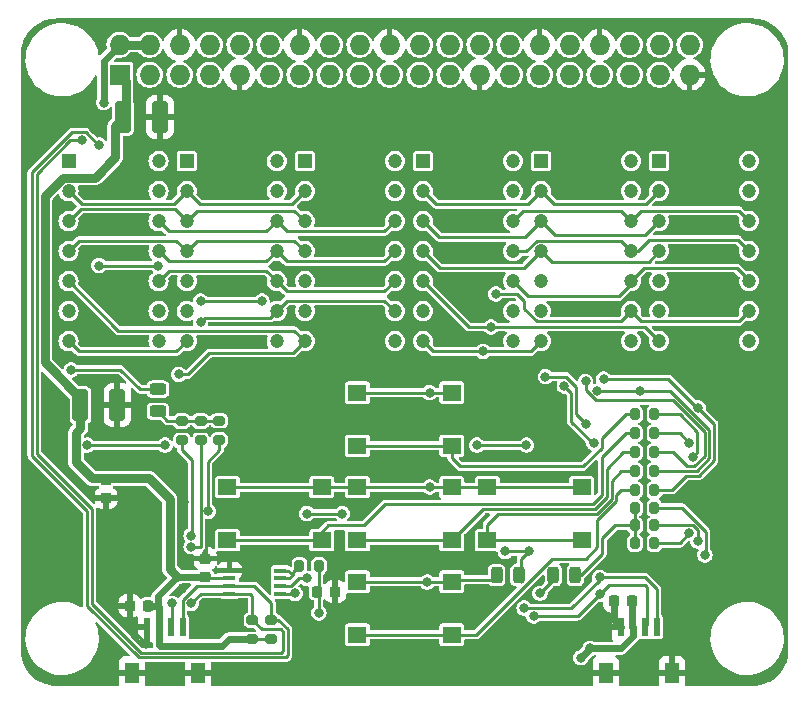
<source format=gtl>
%TF.GenerationSoftware,KiCad,Pcbnew,7.0.8*%
%TF.CreationDate,2023-11-07T21:40:39+02:00*%
%TF.ProjectId,ltp_kikad,6c74705f-6b69-46b6-9164-2e6b69636164,rev?*%
%TF.SameCoordinates,Original*%
%TF.FileFunction,Copper,L1,Top*%
%TF.FilePolarity,Positive*%
%FSLAX46Y46*%
G04 Gerber Fmt 4.6, Leading zero omitted, Abs format (unit mm)*
G04 Created by KiCad (PCBNEW 7.0.8) date 2023-11-07 21:40:39*
%MOMM*%
%LPD*%
G01*
G04 APERTURE LIST*
G04 Aperture macros list*
%AMRoundRect*
0 Rectangle with rounded corners*
0 $1 Rounding radius*
0 $2 $3 $4 $5 $6 $7 $8 $9 X,Y pos of 4 corners*
0 Add a 4 corners polygon primitive as box body*
4,1,4,$2,$3,$4,$5,$6,$7,$8,$9,$2,$3,0*
0 Add four circle primitives for the rounded corners*
1,1,$1+$1,$2,$3*
1,1,$1+$1,$4,$5*
1,1,$1+$1,$6,$7*
1,1,$1+$1,$8,$9*
0 Add four rect primitives between the rounded corners*
20,1,$1+$1,$2,$3,$4,$5,0*
20,1,$1+$1,$4,$5,$6,$7,0*
20,1,$1+$1,$6,$7,$8,$9,0*
20,1,$1+$1,$8,$9,$2,$3,0*%
G04 Aperture macros list end*
%ADD10C,0.187500*%
%TA.AperFunction,NonConductor*%
%ADD11C,0.187500*%
%TD*%
%TA.AperFunction,ComponentPad*%
%ADD12R,1.200000X1.200000*%
%TD*%
%TA.AperFunction,ComponentPad*%
%ADD13C,1.200000*%
%TD*%
%TA.AperFunction,SMDPad,CuDef*%
%ADD14R,1.600000X1.400000*%
%TD*%
%TA.AperFunction,SMDPad,CuDef*%
%ADD15RoundRect,0.225000X0.225000X0.250000X-0.225000X0.250000X-0.225000X-0.250000X0.225000X-0.250000X0*%
%TD*%
%TA.AperFunction,SMDPad,CuDef*%
%ADD16R,0.600000X1.550000*%
%TD*%
%TA.AperFunction,SMDPad,CuDef*%
%ADD17R,1.200000X1.800000*%
%TD*%
%TA.AperFunction,SMDPad,CuDef*%
%ADD18RoundRect,0.243750X0.243750X0.456250X-0.243750X0.456250X-0.243750X-0.456250X0.243750X-0.456250X0*%
%TD*%
%TA.AperFunction,SMDPad,CuDef*%
%ADD19RoundRect,0.243750X-0.243750X-0.456250X0.243750X-0.456250X0.243750X0.456250X-0.243750X0.456250X0*%
%TD*%
%TA.AperFunction,SMDPad,CuDef*%
%ADD20RoundRect,0.200000X-0.275000X0.200000X-0.275000X-0.200000X0.275000X-0.200000X0.275000X0.200000X0*%
%TD*%
%TA.AperFunction,SMDPad,CuDef*%
%ADD21RoundRect,0.225000X0.250000X-0.225000X0.250000X0.225000X-0.250000X0.225000X-0.250000X-0.225000X0*%
%TD*%
%TA.AperFunction,SMDPad,CuDef*%
%ADD22RoundRect,0.200000X-0.200000X-0.275000X0.200000X-0.275000X0.200000X0.275000X-0.200000X0.275000X0*%
%TD*%
%TA.AperFunction,SMDPad,CuDef*%
%ADD23RoundRect,0.250000X0.412500X1.100000X-0.412500X1.100000X-0.412500X-1.100000X0.412500X-1.100000X0*%
%TD*%
%TA.AperFunction,SMDPad,CuDef*%
%ADD24RoundRect,0.225000X-0.225000X-0.250000X0.225000X-0.250000X0.225000X0.250000X-0.225000X0.250000X0*%
%TD*%
%TA.AperFunction,ComponentPad*%
%ADD25R,1.727200X1.727200*%
%TD*%
%TA.AperFunction,ComponentPad*%
%ADD26O,1.727200X1.727200*%
%TD*%
%TA.AperFunction,SMDPad,CuDef*%
%ADD27R,1.100000X0.400000*%
%TD*%
%TA.AperFunction,SMDPad,CuDef*%
%ADD28RoundRect,0.200000X0.200000X0.275000X-0.200000X0.275000X-0.200000X-0.275000X0.200000X-0.275000X0*%
%TD*%
%TA.AperFunction,SMDPad,CuDef*%
%ADD29RoundRect,0.243750X0.456250X-0.243750X0.456250X0.243750X-0.456250X0.243750X-0.456250X-0.243750X0*%
%TD*%
%TA.AperFunction,ViaPad*%
%ADD30C,0.800000*%
%TD*%
%TA.AperFunction,Conductor*%
%ADD31C,0.250000*%
%TD*%
%TA.AperFunction,Conductor*%
%ADD32C,0.600000*%
%TD*%
%TA.AperFunction,Conductor*%
%ADD33C,0.800000*%
%TD*%
G04 APERTURE END LIST*
D10*
D11*
D12*
%TO.P,DS6,1,ANODE_COLUMN_2*%
%TO.N,2_an3*%
X173017000Y-65150000D03*
D13*
%TO.P,DS6,2,CATHODE_ROW_1*%
%TO.N,2_ca0*%
X173017000Y-67690000D03*
%TO.P,DS6,3,CATHODE_ROW_3*%
%TO.N,2_ca2*%
X173017000Y-70230000D03*
%TO.P,DS6,4,CATHODE_ROW_4*%
%TO.N,2_ca3*%
X173017000Y-72770000D03*
%TO.P,DS6,5,ANODE_COLUMN_1*%
%TO.N,2_an4*%
X173017000Y-75310000D03*
%TO.P,DS6,6,NO_PIN*%
%TO.N,unconnected-(DS6-NO_PIN-Pad6)*%
X173017000Y-77850000D03*
%TO.P,DS6,7,ANODE_DECIMAL_POINT*%
%TO.N,2_an14*%
X173017000Y-80390000D03*
%TO.P,DS6,8,ANODE_COLUMN_3*%
%TO.N,2_an2*%
X180637000Y-80390000D03*
%TO.P,DS6,9,CATHODE_ROW_7*%
%TO.N,2_ca7*%
X180637000Y-77850000D03*
%TO.P,DS6,10,CATHODE_ROW_6*%
%TO.N,2_ca5*%
X180637000Y-75310000D03*
%TO.P,DS6,11,CATHODE__ROW_5*%
%TO.N,2_ca4*%
X180637000Y-72770000D03*
%TO.P,DS6,12,CAATHODE_ROW_2*%
%TO.N,2_ca1*%
X180637000Y-70230000D03*
%TO.P,DS6,13,ANODE_COLUMN_5*%
%TO.N,2_an0*%
X180637000Y-67690000D03*
%TO.P,DS6,14,ANODE_COLUMN_4*%
%TO.N,2_an1*%
X180637000Y-65150000D03*
%TD*%
D12*
%TO.P,DS3,1,ANODE_COLUMN_2*%
%TO.N,an3*%
X143017000Y-65149600D03*
D13*
%TO.P,DS3,2,CATHODE_ROW_1*%
%TO.N,ca0*%
X143017000Y-67689600D03*
%TO.P,DS3,3,CATHODE_ROW_3*%
%TO.N,ca2*%
X143017000Y-70229600D03*
%TO.P,DS3,4,CATHODE_ROW_4*%
%TO.N,ca3*%
X143017000Y-72769600D03*
%TO.P,DS3,5,ANODE_COLUMN_1*%
%TO.N,an4*%
X143017000Y-75309600D03*
%TO.P,DS3,6,NO_PIN*%
%TO.N,unconnected-(DS3-NO_PIN-Pad6)*%
X143017000Y-77849600D03*
%TO.P,DS3,7,ANODE_DECIMAL_POINT*%
%TO.N,an14*%
X143017000Y-80389600D03*
%TO.P,DS3,8,ANODE_COLUMN_3*%
%TO.N,an2*%
X150637000Y-80389600D03*
%TO.P,DS3,9,CATHODE_ROW_7*%
%TO.N,ca7*%
X150637000Y-77849600D03*
%TO.P,DS3,10,CATHODE_ROW_6*%
%TO.N,ca5*%
X150637000Y-75309600D03*
%TO.P,DS3,11,CATHODE__ROW_5*%
%TO.N,ca4*%
X150637000Y-72769600D03*
%TO.P,DS3,12,CAATHODE_ROW_2*%
%TO.N,ca1*%
X150637000Y-70229600D03*
%TO.P,DS3,13,ANODE_COLUMN_5*%
%TO.N,an0*%
X150637000Y-67689600D03*
%TO.P,DS3,14,ANODE_COLUMN_4*%
%TO.N,an1*%
X150637000Y-65149600D03*
%TD*%
D14*
%TO.P,SW4,1,1*%
%TO.N,sw_ks2*%
X147460000Y-92750000D03*
X155460000Y-92750000D03*
%TO.P,SW4,2,2*%
%TO.N,Net-(R6-Pad1)*%
X147460000Y-97250000D03*
X155460000Y-97250000D03*
%TD*%
D15*
%TO.P,C10,1*%
%TO.N,+5V*%
X170762000Y-102400000D03*
%TO.P,C10,2*%
%TO.N,GND*%
X169212000Y-102400000D03*
%TD*%
D16*
%TO.P,J3,1,1*%
%TO.N,GND*%
X129687000Y-104600000D03*
%TO.P,J3,2,2*%
%TO.N,+3V3*%
X130687000Y-104600000D03*
%TO.P,J3,3,3*%
%TO.N,SDA*%
X131687000Y-104600000D03*
%TO.P,J3,4,4*%
%TO.N,SCL*%
X132687000Y-104600000D03*
D17*
%TO.P,J3,S1,SHIELD*%
%TO.N,GND*%
X128387000Y-108475000D03*
%TO.P,J3,S2,SHIELD*%
X133987000Y-108475000D03*
%TD*%
D18*
%TO.P,D2,1,K*%
%TO.N,Net-(D2-K)*%
X165924500Y-100200000D03*
%TO.P,D2,2,A*%
%TO.N,2_ca0*%
X164049500Y-100200000D03*
%TD*%
D19*
%TO.P,D3,1,K*%
%TO.N,sw_ks2*%
X159249500Y-100200000D03*
%TO.P,D3,2,A*%
%TO.N,2_ca3*%
X161124500Y-100200000D03*
%TD*%
D20*
%TO.P,R13,1*%
%TO.N,SDA*%
X138587000Y-104000000D03*
%TO.P,R13,2*%
%TO.N,+3V3*%
X138587000Y-105650000D03*
%TD*%
D21*
%TO.P,C8,1*%
%TO.N,GND*%
X126187000Y-93675000D03*
%TO.P,C8,2*%
%TO.N,+3V3*%
X126187000Y-92125000D03*
%TD*%
D14*
%TO.P,SW5,1,1*%
%TO.N,sw_ks2*%
X136460000Y-92750000D03*
X144460000Y-92750000D03*
%TO.P,SW5,2,2*%
%TO.N,Net-(R8-Pad1)*%
X136460000Y-97250000D03*
X144460000Y-97250000D03*
%TD*%
D20*
%TO.P,R15,1*%
%TO.N,SCL*%
X140187000Y-104000000D03*
%TO.P,R15,2*%
%TO.N,+3V3*%
X140187000Y-105650000D03*
%TD*%
%TO.P,R2,1*%
%TO.N,Net-(D1-K)*%
X135787000Y-87125000D03*
%TO.P,R2,2*%
%TO.N,an0*%
X135787000Y-88775000D03*
%TD*%
D12*
%TO.P,DS5,1,ANODE_COLUMN_2*%
%TO.N,2_an8*%
X163017000Y-65150000D03*
D13*
%TO.P,DS5,2,CATHODE_ROW_1*%
%TO.N,2_ca0*%
X163017000Y-67690000D03*
%TO.P,DS5,3,CATHODE_ROW_3*%
%TO.N,2_ca2*%
X163017000Y-70230000D03*
%TO.P,DS5,4,CATHODE_ROW_4*%
%TO.N,2_ca3*%
X163017000Y-72770000D03*
%TO.P,DS5,5,ANODE_COLUMN_1*%
%TO.N,2_an9*%
X163017000Y-75310000D03*
%TO.P,DS5,6,NO_PIN*%
%TO.N,unconnected-(DS5-NO_PIN-Pad6)*%
X163017000Y-77850000D03*
%TO.P,DS5,7,ANODE_DECIMAL_POINT*%
%TO.N,2_an15*%
X163017000Y-80390000D03*
%TO.P,DS5,8,ANODE_COLUMN_3*%
%TO.N,2_an7*%
X170637000Y-80390000D03*
%TO.P,DS5,9,CATHODE_ROW_7*%
%TO.N,2_ca7*%
X170637000Y-77850000D03*
%TO.P,DS5,10,CATHODE_ROW_6*%
%TO.N,2_ca5*%
X170637000Y-75310000D03*
%TO.P,DS5,11,CATHODE__ROW_5*%
%TO.N,2_ca4*%
X170637000Y-72770000D03*
%TO.P,DS5,12,CAATHODE_ROW_2*%
%TO.N,2_ca1*%
X170637000Y-70230000D03*
%TO.P,DS5,13,ANODE_COLUMN_5*%
%TO.N,2_an5*%
X170637000Y-67690000D03*
%TO.P,DS5,14,ANODE_COLUMN_4*%
%TO.N,2_an6*%
X170637000Y-65150000D03*
%TD*%
D22*
%TO.P,R6,1*%
%TO.N,Net-(R6-Pad1)*%
X170962000Y-89800000D03*
%TO.P,R6,2*%
%TO.N,2_an11*%
X172612000Y-89800000D03*
%TD*%
%TO.P,R9,1*%
%TO.N,Net-(D2-K)*%
X170962000Y-94500000D03*
%TO.P,R9,2*%
%TO.N,2_an0*%
X172612000Y-94500000D03*
%TD*%
D12*
%TO.P,DS2,1,ANODE_COLUMN_2*%
%TO.N,an8*%
X133017000Y-65150000D03*
D13*
%TO.P,DS2,2,CATHODE_ROW_1*%
%TO.N,ca0*%
X133017000Y-67690000D03*
%TO.P,DS2,3,CATHODE_ROW_3*%
%TO.N,ca2*%
X133017000Y-70230000D03*
%TO.P,DS2,4,CATHODE_ROW_4*%
%TO.N,ca3*%
X133017000Y-72770000D03*
%TO.P,DS2,5,ANODE_COLUMN_1*%
%TO.N,an9*%
X133017000Y-75310000D03*
%TO.P,DS2,6,NO_PIN*%
%TO.N,unconnected-(DS2-NO_PIN-Pad6)*%
X133017000Y-77850000D03*
%TO.P,DS2,7,ANODE_DECIMAL_POINT*%
%TO.N,an15*%
X133017000Y-80390000D03*
%TO.P,DS2,8,ANODE_COLUMN_3*%
%TO.N,an7*%
X140637000Y-80390000D03*
%TO.P,DS2,9,CATHODE_ROW_7*%
%TO.N,ca7*%
X140637000Y-77850000D03*
%TO.P,DS2,10,CATHODE_ROW_6*%
%TO.N,ca5*%
X140637000Y-75310000D03*
%TO.P,DS2,11,CATHODE__ROW_5*%
%TO.N,ca4*%
X140637000Y-72770000D03*
%TO.P,DS2,12,CAATHODE_ROW_2*%
%TO.N,ca1*%
X140637000Y-70230000D03*
%TO.P,DS2,13,ANODE_COLUMN_5*%
%TO.N,an5*%
X140637000Y-67690000D03*
%TO.P,DS2,14,ANODE_COLUMN_4*%
%TO.N,an6*%
X140637000Y-65150000D03*
%TD*%
D12*
%TO.P,DS1,1,ANODE_COLUMN_2*%
%TO.N,an13*%
X123017000Y-65150000D03*
D13*
%TO.P,DS1,2,CATHODE_ROW_1*%
%TO.N,ca0*%
X123017000Y-67690000D03*
%TO.P,DS1,3,CATHODE_ROW_3*%
%TO.N,ca2*%
X123017000Y-70230000D03*
%TO.P,DS1,4,CATHODE_ROW_4*%
%TO.N,ca3*%
X123017000Y-72770000D03*
%TO.P,DS1,5,ANODE_COLUMN_1*%
%TO.N,an14*%
X123017000Y-75310000D03*
%TO.P,DS1,6,NO_PIN*%
%TO.N,unconnected-(DS1-NO_PIN-Pad6)*%
X123017000Y-77850000D03*
%TO.P,DS1,7,ANODE_DECIMAL_POINT*%
%TO.N,an15*%
X123017000Y-80390000D03*
%TO.P,DS1,8,ANODE_COLUMN_3*%
%TO.N,an12*%
X130637000Y-80390000D03*
%TO.P,DS1,9,CATHODE_ROW_7*%
%TO.N,ca6*%
X130637000Y-77850000D03*
%TO.P,DS1,10,CATHODE_ROW_6*%
%TO.N,ca5*%
X130637000Y-75310000D03*
%TO.P,DS1,11,CATHODE__ROW_5*%
%TO.N,ca4*%
X130637000Y-72770000D03*
%TO.P,DS1,12,CAATHODE_ROW_2*%
%TO.N,ca1*%
X130637000Y-70230000D03*
%TO.P,DS1,13,ANODE_COLUMN_5*%
%TO.N,an10*%
X130637000Y-67690000D03*
%TO.P,DS1,14,ANODE_COLUMN_4*%
%TO.N,an11*%
X130637000Y-65150000D03*
%TD*%
D20*
%TO.P,R3,1*%
%TO.N,Net-(D1-K)*%
X134187000Y-87150000D03*
%TO.P,R3,2*%
%TO.N,an1*%
X134187000Y-88800000D03*
%TD*%
D14*
%TO.P,SW2,1,1*%
%TO.N,sw_ks2*%
X147460000Y-84750000D03*
X155460000Y-84750000D03*
%TO.P,SW2,2,2*%
%TO.N,Net-(R7-Pad1)*%
X147460000Y-89250000D03*
X155460000Y-89250000D03*
%TD*%
D23*
%TO.P,C6,1*%
%TO.N,GND*%
X127149500Y-85800000D03*
%TO.P,C6,2*%
%TO.N,+3V3*%
X124024500Y-85800000D03*
%TD*%
D24*
%TO.P,C12,1*%
%TO.N,+5V*%
X144037000Y-101600000D03*
%TO.P,C12,2*%
%TO.N,GND*%
X145587000Y-101600000D03*
%TD*%
D14*
%TO.P,SW1,1,1*%
%TO.N,sw_ks2*%
X158460000Y-92750000D03*
X166460000Y-92750000D03*
%TO.P,SW1,2,2*%
%TO.N,Net-(R1-Pad1)*%
X158460000Y-97250000D03*
X166460000Y-97250000D03*
%TD*%
D21*
%TO.P,C11,1*%
%TO.N,+3V3*%
X134587000Y-100350000D03*
%TO.P,C11,2*%
%TO.N,GND*%
X134587000Y-98800000D03*
%TD*%
D25*
%TO.P,J1,1,3.3V*%
%TO.N,+3V3*%
X127330000Y-57840000D03*
D26*
%TO.P,J1,2,5V*%
%TO.N,+5V*%
X127330000Y-55300000D03*
%TO.P,J1,3,BCM2_SDA*%
%TO.N,SDA*%
X129870000Y-57840000D03*
%TO.P,J1,4,5V*%
%TO.N,+5V*%
X129870000Y-55300000D03*
%TO.P,J1,5,BCM3_SCL*%
%TO.N,SCL*%
X132410000Y-57840000D03*
%TO.P,J1,6,GND*%
%TO.N,GND*%
X132410000Y-55300000D03*
%TO.P,J1,7,BCM4_GPCLK0*%
%TO.N,unconnected-(J1-BCM4_GPCLK0-Pad7)*%
X134950000Y-57840000D03*
%TO.P,J1,8,BCM14_TXD*%
%TO.N,unconnected-(J1-BCM14_TXD-Pad8)*%
X134950000Y-55300000D03*
%TO.P,J1,9,GND*%
%TO.N,GND*%
X137490000Y-57840000D03*
%TO.P,J1,10,BCM15_RXD*%
%TO.N,unconnected-(J1-BCM15_RXD-Pad10)*%
X137490000Y-55300000D03*
%TO.P,J1,11,BCM17*%
%TO.N,unconnected-(J1-BCM17-Pad11)*%
X140030000Y-57840000D03*
%TO.P,J1,12,BCM18_PCM_C*%
%TO.N,unconnected-(J1-BCM18_PCM_C-Pad12)*%
X140030000Y-55300000D03*
%TO.P,J1,13,BCM27*%
%TO.N,unconnected-(J1-BCM27-Pad13)*%
X142570000Y-57840000D03*
%TO.P,J1,14,GND*%
%TO.N,GND*%
X142570000Y-55300000D03*
%TO.P,J1,15,BCM22*%
%TO.N,unconnected-(J1-BCM22-Pad15)*%
X145110000Y-57840000D03*
%TO.P,J1,16,BCM23*%
%TO.N,unconnected-(J1-BCM23-Pad16)*%
X145110000Y-55300000D03*
%TO.P,J1,17,3.3V*%
%TO.N,+3V3*%
X147650000Y-57840000D03*
%TO.P,J1,18,BCM24*%
%TO.N,unconnected-(J1-BCM24-Pad18)*%
X147650000Y-55300000D03*
%TO.P,J1,19,BCM10_MOSI*%
%TO.N,unconnected-(J1-BCM10_MOSI-Pad19)*%
X150190000Y-57840000D03*
%TO.P,J1,20,GND*%
%TO.N,GND*%
X150190000Y-55300000D03*
%TO.P,J1,21,BCM9_MISO*%
%TO.N,unconnected-(J1-BCM9_MISO-Pad21)*%
X152730000Y-57840000D03*
%TO.P,J1,22,BCM25*%
%TO.N,unconnected-(J1-BCM25-Pad22)*%
X152730000Y-55300000D03*
%TO.P,J1,23,BCM11_SCLK*%
%TO.N,unconnected-(J1-BCM11_SCLK-Pad23)*%
X155270000Y-57840000D03*
%TO.P,J1,24,BCM8_CE0*%
%TO.N,unconnected-(J1-BCM8_CE0-Pad24)*%
X155270000Y-55300000D03*
%TO.P,J1,25,GND*%
%TO.N,GND*%
X157810000Y-57840000D03*
%TO.P,J1,26,BCM7_CE1*%
%TO.N,unconnected-(J1-BCM7_CE1-Pad26)*%
X157810000Y-55300000D03*
%TO.P,J1,27,BCM0_ID_SD*%
%TO.N,unconnected-(J1-BCM0_ID_SD-Pad27)*%
X160350000Y-57840000D03*
%TO.P,J1,28,BCM1_ID_SC*%
%TO.N,unconnected-(J1-BCM1_ID_SC-Pad28)*%
X160350000Y-55300000D03*
%TO.P,J1,29,BCM5*%
%TO.N,unconnected-(J1-BCM5-Pad29)*%
X162890000Y-57840000D03*
%TO.P,J1,30,GND*%
%TO.N,GND*%
X162890000Y-55300000D03*
%TO.P,J1,31,BCM6*%
%TO.N,unconnected-(J1-BCM6-Pad31)*%
X165430000Y-57840000D03*
%TO.P,J1,32,BCM12_PWM0*%
%TO.N,unconnected-(J1-BCM12_PWM0-Pad32)*%
X165430000Y-55300000D03*
%TO.P,J1,33,BCM13_PWM1*%
%TO.N,unconnected-(J1-BCM13_PWM1-Pad33)*%
X167970000Y-57840000D03*
%TO.P,J1,34,GND*%
%TO.N,GND*%
X167970000Y-55300000D03*
%TO.P,J1,35,BCM19_MISO_PCM_FS*%
%TO.N,unconnected-(J1-BCM19_MISO_PCM_FS-Pad35)*%
X170510000Y-57840000D03*
%TO.P,J1,36,BCM16*%
%TO.N,unconnected-(J1-BCM16-Pad36)*%
X170510000Y-55300000D03*
%TO.P,J1,37,BCM26*%
%TO.N,unconnected-(J1-BCM26-Pad37)*%
X173050000Y-57840000D03*
%TO.P,J1,38,BCM20_MOSI_PCM_DI*%
%TO.N,unconnected-(J1-BCM20_MOSI_PCM_DI-Pad38)*%
X173050000Y-55300000D03*
%TO.P,J1,39,GND*%
%TO.N,GND*%
X175590000Y-57840000D03*
%TO.P,J1,40,BCM21_SCLK_PCM_DO*%
%TO.N,unconnected-(J1-BCM21_SCLK_PCM_DO-Pad40)*%
X175590000Y-55300000D03*
%TD*%
D27*
%TO.P,U1,1,GND*%
%TO.N,GND*%
X136637000Y-99825000D03*
%TO.P,U1,2,VREF1*%
%TO.N,+3V3*%
X136637000Y-100475000D03*
%TO.P,U1,3,SCL1*%
%TO.N,SCL*%
X136637000Y-101125000D03*
%TO.P,U1,4,SDA1*%
%TO.N,SDA*%
X136637000Y-101775000D03*
%TO.P,U1,5,SDA2*%
%TO.N,5vSDA*%
X140937000Y-101775000D03*
%TO.P,U1,6,SCL2*%
%TO.N,5vSCL*%
X140937000Y-101125000D03*
%TO.P,U1,7,VREF2*%
%TO.N,Net-(U1-EN)*%
X140937000Y-100475000D03*
%TO.P,U1,8,EN*%
X140937000Y-99825000D03*
%TD*%
D22*
%TO.P,R1,1*%
%TO.N,Net-(R1-Pad1)*%
X170962000Y-91400000D03*
%TO.P,R1,2*%
%TO.N,2_an9*%
X172612000Y-91400000D03*
%TD*%
D28*
%TO.P,R16,1*%
%TO.N,+5V*%
X144212000Y-99400000D03*
%TO.P,R16,2*%
%TO.N,Net-(U1-EN)*%
X142562000Y-99400000D03*
%TD*%
D20*
%TO.P,R4,1*%
%TO.N,Net-(D1-K)*%
X132587000Y-87150000D03*
%TO.P,R4,2*%
%TO.N,an2*%
X132587000Y-88800000D03*
%TD*%
D23*
%TO.P,C7,1*%
%TO.N,GND*%
X130749500Y-61400000D03*
%TO.P,C7,2*%
%TO.N,+3V3*%
X127624500Y-61400000D03*
%TD*%
D12*
%TO.P,DS4,1,ANODE_COLUMN_2*%
%TO.N,2_an13*%
X153017000Y-65149600D03*
D13*
%TO.P,DS4,2,CATHODE_ROW_1*%
%TO.N,2_ca0*%
X153017000Y-67689600D03*
%TO.P,DS4,3,CATHODE_ROW_3*%
%TO.N,2_ca2*%
X153017000Y-70229600D03*
%TO.P,DS4,4,CATHODE_ROW_4*%
%TO.N,2_ca3*%
X153017000Y-72769600D03*
%TO.P,DS4,5,ANODE_COLUMN_1*%
%TO.N,2_an14*%
X153017000Y-75309600D03*
%TO.P,DS4,6,NO_PIN*%
%TO.N,unconnected-(DS4-NO_PIN-Pad6)*%
X153017000Y-77849600D03*
%TO.P,DS4,7,ANODE_DECIMAL_POINT*%
%TO.N,2_an15*%
X153017000Y-80389600D03*
%TO.P,DS4,8,ANODE_COLUMN_3*%
%TO.N,2_an12*%
X160637000Y-80389600D03*
%TO.P,DS4,9,CATHODE_ROW_7*%
%TO.N,2_ca6*%
X160637000Y-77849600D03*
%TO.P,DS4,10,CATHODE_ROW_6*%
%TO.N,2_ca5*%
X160637000Y-75309600D03*
%TO.P,DS4,11,CATHODE__ROW_5*%
%TO.N,2_ca4*%
X160637000Y-72769600D03*
%TO.P,DS4,12,CAATHODE_ROW_2*%
%TO.N,2_ca1*%
X160637000Y-70229600D03*
%TO.P,DS4,13,ANODE_COLUMN_5*%
%TO.N,2_an10*%
X160637000Y-67689600D03*
%TO.P,DS4,14,ANODE_COLUMN_4*%
%TO.N,2_an11*%
X160637000Y-65149600D03*
%TD*%
D14*
%TO.P,SW3,1,1*%
%TO.N,sw_ks2*%
X147460000Y-100750000D03*
X155460000Y-100750000D03*
%TO.P,SW3,2,2*%
%TO.N,Net-(R5-Pad1)*%
X147460000Y-105250000D03*
X155460000Y-105250000D03*
%TD*%
D22*
%TO.P,R10,1*%
%TO.N,Net-(D2-K)*%
X170962000Y-96000000D03*
%TO.P,R10,2*%
%TO.N,2_an1*%
X172612000Y-96000000D03*
%TD*%
%TO.P,R5,1*%
%TO.N,Net-(R5-Pad1)*%
X170962000Y-93000000D03*
%TO.P,R5,2*%
%TO.N,2_an10*%
X172612000Y-93000000D03*
%TD*%
D15*
%TO.P,C9,1*%
%TO.N,+3V3*%
X129737000Y-102800000D03*
%TO.P,C9,2*%
%TO.N,GND*%
X128187000Y-102800000D03*
%TD*%
D16*
%TO.P,J2,1,1*%
%TO.N,GND*%
X169800000Y-104600000D03*
%TO.P,J2,2,2*%
%TO.N,+5V*%
X170800000Y-104600000D03*
%TO.P,J2,3,3*%
%TO.N,5vSDA*%
X171800000Y-104600000D03*
%TO.P,J2,4,4*%
%TO.N,5vSCL*%
X172800000Y-104600000D03*
D17*
%TO.P,J2,S1,SHIELD*%
%TO.N,GND*%
X168500000Y-108475000D03*
%TO.P,J2,S2,SHIELD*%
X174100000Y-108475000D03*
%TD*%
D22*
%TO.P,R11,1*%
%TO.N,Net-(D2-K)*%
X170962000Y-97500000D03*
%TO.P,R11,2*%
%TO.N,2_an2*%
X172612000Y-97500000D03*
%TD*%
%TO.P,R7,1*%
%TO.N,Net-(R7-Pad1)*%
X170962000Y-86600000D03*
%TO.P,R7,2*%
%TO.N,2_an7*%
X172612000Y-86600000D03*
%TD*%
D29*
%TO.P,D1,1,K*%
%TO.N,Net-(D1-K)*%
X130587000Y-86337500D03*
%TO.P,D1,2,A*%
%TO.N,ca0*%
X130587000Y-84462500D03*
%TD*%
D22*
%TO.P,R8,1*%
%TO.N,Net-(R8-Pad1)*%
X170962000Y-88200000D03*
%TO.P,R8,2*%
%TO.N,2_an8*%
X172612000Y-88200000D03*
%TD*%
D30*
%TO.N,2_an13*%
X157587006Y-89200000D03*
X161787000Y-89200000D03*
%TO.N,2_ca0*%
X162927000Y-101740000D03*
%TO.N,2_ca3*%
X161987000Y-98200000D03*
X159987000Y-98200000D03*
%TO.N,2_an14*%
X158787000Y-79200000D03*
%TO.N,2_an15*%
X158112500Y-81264600D03*
%TO.N,2_ca6*%
X166787000Y-87400000D03*
X163387000Y-83400000D03*
%TO.N,2_ca5*%
X167461500Y-89000000D03*
X164987000Y-84200000D03*
%TO.N,2_an10*%
X168312000Y-83600000D03*
X176329630Y-86057370D03*
%TO.N,2_an11*%
X166787000Y-83800000D03*
%TO.N,2_an8*%
X175587000Y-89000000D03*
%TO.N,2_an9*%
X167787000Y-84600000D03*
X171387000Y-84637438D03*
%TO.N,2_an7*%
X175847306Y-90185806D03*
%TO.N,2_ca7*%
X159187000Y-76400000D03*
%TO.N,2_an2*%
X175587000Y-96660000D03*
%TO.N,2_an0*%
X176887000Y-98500000D03*
%TO.N,2_an1*%
X176288512Y-97334500D03*
%TO.N,ca7*%
X134187000Y-78800000D03*
%TO.N,GND*%
X134787000Y-103000000D03*
X132787000Y-94000000D03*
X125987000Y-101200000D03*
X135787000Y-108600000D03*
X136387000Y-90200000D03*
X135787000Y-103000000D03*
X122587000Y-98200000D03*
X126387000Y-108400000D03*
X130987000Y-108400000D03*
X119787000Y-98200000D03*
X129587000Y-106000000D03*
X175987000Y-108400000D03*
X119787000Y-96800000D03*
X165587000Y-104800000D03*
X122587000Y-87000000D03*
X164787000Y-106000000D03*
X122587000Y-96800000D03*
X163987000Y-104800000D03*
X122587000Y-85600000D03*
X132587000Y-101400000D03*
%TO.N,SDA*%
X133387000Y-102600000D03*
X124187000Y-63400000D03*
X131787000Y-102600000D03*
%TO.N,ca0*%
X123237500Y-82833357D03*
%TO.N,ca1*%
X134187000Y-77000000D03*
X139387000Y-77000000D03*
%TO.N,an13*%
X131187000Y-89200000D03*
X124587000Y-89200000D03*
%TO.N,an14*%
X132342500Y-83200000D03*
%TO.N,an11*%
X125587000Y-74000000D03*
X130587000Y-74000000D03*
%TO.N,an2*%
X133387000Y-96850497D03*
X143187000Y-95000000D03*
X146187000Y-95000000D03*
%TO.N,an1*%
X133387000Y-97800000D03*
%TO.N,an0*%
X134861500Y-94800000D03*
%TO.N,sw_ks2*%
X153387000Y-100800000D03*
X153587000Y-92750000D03*
X153587000Y-84750000D03*
%TO.N,+5V*%
X125987000Y-60200000D03*
X167187000Y-106400000D03*
X144212000Y-103400000D03*
X166387000Y-107200000D03*
%TO.N,5vSCL*%
X161587000Y-103000000D03*
X143187000Y-100490000D03*
X167987000Y-100400000D03*
%TO.N,5vSDA*%
X167987000Y-101800000D03*
X162387000Y-103674500D03*
X142187000Y-101760000D03*
%TO.N,SCL*%
X125587000Y-63800000D03*
%TD*%
D31*
%TO.N,SCL*%
X125541595Y-63800000D02*
X124466595Y-62725000D01*
X140787000Y-104000000D02*
X140187000Y-104000000D01*
X125587000Y-63800000D02*
X125541595Y-63800000D01*
X124466595Y-62725000D02*
X123287404Y-62725000D01*
X123287404Y-62725000D02*
X119912000Y-66100404D01*
X119912000Y-66100404D02*
X119912000Y-90090685D01*
X128962000Y-107175000D02*
X141412000Y-107175000D01*
X141587000Y-107000000D02*
X141587000Y-104800000D01*
X124587000Y-94765686D02*
X124587000Y-102800000D01*
X119912000Y-90090685D02*
X124587000Y-94765686D01*
X124587000Y-102800000D02*
X128962000Y-107175000D01*
X141412000Y-107175000D02*
X141587000Y-107000000D01*
X141587000Y-104800000D02*
X140787000Y-104000000D01*
%TO.N,an15*%
X123017000Y-80390000D02*
X123892000Y-81265000D01*
X123892000Y-81265000D02*
X132142000Y-81265000D01*
X132142000Y-81265000D02*
X133017000Y-80390000D01*
%TO.N,2_an13*%
X161787000Y-89200000D02*
X157587006Y-89200000D01*
%TO.N,2_ca0*%
X161907000Y-68800000D02*
X163017000Y-67690000D01*
X153017000Y-67689600D02*
X154127400Y-68800000D01*
X164127000Y-68800000D02*
X171907000Y-68800000D01*
X164049500Y-100617500D02*
X162927000Y-101740000D01*
X171907000Y-68800000D02*
X173017000Y-67690000D01*
X164049500Y-100200000D02*
X164049500Y-100617500D01*
X154127400Y-68800000D02*
X161907000Y-68800000D01*
X163017000Y-67690000D02*
X164127000Y-68800000D01*
%TO.N,2_ca2*%
X161647000Y-71600000D02*
X163017000Y-70230000D01*
X154387400Y-71600000D02*
X161647000Y-71600000D01*
X171847000Y-71400000D02*
X173017000Y-70230000D01*
X163017000Y-70230000D02*
X164187000Y-71400000D01*
X164187000Y-71400000D02*
X171847000Y-71400000D01*
X153017000Y-70229600D02*
X154387400Y-71600000D01*
%TO.N,2_ca3*%
X153017000Y-72769600D02*
X154447400Y-74200000D01*
X159987000Y-98200000D02*
X161987000Y-98200000D01*
X163907000Y-73660000D02*
X172127000Y-73660000D01*
X161324500Y-98862500D02*
X161324500Y-100800000D01*
X161987000Y-98200000D02*
X161324500Y-98862500D01*
X172127000Y-73660000D02*
X173017000Y-72770000D01*
X154447400Y-74200000D02*
X161587000Y-74200000D01*
X161587000Y-74200000D02*
X163017000Y-72770000D01*
X163017000Y-72770000D02*
X163907000Y-73660000D01*
%TO.N,2_an14*%
X158787000Y-79200000D02*
X156907400Y-79200000D01*
X156907400Y-79200000D02*
X153017000Y-75309600D01*
X171827000Y-79200000D02*
X158787000Y-79200000D01*
X173017000Y-80390000D02*
X171827000Y-79200000D01*
%TO.N,2_an15*%
X153017000Y-80389600D02*
X153892000Y-81264600D01*
X158187000Y-81264600D02*
X162142400Y-81264600D01*
X153892000Y-81264600D02*
X158187000Y-81264600D01*
X162142400Y-81264600D02*
X163017000Y-80390000D01*
%TO.N,2_ca6*%
X165987000Y-84245405D02*
X165141595Y-83400000D01*
X165141595Y-83400000D02*
X163387000Y-83400000D01*
X165987000Y-86600000D02*
X165987000Y-84245405D01*
X166787000Y-87400000D02*
X165987000Y-86600000D01*
%TO.N,2_ca5*%
X169587000Y-76600000D02*
X170637000Y-75550000D01*
X170637000Y-75550000D02*
X170637000Y-75310000D01*
X170637000Y-75310000D02*
X171747000Y-74200000D01*
X171747000Y-74200000D02*
X179587000Y-74200000D01*
X161927400Y-76600000D02*
X169587000Y-76600000D01*
X179587000Y-74200000D02*
X180637000Y-75250000D01*
X180637000Y-75250000D02*
X180637000Y-75310000D01*
X167387000Y-89000000D02*
X165587000Y-87200000D01*
X167461500Y-89000000D02*
X167387000Y-89000000D01*
X165587000Y-87200000D02*
X165587000Y-84800000D01*
X160637000Y-75309600D02*
X161927400Y-76600000D01*
X165587000Y-84800000D02*
X164987000Y-84200000D01*
%TO.N,2_ca4*%
X170637000Y-72770000D02*
X171217000Y-72770000D01*
X179667000Y-71800000D02*
X180637000Y-72770000D01*
X160637000Y-72769600D02*
X161779962Y-72769600D01*
X161779962Y-72769600D02*
X162654562Y-71895000D01*
X171217000Y-72770000D02*
X172187000Y-71800000D01*
X162654562Y-71895000D02*
X169762000Y-71895000D01*
X169762000Y-71895000D02*
X170637000Y-72770000D01*
X172187000Y-71800000D02*
X179667000Y-71800000D01*
%TO.N,2_ca1*%
X170637000Y-70230000D02*
X169761600Y-69354600D01*
X169761600Y-69354600D02*
X161512000Y-69354600D01*
X161512000Y-69354600D02*
X160637000Y-70229600D01*
X179762000Y-69355000D02*
X171512000Y-69355000D01*
X171512000Y-69355000D02*
X170637000Y-70230000D01*
X180637000Y-70230000D02*
X179762000Y-69355000D01*
%TO.N,2_an10*%
X176329630Y-86057370D02*
X177662000Y-87389740D01*
X176352685Y-91800000D02*
X175287000Y-91800000D01*
X174087000Y-93000000D02*
X172612000Y-93000000D01*
X173787000Y-83600000D02*
X168312000Y-83600000D01*
X177662000Y-87389740D02*
X177662000Y-90490686D01*
X177662000Y-90490686D02*
X176352685Y-91800000D01*
X176329630Y-86057370D02*
X176244370Y-86057370D01*
X176244370Y-86057370D02*
X173787000Y-83600000D01*
X175287000Y-91800000D02*
X174087000Y-93000000D01*
%TO.N,2_an11*%
X174152685Y-85400000D02*
X176862000Y-88109315D01*
X166787000Y-84554595D02*
X167632405Y-85400000D01*
X174187000Y-89800000D02*
X172612000Y-89800000D01*
X175387000Y-91000000D02*
X174187000Y-89800000D01*
X176862000Y-88109315D02*
X176862000Y-90125000D01*
X166787000Y-83800000D02*
X166787000Y-84554595D01*
X176862000Y-90125000D02*
X175987000Y-91000000D01*
X175987000Y-91000000D02*
X175387000Y-91000000D01*
X167632405Y-85400000D02*
X174152685Y-85400000D01*
%TO.N,2_an8*%
X172612000Y-88200000D02*
X174787000Y-88200000D01*
X174787000Y-88200000D02*
X175587000Y-89000000D01*
%TO.N,2_an9*%
X172612000Y-91400000D02*
X176187000Y-91400000D01*
X176187000Y-91400000D02*
X177262000Y-90325000D01*
X173955809Y-84637438D02*
X171387000Y-84637438D01*
X171387000Y-84637438D02*
X171349562Y-84600000D01*
X171349562Y-84600000D02*
X167787000Y-84600000D01*
X177262000Y-87943629D02*
X173955809Y-84637438D01*
X177262000Y-90325000D02*
X177262000Y-87943629D01*
%TO.N,2_an7*%
X176262000Y-88075000D02*
X174787000Y-86600000D01*
X176262000Y-89771112D02*
X176262000Y-88075000D01*
X175847306Y-90185806D02*
X176262000Y-89771112D01*
X174787000Y-86600000D02*
X172612000Y-86600000D01*
%TO.N,2_ca7*%
X161587000Y-77000000D02*
X160987000Y-76400000D01*
X169762000Y-78725000D02*
X162654562Y-78725000D01*
X179762000Y-78725000D02*
X180637000Y-77850000D01*
X170637000Y-77850000D02*
X169762000Y-78725000D01*
X170637000Y-77850000D02*
X171512000Y-78725000D01*
X162654562Y-78725000D02*
X161587000Y-77657438D01*
X160987000Y-76400000D02*
X159187000Y-76400000D01*
X171512000Y-78725000D02*
X179762000Y-78725000D01*
X161587000Y-77657438D02*
X161587000Y-77000000D01*
%TO.N,2_an2*%
X174747000Y-97500000D02*
X175587000Y-96660000D01*
X172612000Y-97500000D02*
X174747000Y-97500000D01*
%TO.N,2_an0*%
X172612000Y-94500000D02*
X174947280Y-94500000D01*
X174947280Y-94500000D02*
X176963512Y-96516232D01*
X176963512Y-96516232D02*
X176963512Y-98423488D01*
X176963512Y-98423488D02*
X176887000Y-98500000D01*
%TO.N,2_an1*%
X176288512Y-96406917D02*
X176288512Y-97334500D01*
X175866595Y-95985000D02*
X176288512Y-96406917D01*
X172612000Y-96000000D02*
X172627000Y-95985000D01*
X172627000Y-95985000D02*
X175866595Y-95985000D01*
%TO.N,ca7*%
X141512400Y-76974600D02*
X149762000Y-76974600D01*
X140637000Y-77850000D02*
X140087000Y-78400000D01*
X134587000Y-78400000D02*
X134187000Y-78800000D01*
X149762000Y-76974600D02*
X150637000Y-77849600D01*
X140087000Y-78400000D02*
X134587000Y-78400000D01*
X140637000Y-77850000D02*
X141512400Y-76974600D01*
%TO.N,GND*%
X125987000Y-102400000D02*
X125987000Y-101200000D01*
D32*
X169187000Y-103600000D02*
X169212000Y-103575000D01*
X169187000Y-103987000D02*
X169187000Y-103600000D01*
D31*
X129587000Y-106000000D02*
X125987000Y-102400000D01*
D32*
X169800000Y-104600000D02*
X169187000Y-103987000D01*
X169212000Y-103575000D02*
X169212000Y-102400000D01*
D31*
%TO.N,SDA*%
X141187000Y-106600000D02*
X141012000Y-106775000D01*
X120312000Y-89925000D02*
X120312000Y-66266090D01*
X124987000Y-102634314D02*
X124987000Y-94600000D01*
X140987000Y-104800000D02*
X141187000Y-105000000D01*
X136637000Y-101775000D02*
X138362000Y-101775000D01*
X129127686Y-106775000D02*
X124987000Y-102634314D01*
X139387000Y-104800000D02*
X140987000Y-104800000D01*
X141012000Y-106775000D02*
X129127686Y-106775000D01*
X141187000Y-105000000D02*
X141187000Y-106600000D01*
X123178090Y-63400000D02*
X124187000Y-63400000D01*
X124987000Y-94600000D02*
X120312000Y-89925000D01*
X136637000Y-101775000D02*
X134212000Y-101775000D01*
X131787000Y-102600000D02*
X131787000Y-104500000D01*
X134212000Y-101775000D02*
X133387000Y-102600000D01*
X138362000Y-101775000D02*
X138587000Y-102000000D01*
X131787000Y-104500000D02*
X131687000Y-104600000D01*
X138587000Y-104000000D02*
X139387000Y-104800000D01*
X120312000Y-66266090D02*
X123178090Y-63400000D01*
X138587000Y-102000000D02*
X138587000Y-104000000D01*
%TO.N,ca0*%
X124127000Y-68800000D02*
X131907000Y-68800000D01*
X141906600Y-68800000D02*
X143017000Y-67689600D01*
X123270857Y-82800000D02*
X123237500Y-82833357D01*
X131907000Y-68800000D02*
X133017000Y-67690000D01*
X123017000Y-67690000D02*
X124127000Y-68800000D01*
X133017000Y-67690000D02*
X134127000Y-68800000D01*
X127387000Y-82800000D02*
X123270857Y-82800000D01*
X130587000Y-84462500D02*
X129049500Y-84462500D01*
X129049500Y-84462500D02*
X127387000Y-82800000D01*
X134127000Y-68800000D02*
X141906600Y-68800000D01*
%TO.N,ca1*%
X131511600Y-71104600D02*
X139762400Y-71104600D01*
X141511600Y-71104600D02*
X149762000Y-71104600D01*
X140637000Y-70230000D02*
X141511600Y-71104600D01*
X149762000Y-71104600D02*
X150637000Y-70229600D01*
X139762400Y-71104600D02*
X140637000Y-70230000D01*
X134187000Y-77000000D02*
X139387000Y-77000000D01*
X130637000Y-70230000D02*
X131511600Y-71104600D01*
%TO.N,ca2*%
X142142400Y-69355000D02*
X143017000Y-70229600D01*
X124047000Y-69200000D02*
X131987000Y-69200000D01*
X133892000Y-69355000D02*
X142142400Y-69355000D01*
X131987000Y-69200000D02*
X133017000Y-70230000D01*
X123017000Y-70230000D02*
X124047000Y-69200000D01*
X133017000Y-70230000D02*
X133892000Y-69355000D01*
%TO.N,ca3*%
X123892000Y-71895000D02*
X132142000Y-71895000D01*
X133892000Y-71895000D02*
X142142400Y-71895000D01*
X132142000Y-71895000D02*
X133017000Y-72770000D01*
X133017000Y-72770000D02*
X133892000Y-71895000D01*
X142142400Y-71895000D02*
X143017000Y-72769600D01*
X123017000Y-72770000D02*
X123892000Y-71895000D01*
%TO.N,ca4*%
X141511600Y-73644600D02*
X149762000Y-73644600D01*
X149762000Y-73644600D02*
X150637000Y-72769600D01*
X130637000Y-72770000D02*
X131511600Y-73644600D01*
X140637000Y-72770000D02*
X141511600Y-73644600D01*
X131511600Y-73644600D02*
X139762400Y-73644600D01*
X139762400Y-73644600D02*
X140637000Y-72770000D01*
%TO.N,ca5*%
X130637000Y-75310000D02*
X131512000Y-74435000D01*
X140637000Y-75310000D02*
X141511600Y-76184600D01*
X149762000Y-76184600D02*
X150637000Y-75309600D01*
X141511600Y-76184600D02*
X149762000Y-76184600D01*
X131512000Y-74435000D02*
X139762000Y-74435000D01*
X139762000Y-74435000D02*
X140637000Y-75310000D01*
%TO.N,an13*%
X124587000Y-89200000D02*
X131187000Y-89200000D01*
%TO.N,an14*%
X134942500Y-81400000D02*
X142006600Y-81400000D01*
X142142400Y-79515000D02*
X127222000Y-79515000D01*
X133142500Y-83200000D02*
X134942500Y-81400000D01*
X127222000Y-79515000D02*
X123017000Y-75310000D01*
X143017000Y-80389600D02*
X142142400Y-79515000D01*
X142006600Y-81400000D02*
X143017000Y-80389600D01*
X132342500Y-83200000D02*
X133142500Y-83200000D01*
%TO.N,an11*%
X125587000Y-74000000D02*
X130587000Y-74000000D01*
%TO.N,an2*%
X133462000Y-90475000D02*
X132587000Y-89600000D01*
X133462000Y-96775497D02*
X133462000Y-90475000D01*
X146187000Y-95000000D02*
X143187000Y-95000000D01*
X132587000Y-89600000D02*
X132587000Y-89050000D01*
X133387000Y-96850497D02*
X133462000Y-96775497D01*
%TO.N,an1*%
X134187000Y-88800000D02*
X134187000Y-97800000D01*
X134187000Y-97800000D02*
X133387000Y-97800000D01*
%TO.N,an0*%
X134787000Y-94725500D02*
X134787000Y-90600000D01*
X134861500Y-94800000D02*
X134787000Y-94725500D01*
X134787000Y-90600000D02*
X135787000Y-89600000D01*
X135787000Y-89600000D02*
X135787000Y-88775000D01*
%TO.N,Net-(D1-K)*%
X131374500Y-87125000D02*
X130587000Y-86337500D01*
X136037000Y-87125000D02*
X131374500Y-87125000D01*
D32*
%TO.N,+3V3*%
X132237000Y-100350000D02*
X130587000Y-102000000D01*
X130687000Y-102900000D02*
X130587000Y-102800000D01*
X129737000Y-102800000D02*
X130587000Y-102800000D01*
X135987000Y-106200000D02*
X136587000Y-105600000D01*
D33*
X127849500Y-61300000D02*
X126949500Y-62200000D01*
X124024500Y-87762500D02*
X123637000Y-88150000D01*
D31*
X130587000Y-102800000D02*
X130632405Y-102800000D01*
D32*
X130687000Y-104600000D02*
X130687000Y-102900000D01*
D33*
X131587000Y-99700000D02*
X132237000Y-100350000D01*
D32*
X134587000Y-100350000D02*
X132237000Y-100350000D01*
D33*
X120987000Y-68093654D02*
X120987000Y-82200000D01*
X123637000Y-88150000D02*
X123637000Y-90650000D01*
X123637000Y-90650000D02*
X124987000Y-92000000D01*
X125247000Y-66540000D02*
X122540654Y-66540000D01*
D31*
X136637000Y-100475000D02*
X134712000Y-100475000D01*
X140187000Y-105650000D02*
X138587000Y-105650000D01*
X130632405Y-102800000D02*
X130687000Y-102745405D01*
D32*
X130687000Y-104600000D02*
X130687000Y-106100000D01*
D33*
X127330000Y-57840000D02*
X127849500Y-58359500D01*
D31*
X130687000Y-102745405D02*
X130687000Y-104600000D01*
D32*
X138537000Y-105600000D02*
X138587000Y-105650000D01*
D33*
X127849500Y-58359500D02*
X127849500Y-61300000D01*
X120987000Y-82200000D02*
X124024500Y-85237500D01*
X131587000Y-93800000D02*
X131587000Y-99700000D01*
X122540654Y-66540000D02*
X120987000Y-68093654D01*
D32*
X130687000Y-106100000D02*
X130787000Y-106200000D01*
X130787000Y-106200000D02*
X135987000Y-106200000D01*
D33*
X129787000Y-92000000D02*
X131587000Y-93800000D01*
D32*
X130587000Y-102000000D02*
X130587000Y-102800000D01*
D31*
X134712000Y-100475000D02*
X134587000Y-100350000D01*
D33*
X126949500Y-62200000D02*
X126949500Y-64837500D01*
X126949500Y-64837500D02*
X125247000Y-66540000D01*
D32*
X136587000Y-105600000D02*
X138537000Y-105600000D01*
D33*
X124987000Y-92000000D02*
X129787000Y-92000000D01*
X124024500Y-85237500D02*
X124024500Y-87762500D01*
D31*
%TO.N,sw_ks2*%
X153337000Y-100750000D02*
X153387000Y-100800000D01*
X155460000Y-92750000D02*
X156987000Y-92750000D01*
X147460000Y-100750000D02*
X153337000Y-100750000D01*
X153587000Y-84750000D02*
X155460000Y-84750000D01*
X159249500Y-100200000D02*
X158849500Y-100600000D01*
X147460000Y-84750000D02*
X153587000Y-84750000D01*
X158849500Y-100600000D02*
X155610000Y-100600000D01*
X147460000Y-92750000D02*
X144460000Y-92750000D01*
X153387000Y-100800000D02*
X153437000Y-100750000D01*
X156987000Y-92750000D02*
X158460000Y-92750000D01*
X153587000Y-92750000D02*
X155460000Y-92750000D01*
X136460000Y-92750000D02*
X144460000Y-92750000D01*
X155610000Y-100600000D02*
X155460000Y-100750000D01*
X158460000Y-92750000D02*
X166460000Y-92750000D01*
X153437000Y-100750000D02*
X155460000Y-100750000D01*
X147460000Y-92750000D02*
X153587000Y-92750000D01*
%TO.N,Net-(R7-Pad1)*%
X166587000Y-91000000D02*
X168187000Y-89400000D01*
X168187000Y-89400000D02*
X168187000Y-88600000D01*
X168187000Y-88600000D02*
X170187000Y-86600000D01*
X156187000Y-91000000D02*
X166587000Y-91000000D01*
X170187000Y-86600000D02*
X170962000Y-86600000D01*
X147460000Y-89250000D02*
X155460000Y-89250000D01*
X155460000Y-90273000D02*
X156187000Y-91000000D01*
X155460000Y-89250000D02*
X155460000Y-90273000D01*
%TO.N,Net-(R8-Pad1)*%
X167387000Y-94200000D02*
X149787000Y-94200000D01*
X147987000Y-96000000D02*
X144987000Y-96000000D01*
X170187000Y-88200000D02*
X168187000Y-90200000D01*
X144460000Y-96527000D02*
X144460000Y-97250000D01*
X149787000Y-94200000D02*
X147987000Y-96000000D01*
X144987000Y-96000000D02*
X144460000Y-96527000D01*
X170962000Y-88200000D02*
X170187000Y-88200000D01*
X136460000Y-97250000D02*
X144460000Y-97250000D01*
X168187000Y-93400000D02*
X167387000Y-94200000D01*
X168187000Y-90200000D02*
X168187000Y-93400000D01*
D32*
%TO.N,+5V*%
X170762000Y-102400000D02*
X170762000Y-104562000D01*
X170800000Y-104600000D02*
X170800000Y-105375000D01*
X170762000Y-104562000D02*
X170800000Y-104600000D01*
X169775000Y-106400000D02*
X167187000Y-106400000D01*
D31*
X170812000Y-102350000D02*
X170762000Y-102400000D01*
D32*
X127330000Y-55300000D02*
X125987000Y-56643000D01*
X170800000Y-105375000D02*
X169775000Y-106400000D01*
X167187000Y-106400000D02*
X166387000Y-107200000D01*
D33*
X129870000Y-55300000D02*
X127330000Y-55300000D01*
D31*
X144212000Y-103400000D02*
X144212000Y-99400000D01*
D32*
X125987000Y-56643000D02*
X125987000Y-60200000D01*
D31*
%TO.N,5vSCL*%
X167987000Y-100400000D02*
X171787000Y-100400000D01*
X140937000Y-101125000D02*
X141867405Y-101125000D01*
X167987000Y-100600000D02*
X165587000Y-103000000D01*
X165587000Y-103000000D02*
X161587000Y-103000000D01*
X142502405Y-100490000D02*
X143187000Y-100490000D01*
X171787000Y-100400000D02*
X172800000Y-101413000D01*
X172800000Y-101413000D02*
X172800000Y-104600000D01*
X141867405Y-101125000D02*
X142502405Y-100490000D01*
X167987000Y-100400000D02*
X167987000Y-100600000D01*
%TO.N,5vSDA*%
X167987000Y-101800000D02*
X168787000Y-101000000D01*
X171987000Y-104413000D02*
X171800000Y-104600000D01*
X142172000Y-101775000D02*
X142187000Y-101760000D01*
X171987000Y-101200000D02*
X171987000Y-104413000D01*
X140937000Y-101775000D02*
X142172000Y-101775000D01*
X171787000Y-101000000D02*
X171987000Y-101200000D01*
X168787000Y-101000000D02*
X171787000Y-101000000D01*
X167987000Y-101800000D02*
X166112500Y-103674500D01*
X166112500Y-103674500D02*
X162387000Y-103674500D01*
%TO.N,Net-(D2-K)*%
X170962000Y-96000000D02*
X169287000Y-96000000D01*
X166387000Y-100200000D02*
X165924500Y-100200000D01*
X170962000Y-94500000D02*
X170962000Y-97500000D01*
X168187000Y-98400000D02*
X166387000Y-100200000D01*
X169287000Y-96000000D02*
X168187000Y-97100000D01*
X168187000Y-97100000D02*
X168187000Y-98400000D01*
%TO.N,Net-(U1-EN)*%
X141712000Y-100475000D02*
X140937000Y-100475000D01*
X141612000Y-99825000D02*
X141987000Y-100200000D01*
X140937000Y-99825000D02*
X141612000Y-99825000D01*
X141987000Y-100200000D02*
X141987000Y-99975000D01*
X141987000Y-100200000D02*
X141712000Y-100475000D01*
X141987000Y-99975000D02*
X142562000Y-99400000D01*
%TO.N,Net-(R1-Pad1)*%
X170962000Y-91400000D02*
X169787000Y-91400000D01*
X158460000Y-95927000D02*
X158460000Y-97250000D01*
X158460000Y-97250000D02*
X166460000Y-97250000D01*
X168987000Y-93731372D02*
X167718372Y-95000000D01*
X167718372Y-95000000D02*
X159387000Y-95000000D01*
X168987000Y-92200000D02*
X168987000Y-93731372D01*
X159387000Y-95000000D02*
X158460000Y-95927000D01*
X169787000Y-91400000D02*
X168987000Y-92200000D01*
%TO.N,Net-(R5-Pad1)*%
X170962000Y-93000000D02*
X169787000Y-93000000D01*
X169787000Y-93000000D02*
X169387000Y-93400000D01*
X166798910Y-98800000D02*
X163987000Y-98800000D01*
X163987000Y-98800000D02*
X157537000Y-105250000D01*
X167787000Y-97811910D02*
X166798910Y-98800000D01*
X147460000Y-105250000D02*
X155460000Y-105250000D01*
X169387000Y-93400000D02*
X169387000Y-93897058D01*
X169387000Y-93897058D02*
X167787000Y-95497058D01*
X157537000Y-105250000D02*
X155460000Y-105250000D01*
X167787000Y-95497058D02*
X167787000Y-97811910D01*
%TO.N,Net-(R6-Pad1)*%
X168587000Y-93565686D02*
X167552686Y-94600000D01*
X167552686Y-94600000D02*
X158110000Y-94600000D01*
X147460000Y-97250000D02*
X155460000Y-97250000D01*
X158110000Y-94600000D02*
X155460000Y-97250000D01*
X170962000Y-89800000D02*
X169987000Y-89800000D01*
X168587000Y-91200000D02*
X168587000Y-93565686D01*
X169987000Y-89800000D02*
X168587000Y-91200000D01*
%TO.N,SCL*%
X140187000Y-102600000D02*
X140187000Y-103200000D01*
X138712000Y-101125000D02*
X140187000Y-102600000D01*
X140187000Y-103200000D02*
X140187000Y-104000000D01*
X136637000Y-101125000D02*
X138712000Y-101125000D01*
X136637000Y-101125000D02*
X133862000Y-101125000D01*
X133862000Y-101125000D02*
X132687000Y-102300000D01*
X132687000Y-102300000D02*
X132687000Y-104600000D01*
%TD*%
%TA.AperFunction,Conductor*%
%TO.N,GND*%
G36*
X120856504Y-82989450D02*
G01*
X123082504Y-85215450D01*
X123110281Y-85269967D01*
X123111500Y-85285454D01*
X123111500Y-86947866D01*
X123111500Y-86947869D01*
X123111501Y-86947872D01*
X123112772Y-86959694D01*
X123117908Y-87007480D01*
X123117909Y-87007485D01*
X123168202Y-87142329D01*
X123243701Y-87243182D01*
X123254454Y-87257546D01*
X123334329Y-87317340D01*
X123369582Y-87367348D01*
X123374000Y-87396593D01*
X123374000Y-87452046D01*
X123355093Y-87510237D01*
X123345003Y-87522050D01*
X123235533Y-87631519D01*
X123222115Y-87642270D01*
X123219059Y-87644798D01*
X123169809Y-87697244D01*
X123148092Y-87718961D01*
X123148084Y-87718970D01*
X123143227Y-87725230D01*
X123140205Y-87728767D01*
X123106552Y-87764606D01*
X123102133Y-87772644D01*
X123095377Y-87784932D01*
X123086854Y-87797908D01*
X123072637Y-87816236D01*
X123053115Y-87861349D01*
X123051063Y-87865538D01*
X123027376Y-87908625D01*
X123027372Y-87908636D01*
X123021604Y-87931099D01*
X123016574Y-87945791D01*
X123007364Y-87967074D01*
X122999674Y-88015625D01*
X122998728Y-88020193D01*
X122986501Y-88067816D01*
X122986500Y-88067825D01*
X122986500Y-88091011D01*
X122985281Y-88106500D01*
X122981653Y-88129403D01*
X122986280Y-88178356D01*
X122986500Y-88183017D01*
X122986500Y-90567254D01*
X122984612Y-90584352D01*
X122984239Y-90588297D01*
X122986500Y-90660202D01*
X122986500Y-90690924D01*
X122986499Y-90690924D01*
X122987493Y-90698792D01*
X122987858Y-90703435D01*
X122989403Y-90752568D01*
X122989404Y-90752575D01*
X122995872Y-90774841D01*
X122999021Y-90790044D01*
X123001929Y-90813059D01*
X123020027Y-90858772D01*
X123021538Y-90863184D01*
X123035255Y-90910396D01*
X123035256Y-90910399D01*
X123047061Y-90930360D01*
X123053894Y-90944308D01*
X123062430Y-90965866D01*
X123062432Y-90965871D01*
X123062433Y-90965872D01*
X123091331Y-91005650D01*
X123093891Y-91009548D01*
X123118920Y-91051866D01*
X123135318Y-91068264D01*
X123145407Y-91080077D01*
X123159037Y-91098837D01*
X123196913Y-91130171D01*
X123200365Y-91133312D01*
X124468519Y-92401465D01*
X124479280Y-92414897D01*
X124481795Y-92417938D01*
X124534244Y-92467190D01*
X124555965Y-92488911D01*
X124562229Y-92493770D01*
X124565761Y-92496787D01*
X124601607Y-92530448D01*
X124615637Y-92538161D01*
X124621927Y-92541619D01*
X124634909Y-92550147D01*
X124653233Y-92564360D01*
X124653236Y-92564362D01*
X124698348Y-92583883D01*
X124702540Y-92585936D01*
X124745628Y-92609625D01*
X124745629Y-92609625D01*
X124745632Y-92609627D01*
X124768101Y-92615395D01*
X124782796Y-92620427D01*
X124804070Y-92629634D01*
X124804077Y-92629636D01*
X124835808Y-92634661D01*
X124852619Y-92637323D01*
X124857187Y-92638269D01*
X124904823Y-92650500D01*
X124928019Y-92650500D01*
X124943505Y-92651719D01*
X124966405Y-92655346D01*
X124995852Y-92652562D01*
X125015349Y-92650720D01*
X125020010Y-92650500D01*
X125503090Y-92650500D01*
X125561281Y-92669407D01*
X125597245Y-92718907D01*
X125597245Y-92780093D01*
X125561281Y-92829593D01*
X125555063Y-92833760D01*
X125484269Y-92877426D01*
X125364425Y-92997270D01*
X125275454Y-93141512D01*
X125222143Y-93302396D01*
X125212000Y-93401676D01*
X125212000Y-93424999D01*
X125212001Y-93425000D01*
X127161998Y-93425000D01*
X127161999Y-93424999D01*
X127161999Y-93401677D01*
X127151857Y-93302402D01*
X127151854Y-93302390D01*
X127098545Y-93141512D01*
X127009574Y-92997270D01*
X126889730Y-92877426D01*
X126818937Y-92833760D01*
X126779336Y-92787119D01*
X126774713Y-92726109D01*
X126806834Y-92674033D01*
X126863430Y-92650783D01*
X126870910Y-92650500D01*
X129476546Y-92650500D01*
X129534737Y-92669407D01*
X129546550Y-92679496D01*
X130907504Y-94040450D01*
X130935281Y-94094967D01*
X130936500Y-94110454D01*
X130936500Y-99617254D01*
X130934612Y-99634352D01*
X130934239Y-99638297D01*
X130936500Y-99710202D01*
X130936500Y-99740924D01*
X130936499Y-99740924D01*
X130937493Y-99748792D01*
X130937858Y-99753435D01*
X130939403Y-99802568D01*
X130939404Y-99802575D01*
X130945872Y-99824841D01*
X130949021Y-99840044D01*
X130951929Y-99863059D01*
X130970027Y-99908772D01*
X130971538Y-99913184D01*
X130985255Y-99960396D01*
X130985256Y-99960399D01*
X130997061Y-99980360D01*
X131003894Y-99994308D01*
X131008736Y-100006536D01*
X131012432Y-100015871D01*
X131012433Y-100015872D01*
X131041331Y-100055650D01*
X131043891Y-100059548D01*
X131068920Y-100101867D01*
X131085314Y-100118259D01*
X131095405Y-100130074D01*
X131097074Y-100132370D01*
X131109037Y-100148837D01*
X131146915Y-100180172D01*
X131150367Y-100183312D01*
X131317761Y-100350706D01*
X131345538Y-100405223D01*
X131335967Y-100465655D01*
X131317761Y-100490713D01*
X130758482Y-101049992D01*
X130204382Y-101604092D01*
X130155956Y-101649319D01*
X130155955Y-101649321D01*
X130132624Y-101687684D01*
X130129773Y-101691873D01*
X130102639Y-101727657D01*
X130102638Y-101727659D01*
X130095269Y-101746343D01*
X130087765Y-101761452D01*
X130077327Y-101778618D01*
X130065210Y-101821861D01*
X130063594Y-101826666D01*
X130047123Y-101868437D01*
X130047122Y-101868441D01*
X130045068Y-101888417D01*
X130041919Y-101904990D01*
X130036500Y-101924334D01*
X130036500Y-101969237D01*
X130036240Y-101974304D01*
X130035076Y-101985628D01*
X130010314Y-102041579D01*
X129957395Y-102072290D01*
X129936595Y-102074500D01*
X129466521Y-102074500D01*
X129466515Y-102074501D01*
X129409888Y-102080587D01*
X129409886Y-102080588D01*
X129281774Y-102128372D01*
X129281773Y-102128372D01*
X129281772Y-102128373D01*
X129178297Y-102205832D01*
X129120382Y-102225568D01*
X129061927Y-102207493D01*
X129034709Y-102178551D01*
X128984573Y-102097269D01*
X128864729Y-101977425D01*
X128720487Y-101888454D01*
X128559603Y-101835143D01*
X128460323Y-101825000D01*
X128437001Y-101825000D01*
X128437000Y-101825001D01*
X128437000Y-103774998D01*
X128437001Y-103774999D01*
X128460322Y-103774999D01*
X128559597Y-103764857D01*
X128559609Y-103764854D01*
X128720486Y-103711545D01*
X128736025Y-103701961D01*
X128795478Y-103687503D01*
X128852074Y-103710752D01*
X128884196Y-103762827D01*
X128887000Y-103786220D01*
X128887000Y-104349999D01*
X128887001Y-104350000D01*
X129838000Y-104350000D01*
X129896191Y-104368907D01*
X129932155Y-104418407D01*
X129937000Y-104449000D01*
X129937000Y-105874999D01*
X129937001Y-105875000D01*
X130037479Y-105875000D01*
X130037479Y-105877530D01*
X130087835Y-105888749D01*
X130128330Y-105934616D01*
X130136500Y-105973998D01*
X130136500Y-106090602D01*
X130134238Y-106156826D01*
X130142060Y-106188926D01*
X130144867Y-106200441D01*
X130145814Y-106205423D01*
X130151930Y-106249921D01*
X130151930Y-106249922D01*
X130156767Y-106261057D01*
X130162609Y-106321963D01*
X130131536Y-106374671D01*
X130075417Y-106399048D01*
X130065964Y-106399500D01*
X129324231Y-106399500D01*
X129266040Y-106380593D01*
X129254227Y-106370504D01*
X128306547Y-105422824D01*
X128886999Y-105422824D01*
X128893401Y-105482370D01*
X128893403Y-105482381D01*
X128943646Y-105617088D01*
X128943647Y-105617090D01*
X129029807Y-105732184D01*
X129029815Y-105732192D01*
X129144909Y-105818352D01*
X129144911Y-105818353D01*
X129279618Y-105868596D01*
X129279629Y-105868598D01*
X129339176Y-105875000D01*
X129436999Y-105875000D01*
X129437000Y-105874999D01*
X129437000Y-104850001D01*
X129436999Y-104850000D01*
X128887001Y-104850000D01*
X128887000Y-104850001D01*
X128887000Y-105422824D01*
X128886999Y-105422824D01*
X128306547Y-105422824D01*
X125982046Y-103098322D01*
X127237001Y-103098322D01*
X127247142Y-103197597D01*
X127247145Y-103197609D01*
X127300454Y-103358487D01*
X127389425Y-103502729D01*
X127509270Y-103622574D01*
X127653512Y-103711545D01*
X127814396Y-103764856D01*
X127913676Y-103774999D01*
X127937000Y-103774998D01*
X127937000Y-103050001D01*
X127936999Y-103050000D01*
X127237002Y-103050000D01*
X127237001Y-103050001D01*
X127237001Y-103098322D01*
X125982046Y-103098322D01*
X125433723Y-102549999D01*
X127237000Y-102549999D01*
X127237001Y-102550000D01*
X127936999Y-102550000D01*
X127937000Y-102549999D01*
X127937000Y-101825000D01*
X127936999Y-101824999D01*
X127913689Y-101825000D01*
X127913684Y-101825001D01*
X127814401Y-101835142D01*
X127814390Y-101835145D01*
X127653512Y-101888454D01*
X127509270Y-101977425D01*
X127389425Y-102097270D01*
X127300454Y-102241512D01*
X127247143Y-102402396D01*
X127237000Y-102501676D01*
X127237000Y-102549999D01*
X125433723Y-102549999D01*
X125391496Y-102507772D01*
X125363719Y-102453255D01*
X125362500Y-102437768D01*
X125362500Y-94649209D01*
X125364607Y-94628893D01*
X125367367Y-94615731D01*
X125363841Y-94587448D01*
X125375405Y-94527368D01*
X125420077Y-94485558D01*
X125480792Y-94477989D01*
X125514054Y-94490945D01*
X125628512Y-94561545D01*
X125789396Y-94614856D01*
X125888677Y-94624999D01*
X125937000Y-94624998D01*
X126437000Y-94624998D01*
X126437001Y-94624999D01*
X126485322Y-94624999D01*
X126584597Y-94614857D01*
X126584609Y-94614854D01*
X126745487Y-94561545D01*
X126889729Y-94472574D01*
X127009574Y-94352729D01*
X127098545Y-94208487D01*
X127151856Y-94047603D01*
X127162000Y-93948323D01*
X127162000Y-93925001D01*
X127161999Y-93925000D01*
X126437001Y-93925000D01*
X126437000Y-93925001D01*
X126437000Y-94624998D01*
X125937000Y-94624998D01*
X125937000Y-93925001D01*
X125936999Y-93925000D01*
X125212002Y-93925000D01*
X125212001Y-93925001D01*
X125212001Y-93948322D01*
X125222693Y-94052983D01*
X125221150Y-94053140D01*
X125215556Y-94107140D01*
X125174683Y-94152671D01*
X125114854Y-94165482D01*
X125058921Y-94140680D01*
X125055051Y-94137013D01*
X120716496Y-89798458D01*
X120688719Y-89743941D01*
X120687500Y-89728454D01*
X120687500Y-83059454D01*
X120706407Y-83001263D01*
X120755907Y-82965299D01*
X120817093Y-82965299D01*
X120856504Y-82989450D01*
G37*
%TD.AperFunction*%
%TA.AperFunction,Conductor*%
G36*
X135923734Y-102167183D02*
G01*
X135989260Y-102210966D01*
X136038869Y-102220834D01*
X136062315Y-102225498D01*
X136062320Y-102225498D01*
X136062326Y-102225500D01*
X136062327Y-102225500D01*
X137211673Y-102225500D01*
X137211674Y-102225500D01*
X137284740Y-102210966D01*
X137350265Y-102167183D01*
X137405266Y-102150500D01*
X138112500Y-102150500D01*
X138170691Y-102169407D01*
X138206655Y-102218907D01*
X138211500Y-102249500D01*
X138211500Y-103287638D01*
X138192593Y-103345829D01*
X138145198Y-103381082D01*
X138099120Y-103397205D01*
X138099114Y-103397208D01*
X137989855Y-103477845D01*
X137989845Y-103477855D01*
X137909207Y-103587116D01*
X137864355Y-103715296D01*
X137864353Y-103715305D01*
X137861500Y-103745725D01*
X137861500Y-104254274D01*
X137864353Y-104284694D01*
X137864355Y-104284703D01*
X137909207Y-104412883D01*
X137989845Y-104522144D01*
X137989847Y-104522146D01*
X137989850Y-104522150D01*
X137989853Y-104522152D01*
X137989855Y-104522154D01*
X138099116Y-104602792D01*
X138099117Y-104602792D01*
X138099118Y-104602793D01*
X138227301Y-104647646D01*
X138257725Y-104650499D01*
X138257727Y-104650500D01*
X138257734Y-104650500D01*
X138665456Y-104650500D01*
X138723647Y-104669407D01*
X138735452Y-104679489D01*
X138886461Y-104830498D01*
X138914237Y-104885013D01*
X138904666Y-104945445D01*
X138861401Y-104988710D01*
X138816456Y-104999500D01*
X138257725Y-104999500D01*
X138227305Y-105002353D01*
X138227296Y-105002355D01*
X138108443Y-105043944D01*
X138075745Y-105049500D01*
X136596397Y-105049500D01*
X136530175Y-105047238D01*
X136530167Y-105047238D01*
X136490040Y-105057017D01*
X136486554Y-105057867D01*
X136481575Y-105058813D01*
X136437081Y-105064929D01*
X136437080Y-105064929D01*
X136418657Y-105072932D01*
X136402659Y-105078312D01*
X136383149Y-105083066D01*
X136383147Y-105083067D01*
X136344012Y-105105071D01*
X136339473Y-105107325D01*
X136298279Y-105125220D01*
X136282697Y-105137897D01*
X136268744Y-105147393D01*
X136251242Y-105157233D01*
X136251241Y-105157234D01*
X136219489Y-105188984D01*
X136215726Y-105192380D01*
X136180890Y-105220722D01*
X136169308Y-105237130D01*
X136158435Y-105250038D01*
X135787971Y-105620503D01*
X135733454Y-105648281D01*
X135717967Y-105649500D01*
X133290075Y-105649500D01*
X133231884Y-105630593D01*
X133195920Y-105581093D01*
X133195920Y-105519907D01*
X133207760Y-105495499D01*
X133222962Y-105472746D01*
X133222962Y-105472745D01*
X133222966Y-105472740D01*
X133237500Y-105399674D01*
X133237500Y-103800326D01*
X133222966Y-103727260D01*
X133214972Y-103715296D01*
X133167602Y-103644400D01*
X133167599Y-103644397D01*
X133106499Y-103603572D01*
X133068619Y-103555522D01*
X133062500Y-103521256D01*
X133062500Y-103316350D01*
X133081407Y-103258159D01*
X133130907Y-103222195D01*
X133185190Y-103220227D01*
X133308015Y-103250500D01*
X133308018Y-103250500D01*
X133465982Y-103250500D01*
X133465985Y-103250500D01*
X133619365Y-103212696D01*
X133759240Y-103139283D01*
X133877483Y-103034530D01*
X133967220Y-102904523D01*
X134023237Y-102756818D01*
X134042278Y-102600000D01*
X134034635Y-102537061D01*
X134046389Y-102477018D01*
X134062906Y-102455129D01*
X134338541Y-102179496D01*
X134393057Y-102151719D01*
X134408544Y-102150500D01*
X135868734Y-102150500D01*
X135923734Y-102167183D01*
G37*
%TD.AperFunction*%
%TA.AperFunction,Conductor*%
G36*
X133374646Y-100919407D02*
G01*
X133410610Y-100968907D01*
X133410610Y-101030093D01*
X133386458Y-101069504D01*
X132456270Y-101999689D01*
X132440420Y-102012561D01*
X132429166Y-102019914D01*
X132429159Y-102019920D01*
X132406884Y-102048539D01*
X132402829Y-102053131D01*
X132399485Y-102056475D01*
X132399479Y-102056483D01*
X132385904Y-102075496D01*
X132365006Y-102102344D01*
X132314343Y-102136650D01*
X132253191Y-102134626D01*
X132221234Y-102115638D01*
X132159241Y-102060718D01*
X132159240Y-102060717D01*
X132079703Y-102018972D01*
X132019364Y-101987303D01*
X131865987Y-101949500D01*
X131865985Y-101949500D01*
X131708015Y-101949500D01*
X131708009Y-101949500D01*
X131665323Y-101960022D01*
X131604299Y-101955590D01*
X131557534Y-101916135D01*
X131542892Y-101856727D01*
X131565965Y-101800059D01*
X131571620Y-101793902D01*
X132357533Y-101007989D01*
X132393998Y-100984849D01*
X132534668Y-100934206D01*
X132544489Y-100927532D01*
X132559074Y-100917620D01*
X132614721Y-100900500D01*
X133316455Y-100900500D01*
X133374646Y-100919407D01*
G37*
%TD.AperFunction*%
%TA.AperFunction,Conductor*%
G36*
X180968093Y-53072767D02*
G01*
X181100428Y-53079703D01*
X181284454Y-53090038D01*
X181289397Y-53090567D01*
X181442447Y-53114808D01*
X181605563Y-53142522D01*
X181610052Y-53143503D01*
X181763493Y-53184618D01*
X181893582Y-53222096D01*
X181919035Y-53229429D01*
X181923065Y-53230779D01*
X182072983Y-53288327D01*
X182221269Y-53349749D01*
X182224781Y-53351369D01*
X182310541Y-53395066D01*
X182368722Y-53424711D01*
X182508664Y-53502054D01*
X182511639Y-53503838D01*
X182647658Y-53592170D01*
X182647672Y-53592179D01*
X182777871Y-53684561D01*
X182780378Y-53686463D01*
X182905785Y-53788014D01*
X182907602Y-53789559D01*
X182995421Y-53868039D01*
X183025767Y-53895158D01*
X183027785Y-53897066D01*
X183141932Y-54011213D01*
X183143840Y-54013231D01*
X183249425Y-54131380D01*
X183250984Y-54133213D01*
X183352535Y-54258620D01*
X183354437Y-54261127D01*
X183446820Y-54391327D01*
X183535140Y-54527327D01*
X183536950Y-54530344D01*
X183614288Y-54670277D01*
X183687625Y-54814208D01*
X183689253Y-54817739D01*
X183750677Y-54966029D01*
X183808216Y-55115926D01*
X183809569Y-55119963D01*
X183854379Y-55275497D01*
X183895493Y-55428939D01*
X183896480Y-55433461D01*
X183924194Y-55596569D01*
X183948429Y-55749588D01*
X183948961Y-55754559D01*
X183959309Y-55938816D01*
X183966232Y-56070899D01*
X183966300Y-56073491D01*
X183966300Y-90579400D01*
X183966802Y-90584519D01*
X183969700Y-104211923D01*
X183969700Y-106527293D01*
X183966300Y-106537757D01*
X183966300Y-106570908D01*
X183966232Y-106573500D01*
X183951952Y-106845952D01*
X183949194Y-106888629D01*
X183948688Y-106893183D01*
X183924194Y-107047830D01*
X183896481Y-107210937D01*
X183895493Y-107215459D01*
X183854379Y-107368902D01*
X183809569Y-107524435D01*
X183808216Y-107528472D01*
X183750677Y-107678370D01*
X183689253Y-107826659D01*
X183687625Y-107830190D01*
X183614288Y-107974122D01*
X183536950Y-108114055D01*
X183535140Y-108117071D01*
X183446820Y-108253072D01*
X183354437Y-108383271D01*
X183352535Y-108385779D01*
X183250984Y-108511185D01*
X183249425Y-108513018D01*
X183143840Y-108631167D01*
X183141932Y-108633185D01*
X183027785Y-108747332D01*
X183025767Y-108749240D01*
X182907618Y-108854825D01*
X182905785Y-108856384D01*
X182780379Y-108957935D01*
X182777871Y-108959837D01*
X182647672Y-109052220D01*
X182511671Y-109140540D01*
X182508655Y-109142350D01*
X182368722Y-109219688D01*
X182224790Y-109293025D01*
X182221259Y-109294653D01*
X182072970Y-109356077D01*
X181923072Y-109413616D01*
X181919035Y-109414969D01*
X181763502Y-109459779D01*
X181610059Y-109500893D01*
X181605537Y-109501880D01*
X181442430Y-109529594D01*
X181289409Y-109553829D01*
X181284439Y-109554361D01*
X181100183Y-109564709D01*
X181003188Y-109569792D01*
X180968093Y-109571632D01*
X180965509Y-109571700D01*
X175294209Y-109571700D01*
X175236018Y-109552793D01*
X175200054Y-109503293D01*
X175195776Y-109462119D01*
X175199999Y-109422826D01*
X175200000Y-109422824D01*
X175200000Y-108725001D01*
X175199999Y-108725000D01*
X173000001Y-108725000D01*
X173000000Y-108725001D01*
X173000000Y-109422826D01*
X173004224Y-109462119D01*
X172991644Y-109521997D01*
X172946272Y-109563045D01*
X172905791Y-109571700D01*
X169694209Y-109571700D01*
X169636018Y-109552793D01*
X169600054Y-109503293D01*
X169595776Y-109462119D01*
X169599999Y-109422826D01*
X169600000Y-109422824D01*
X169600000Y-108725001D01*
X169599999Y-108725000D01*
X167400001Y-108725000D01*
X167400000Y-108725001D01*
X167400000Y-109422826D01*
X167404224Y-109462119D01*
X167391644Y-109521997D01*
X167346272Y-109563045D01*
X167305791Y-109571700D01*
X135181209Y-109571700D01*
X135123018Y-109552793D01*
X135087054Y-109503293D01*
X135082776Y-109462119D01*
X135086999Y-109422826D01*
X135087000Y-109422824D01*
X135087000Y-108725001D01*
X135086999Y-108725000D01*
X132887001Y-108725000D01*
X132887000Y-108725001D01*
X132887000Y-109422826D01*
X132891224Y-109462119D01*
X132878644Y-109521997D01*
X132833272Y-109563045D01*
X132792791Y-109571700D01*
X129581209Y-109571700D01*
X129523018Y-109552793D01*
X129487054Y-109503293D01*
X129482776Y-109462119D01*
X129486999Y-109422826D01*
X129487000Y-109422824D01*
X129487000Y-108725001D01*
X129486999Y-108725000D01*
X127287001Y-108725000D01*
X127287000Y-108725001D01*
X127287000Y-109422826D01*
X127291224Y-109462119D01*
X127278644Y-109521997D01*
X127233272Y-109563045D01*
X127192791Y-109571700D01*
X121968091Y-109571700D01*
X121965506Y-109571632D01*
X121927544Y-109569642D01*
X121833416Y-109564709D01*
X121649159Y-109554361D01*
X121644188Y-109553829D01*
X121491169Y-109529594D01*
X121328061Y-109501880D01*
X121323539Y-109500893D01*
X121170097Y-109459779D01*
X121014563Y-109414969D01*
X121010526Y-109413616D01*
X120860629Y-109356077D01*
X120712339Y-109294653D01*
X120708808Y-109293025D01*
X120564877Y-109219688D01*
X120424944Y-109142350D01*
X120421927Y-109140540D01*
X120285927Y-109052220D01*
X120155727Y-108959837D01*
X120153220Y-108957935D01*
X120027813Y-108856384D01*
X120025990Y-108854833D01*
X119907831Y-108749240D01*
X119905813Y-108747332D01*
X119791666Y-108633185D01*
X119789758Y-108631167D01*
X119718983Y-108551970D01*
X119684159Y-108513002D01*
X119682614Y-108511185D01*
X119581063Y-108385778D01*
X119579161Y-108383271D01*
X119486779Y-108253072D01*
X119457919Y-108208632D01*
X119398438Y-108117039D01*
X119396649Y-108114055D01*
X119319311Y-107974122D01*
X119245973Y-107830190D01*
X119244345Y-107826659D01*
X119238561Y-107812696D01*
X119182922Y-107678370D01*
X119125379Y-107528465D01*
X119124029Y-107524435D01*
X119079220Y-107368902D01*
X119075982Y-107356818D01*
X119038103Y-107215452D01*
X119037122Y-107210963D01*
X119009401Y-107047806D01*
X118985167Y-106894797D01*
X118984638Y-106889854D01*
X118974303Y-106705828D01*
X118967367Y-106573494D01*
X118967300Y-106570909D01*
X118967300Y-105660889D01*
X119362501Y-105660889D01*
X119392845Y-106014170D01*
X119424857Y-106172154D01*
X119463263Y-106361692D01*
X119572836Y-106698923D01*
X119644918Y-106856761D01*
X119720133Y-107021461D01*
X119720134Y-107021462D01*
X119720136Y-107021466D01*
X119825282Y-107195831D01*
X119903243Y-107325115D01*
X119903250Y-107325125D01*
X120119768Y-107605910D01*
X120119771Y-107605913D01*
X120300819Y-107792207D01*
X120366899Y-107860201D01*
X120506219Y-107974122D01*
X120641395Y-108084655D01*
X120939691Y-108276359D01*
X121257896Y-108432809D01*
X121591861Y-108551968D01*
X121937232Y-108632280D01*
X122289507Y-108672700D01*
X122289511Y-108672700D01*
X122555371Y-108672700D01*
X122555376Y-108672700D01*
X122820808Y-108657522D01*
X123170200Y-108597057D01*
X123510423Y-108497159D01*
X123837041Y-108359129D01*
X124145795Y-108184768D01*
X124432661Y-107976347D01*
X124432670Y-107976338D01*
X124432672Y-107976338D01*
X124690959Y-107739283D01*
X124693899Y-107736585D01*
X124926104Y-107468607D01*
X125126248Y-107175906D01*
X125291721Y-106862298D01*
X125404689Y-106572144D01*
X125420364Y-106531883D01*
X125420366Y-106531878D01*
X125420368Y-106531872D01*
X125510510Y-106188936D01*
X125548079Y-105927631D01*
X125560972Y-105837967D01*
X125560972Y-105837964D01*
X125560973Y-105837959D01*
X125571099Y-105483517D01*
X125540755Y-105130232D01*
X125470337Y-104782708D01*
X125360764Y-104445477D01*
X125302353Y-104317576D01*
X125295380Y-104256791D01*
X125325467Y-104203514D01*
X125381123Y-104178097D01*
X125441090Y-104190248D01*
X125462407Y-104206444D01*
X126812520Y-105556557D01*
X128161959Y-106905996D01*
X128189736Y-106960513D01*
X128180165Y-107020945D01*
X128136900Y-107064210D01*
X128091955Y-107075000D01*
X127739176Y-107075000D01*
X127679629Y-107081401D01*
X127679618Y-107081403D01*
X127544911Y-107131646D01*
X127544909Y-107131647D01*
X127429815Y-107217807D01*
X127429807Y-107217815D01*
X127343647Y-107332909D01*
X127343646Y-107332911D01*
X127293403Y-107467618D01*
X127293401Y-107467629D01*
X127287000Y-107527175D01*
X127287000Y-108224999D01*
X127287001Y-108225000D01*
X129486999Y-108225000D01*
X129487000Y-108224999D01*
X129487000Y-107649500D01*
X129505907Y-107591309D01*
X129555407Y-107555345D01*
X129586000Y-107550500D01*
X132788000Y-107550500D01*
X132846191Y-107569407D01*
X132882155Y-107618907D01*
X132887000Y-107649500D01*
X132887000Y-108224999D01*
X132887001Y-108225000D01*
X135086999Y-108225000D01*
X135087000Y-108224999D01*
X135087000Y-107649500D01*
X135105907Y-107591309D01*
X135155407Y-107555345D01*
X135186000Y-107550500D01*
X141362789Y-107550500D01*
X141383104Y-107552607D01*
X141387530Y-107553534D01*
X141396268Y-107555367D01*
X141432267Y-107550879D01*
X141438391Y-107550500D01*
X141443118Y-107550500D01*
X141466139Y-107546658D01*
X141495471Y-107543001D01*
X141520626Y-107539866D01*
X141520628Y-107539864D01*
X141528138Y-107537629D01*
X141535606Y-107535065D01*
X141535610Y-107535065D01*
X141583877Y-107508944D01*
X141633211Y-107484826D01*
X141633215Y-107484821D01*
X141639634Y-107480239D01*
X141645823Y-107475422D01*
X141683008Y-107435028D01*
X141749134Y-107368902D01*
X141817727Y-107300308D01*
X141833577Y-107287438D01*
X141844836Y-107280084D01*
X141867121Y-107251450D01*
X141871177Y-107246858D01*
X141874519Y-107243518D01*
X141877519Y-107239315D01*
X141888086Y-107224516D01*
X141910412Y-107195831D01*
X141921809Y-107181189D01*
X141921810Y-107181183D01*
X141925542Y-107174289D01*
X141929005Y-107167205D01*
X141929010Y-107167199D01*
X141944671Y-107114594D01*
X141962500Y-107062660D01*
X141962500Y-107062657D01*
X141963791Y-107054920D01*
X141964765Y-107047096D01*
X141964768Y-107047089D01*
X141962500Y-106992244D01*
X141962500Y-104849210D01*
X141964607Y-104828895D01*
X141967367Y-104815732D01*
X141962879Y-104779733D01*
X141962500Y-104773608D01*
X141962500Y-104768880D01*
X141958658Y-104745859D01*
X141954427Y-104711920D01*
X141951866Y-104691374D01*
X141951864Y-104691370D01*
X141949626Y-104683850D01*
X141947065Y-104676389D01*
X141920945Y-104628123D01*
X141908561Y-104602792D01*
X141896826Y-104578789D01*
X141896824Y-104578787D01*
X141896824Y-104578786D01*
X141892271Y-104572409D01*
X141887421Y-104566177D01*
X141887419Y-104566174D01*
X141847029Y-104528992D01*
X141668036Y-104349999D01*
X141087311Y-103769272D01*
X141074435Y-103753416D01*
X141069416Y-103745734D01*
X141067084Y-103742164D01*
X141038463Y-103719887D01*
X141033870Y-103715832D01*
X141030518Y-103712480D01*
X141011504Y-103698905D01*
X140996855Y-103687503D01*
X140968190Y-103665191D01*
X140961281Y-103661452D01*
X140954201Y-103657991D01*
X140954199Y-103657990D01*
X140930563Y-103650953D01*
X140880187Y-103616226D01*
X140865370Y-103588769D01*
X140864793Y-103587118D01*
X140864791Y-103587116D01*
X140864791Y-103587114D01*
X140784154Y-103477855D01*
X140784152Y-103477853D01*
X140784150Y-103477850D01*
X140784146Y-103477847D01*
X140784144Y-103477845D01*
X140674885Y-103397208D01*
X140674879Y-103397205D01*
X140628802Y-103381082D01*
X140580121Y-103344016D01*
X140562500Y-103287638D01*
X140562500Y-102649210D01*
X140564607Y-102628894D01*
X140565784Y-102623281D01*
X140567367Y-102615732D01*
X140562879Y-102579733D01*
X140562500Y-102573608D01*
X140562500Y-102568880D01*
X140558658Y-102545859D01*
X140553910Y-102507772D01*
X140551866Y-102491374D01*
X140551864Y-102491370D01*
X140549626Y-102483850D01*
X140547065Y-102476389D01*
X140520945Y-102428123D01*
X140493223Y-102371420D01*
X140495445Y-102370333D01*
X140480711Y-102323688D01*
X140500096Y-102265654D01*
X140549889Y-102230098D01*
X140579708Y-102225500D01*
X141511673Y-102225500D01*
X141511674Y-102225500D01*
X141584740Y-102210966D01*
X141595541Y-102203748D01*
X141654425Y-102187139D01*
X141711829Y-102208313D01*
X141716185Y-102211954D01*
X141814760Y-102299283D01*
X141954635Y-102372696D01*
X142108015Y-102410500D01*
X142108018Y-102410500D01*
X142265982Y-102410500D01*
X142265985Y-102410500D01*
X142419365Y-102372696D01*
X142559240Y-102299283D01*
X142677483Y-102194530D01*
X142767220Y-102064523D01*
X142823237Y-101916818D01*
X142842278Y-101760000D01*
X142841576Y-101754221D01*
X142823237Y-101603183D01*
X142823237Y-101603182D01*
X142767220Y-101455477D01*
X142700523Y-101358849D01*
X142677484Y-101325471D01*
X142559240Y-101220716D01*
X142510148Y-101194950D01*
X142467410Y-101151165D01*
X142458570Y-101090622D01*
X142486151Y-101037289D01*
X142578866Y-100944574D01*
X142633381Y-100916799D01*
X142693813Y-100926370D01*
X142714517Y-100940477D01*
X142770797Y-100990336D01*
X142814760Y-101029283D01*
X142954635Y-101102696D01*
X143108015Y-101140500D01*
X143108018Y-101140500D01*
X143243919Y-101140500D01*
X143302110Y-101159407D01*
X143338074Y-101208907D01*
X143342352Y-101250082D01*
X143336500Y-101304518D01*
X143336500Y-101895478D01*
X143336501Y-101895484D01*
X143342587Y-101952111D01*
X143342587Y-101952112D01*
X143342588Y-101952114D01*
X143390372Y-102080226D01*
X143472313Y-102189687D01*
X143545563Y-102244521D01*
X143573793Y-102265654D01*
X143581774Y-102271628D01*
X143709886Y-102319412D01*
X143748081Y-102323518D01*
X143803918Y-102348537D01*
X143834385Y-102401597D01*
X143836500Y-102421951D01*
X143836500Y-102819048D01*
X143817593Y-102877239D01*
X143803149Y-102893151D01*
X143721515Y-102965471D01*
X143631780Y-103095476D01*
X143575763Y-103243182D01*
X143575762Y-103243183D01*
X143556722Y-103399998D01*
X143556722Y-103400001D01*
X143575762Y-103556816D01*
X143575763Y-103556818D01*
X143615445Y-103661452D01*
X143631780Y-103704523D01*
X143721515Y-103834528D01*
X143721516Y-103834529D01*
X143721517Y-103834530D01*
X143839760Y-103939283D01*
X143979635Y-104012696D01*
X144133015Y-104050500D01*
X144133018Y-104050500D01*
X144290982Y-104050500D01*
X144290985Y-104050500D01*
X144444365Y-104012696D01*
X144584240Y-103939283D01*
X144702483Y-103834530D01*
X144792220Y-103704523D01*
X144848237Y-103556818D01*
X144863086Y-103434528D01*
X144867278Y-103400001D01*
X144867278Y-103399998D01*
X144850282Y-103260028D01*
X144848237Y-103243182D01*
X144792220Y-103095477D01*
X144714072Y-102982259D01*
X144702484Y-102965471D01*
X144620851Y-102893151D01*
X144589832Y-102840411D01*
X144587500Y-102819048D01*
X144587500Y-102324440D01*
X144606407Y-102266249D01*
X144655907Y-102230285D01*
X144717093Y-102230285D01*
X144766593Y-102266249D01*
X144770761Y-102272468D01*
X144789427Y-102302731D01*
X144909270Y-102422574D01*
X145053512Y-102511545D01*
X145214396Y-102564856D01*
X145313676Y-102574999D01*
X145337000Y-102574998D01*
X145837000Y-102574998D01*
X145837001Y-102574999D01*
X145860322Y-102574999D01*
X145959597Y-102564857D01*
X145959609Y-102564854D01*
X146120487Y-102511545D01*
X146264729Y-102422574D01*
X146384574Y-102302729D01*
X146473545Y-102158487D01*
X146526856Y-101997603D01*
X146537000Y-101898322D01*
X146537000Y-101799500D01*
X146555907Y-101741309D01*
X146605407Y-101705345D01*
X146636000Y-101700500D01*
X148284673Y-101700500D01*
X148284674Y-101700500D01*
X148357740Y-101685966D01*
X148440601Y-101630601D01*
X148495966Y-101547740D01*
X148510500Y-101474674D01*
X148510500Y-101224500D01*
X148529407Y-101166309D01*
X148578907Y-101130345D01*
X148609500Y-101125500D01*
X152769300Y-101125500D01*
X152827491Y-101144407D01*
X152850774Y-101168260D01*
X152858529Y-101179495D01*
X152896515Y-101234528D01*
X152896516Y-101234529D01*
X152896517Y-101234530D01*
X153014760Y-101339283D01*
X153154635Y-101412696D01*
X153308015Y-101450500D01*
X153308018Y-101450500D01*
X153465982Y-101450500D01*
X153465985Y-101450500D01*
X153619365Y-101412696D01*
X153759240Y-101339283D01*
X153877483Y-101234530D01*
X153923225Y-101168261D01*
X153971840Y-101131112D01*
X154004700Y-101125500D01*
X154310500Y-101125500D01*
X154368691Y-101144407D01*
X154404655Y-101193907D01*
X154409500Y-101224500D01*
X154409500Y-101474672D01*
X154409501Y-101474684D01*
X154424033Y-101547736D01*
X154424035Y-101547742D01*
X154479397Y-101630599D01*
X154479399Y-101630601D01*
X154562260Y-101685966D01*
X154617808Y-101697015D01*
X154635315Y-101700498D01*
X154635320Y-101700498D01*
X154635326Y-101700500D01*
X154635327Y-101700500D01*
X156284673Y-101700500D01*
X156284674Y-101700500D01*
X156357740Y-101685966D01*
X156440601Y-101630601D01*
X156495966Y-101547740D01*
X156510500Y-101474674D01*
X156510500Y-101074500D01*
X156529407Y-101016309D01*
X156578907Y-100980345D01*
X156609500Y-100975500D01*
X158577831Y-100975500D01*
X158636022Y-100994407D01*
X158647835Y-101004496D01*
X158652666Y-101009327D01*
X158652669Y-101009331D01*
X158728807Y-101066327D01*
X158761261Y-101090622D01*
X158766446Y-101094503D01*
X158899609Y-101144171D01*
X158958479Y-101150500D01*
X159540520Y-101150499D01*
X159599391Y-101144171D01*
X159732554Y-101094503D01*
X159846331Y-101009331D01*
X159931503Y-100895554D01*
X159981171Y-100762391D01*
X159987500Y-100703521D01*
X159987499Y-99696480D01*
X159981171Y-99637609D01*
X159931503Y-99504446D01*
X159916021Y-99483765D01*
X159886553Y-99444400D01*
X159846331Y-99390669D01*
X159797018Y-99353754D01*
X159732556Y-99305498D01*
X159732554Y-99305497D01*
X159599391Y-99255829D01*
X159599390Y-99255828D01*
X159559660Y-99251557D01*
X159540521Y-99249500D01*
X159540517Y-99249500D01*
X158958485Y-99249500D01*
X158958479Y-99249501D01*
X158899612Y-99255828D01*
X158766443Y-99305498D01*
X158652671Y-99390667D01*
X158652667Y-99390671D01*
X158567498Y-99504443D01*
X158517828Y-99637610D01*
X158515896Y-99655588D01*
X158511500Y-99696479D01*
X158511500Y-99960399D01*
X158511501Y-100125500D01*
X158492594Y-100183691D01*
X158443094Y-100219655D01*
X158412501Y-100224500D01*
X156609500Y-100224500D01*
X156551309Y-100205593D01*
X156515345Y-100156093D01*
X156510500Y-100125500D01*
X156510500Y-100025327D01*
X156510498Y-100025315D01*
X156502889Y-99987065D01*
X156495966Y-99952260D01*
X156457556Y-99894774D01*
X156440602Y-99869400D01*
X156440599Y-99869397D01*
X156357742Y-99814035D01*
X156357740Y-99814034D01*
X156357737Y-99814033D01*
X156357736Y-99814033D01*
X156284684Y-99799501D01*
X156284674Y-99799500D01*
X154635326Y-99799500D01*
X154635325Y-99799500D01*
X154635315Y-99799501D01*
X154562263Y-99814033D01*
X154562257Y-99814035D01*
X154479400Y-99869397D01*
X154479397Y-99869400D01*
X154424035Y-99952257D01*
X154424033Y-99952263D01*
X154409501Y-100025315D01*
X154409500Y-100025327D01*
X154409500Y-100275500D01*
X154390593Y-100333691D01*
X154341093Y-100369655D01*
X154310500Y-100374500D01*
X153925221Y-100374500D01*
X153867030Y-100355593D01*
X153859579Y-100349608D01*
X153759240Y-100260717D01*
X153681004Y-100219655D01*
X153619364Y-100187303D01*
X153465987Y-100149500D01*
X153465985Y-100149500D01*
X153308015Y-100149500D01*
X153308012Y-100149500D01*
X153154635Y-100187303D01*
X153014758Y-100260718D01*
X152957731Y-100311239D01*
X152914426Y-100349603D01*
X152858334Y-100374038D01*
X152848779Y-100374500D01*
X148609500Y-100374500D01*
X148551309Y-100355593D01*
X148515345Y-100306093D01*
X148510500Y-100275500D01*
X148510500Y-100025327D01*
X148510498Y-100025315D01*
X148502889Y-99987065D01*
X148495966Y-99952260D01*
X148457556Y-99894774D01*
X148440602Y-99869400D01*
X148440599Y-99869397D01*
X148357742Y-99814035D01*
X148357740Y-99814034D01*
X148357737Y-99814033D01*
X148357736Y-99814033D01*
X148284684Y-99799501D01*
X148284674Y-99799500D01*
X146635326Y-99799500D01*
X146635325Y-99799500D01*
X146635315Y-99799501D01*
X146562263Y-99814033D01*
X146562257Y-99814035D01*
X146479400Y-99869397D01*
X146479397Y-99869400D01*
X146424035Y-99952257D01*
X146424033Y-99952263D01*
X146409501Y-100025315D01*
X146409500Y-100025327D01*
X146409500Y-100689339D01*
X146390593Y-100747530D01*
X146341093Y-100783494D01*
X146279907Y-100783494D01*
X146258527Y-100773599D01*
X146120487Y-100688454D01*
X145959603Y-100635143D01*
X145860323Y-100625000D01*
X145837001Y-100625000D01*
X145837000Y-100625001D01*
X145837000Y-102574998D01*
X145337000Y-102574998D01*
X145337000Y-100625000D01*
X145336999Y-100624999D01*
X145313689Y-100625000D01*
X145313684Y-100625001D01*
X145214401Y-100635142D01*
X145214390Y-100635145D01*
X145053512Y-100688454D01*
X144909270Y-100777425D01*
X144789426Y-100897269D01*
X144770760Y-100927532D01*
X144724119Y-100967133D01*
X144663109Y-100971756D01*
X144611033Y-100939635D01*
X144587783Y-100883039D01*
X144587500Y-100875559D01*
X144587500Y-100155359D01*
X144606407Y-100097168D01*
X144627706Y-100075708D01*
X144734150Y-99997150D01*
X144814793Y-99887882D01*
X144859646Y-99759699D01*
X144862499Y-99729273D01*
X144862500Y-99729273D01*
X144862500Y-99070727D01*
X144862499Y-99070725D01*
X144859646Y-99040301D01*
X144814793Y-98912118D01*
X144769316Y-98850499D01*
X144734154Y-98802855D01*
X144734152Y-98802853D01*
X144734150Y-98802850D01*
X144734146Y-98802847D01*
X144734144Y-98802845D01*
X144624883Y-98722207D01*
X144496703Y-98677355D01*
X144496694Y-98677353D01*
X144466274Y-98674500D01*
X144466266Y-98674500D01*
X143957734Y-98674500D01*
X143957725Y-98674500D01*
X143927305Y-98677353D01*
X143927296Y-98677355D01*
X143799116Y-98722207D01*
X143689855Y-98802845D01*
X143689845Y-98802855D01*
X143609207Y-98912116D01*
X143564355Y-99040296D01*
X143564353Y-99040305D01*
X143561500Y-99070725D01*
X143561500Y-99729274D01*
X143564353Y-99759694D01*
X143564353Y-99759697D01*
X143564354Y-99759699D01*
X143564420Y-99759887D01*
X143564422Y-99760013D01*
X143565640Y-99765586D01*
X143564553Y-99765823D01*
X143565792Y-99821057D01*
X143530948Y-99871351D01*
X143473196Y-99891559D01*
X143424970Y-99880245D01*
X143419368Y-99877305D01*
X143419365Y-99877304D01*
X143286446Y-99844543D01*
X143234471Y-99812260D01*
X143211398Y-99755591D01*
X143211571Y-99739173D01*
X143212500Y-99729270D01*
X143212500Y-99070727D01*
X143212499Y-99070725D01*
X143209646Y-99040301D01*
X143164793Y-98912118D01*
X143119316Y-98850499D01*
X143084154Y-98802855D01*
X143084152Y-98802853D01*
X143084150Y-98802850D01*
X143084146Y-98802847D01*
X143084144Y-98802845D01*
X142974883Y-98722207D01*
X142846703Y-98677355D01*
X142846694Y-98677353D01*
X142816274Y-98674500D01*
X142816266Y-98674500D01*
X142307734Y-98674500D01*
X142307725Y-98674500D01*
X142277305Y-98677353D01*
X142277296Y-98677355D01*
X142149116Y-98722207D01*
X142039855Y-98802845D01*
X142039845Y-98802855D01*
X141959207Y-98912116D01*
X141914355Y-99040296D01*
X141914353Y-99040305D01*
X141911500Y-99070725D01*
X141911500Y-99389610D01*
X141892593Y-99447801D01*
X141843093Y-99483765D01*
X141784252Y-99484494D01*
X141746356Y-99473212D01*
X141726596Y-99467329D01*
X141688002Y-99454080D01*
X141665151Y-99442761D01*
X141587183Y-99390666D01*
X141584742Y-99389035D01*
X141584740Y-99389034D01*
X141584737Y-99389033D01*
X141584736Y-99389033D01*
X141511684Y-99374501D01*
X141511674Y-99374500D01*
X140362326Y-99374500D01*
X140362325Y-99374500D01*
X140362315Y-99374501D01*
X140289263Y-99389033D01*
X140289257Y-99389035D01*
X140206400Y-99444397D01*
X140206397Y-99444400D01*
X140151035Y-99527257D01*
X140151033Y-99527263D01*
X140136501Y-99600315D01*
X140136500Y-99600325D01*
X140136500Y-99600326D01*
X140136500Y-100049674D01*
X140151034Y-100122740D01*
X140151034Y-100122741D01*
X140152615Y-100130685D01*
X140152615Y-100169315D01*
X140151034Y-100177258D01*
X140151034Y-100177260D01*
X140136500Y-100250326D01*
X140136500Y-100699674D01*
X140151034Y-100772740D01*
X140151034Y-100772741D01*
X140152615Y-100780685D01*
X140152615Y-100819315D01*
X140151034Y-100827258D01*
X140151034Y-100827260D01*
X140136500Y-100900326D01*
X140136500Y-101349674D01*
X140151034Y-101422740D01*
X140151034Y-101422741D01*
X140152615Y-101430685D01*
X140152615Y-101469315D01*
X140151034Y-101477258D01*
X140151034Y-101477260D01*
X140144100Y-101512119D01*
X140136500Y-101550325D01*
X140136500Y-101779454D01*
X140117593Y-101837645D01*
X140068093Y-101873609D01*
X140006907Y-101873609D01*
X139967496Y-101849458D01*
X139012311Y-100894273D01*
X138999435Y-100878416D01*
X138992084Y-100867164D01*
X138963463Y-100844887D01*
X138958870Y-100840832D01*
X138955518Y-100837480D01*
X138936504Y-100823905D01*
X138909633Y-100802990D01*
X138893190Y-100790191D01*
X138886281Y-100786452D01*
X138879195Y-100782988D01*
X138840743Y-100771541D01*
X138826596Y-100767329D01*
X138774660Y-100749500D01*
X138774657Y-100749499D01*
X138766923Y-100748208D01*
X138759089Y-100747232D01*
X138759088Y-100747232D01*
X138759086Y-100747232D01*
X138704244Y-100749500D01*
X137536500Y-100749500D01*
X137478309Y-100730593D01*
X137442345Y-100681093D01*
X137437500Y-100650500D01*
X137437500Y-100511611D01*
X137456407Y-100453420D01*
X137477172Y-100432357D01*
X137544185Y-100382191D01*
X137544192Y-100382184D01*
X137630352Y-100267090D01*
X137630353Y-100267088D01*
X137680596Y-100132381D01*
X137680598Y-100132370D01*
X137687000Y-100072824D01*
X137687000Y-100025001D01*
X137686999Y-100025000D01*
X137219185Y-100025000D01*
X137214332Y-100024762D01*
X137211676Y-100024500D01*
X137211674Y-100024500D01*
X136062326Y-100024500D01*
X136062323Y-100024500D01*
X136059668Y-100024762D01*
X136054815Y-100025000D01*
X135587001Y-100025000D01*
X135575207Y-100036793D01*
X135568093Y-100058691D01*
X135518593Y-100094655D01*
X135488000Y-100099500D01*
X135402848Y-100099500D01*
X135344657Y-100080593D01*
X135308693Y-100031093D01*
X135306501Y-100023264D01*
X135306412Y-100022893D01*
X135306412Y-100022886D01*
X135258628Y-99894774D01*
X135181166Y-99791297D01*
X135161431Y-99733384D01*
X135179506Y-99674929D01*
X135208448Y-99647710D01*
X135289730Y-99597573D01*
X135409573Y-99477730D01*
X135413146Y-99473212D01*
X135414796Y-99474516D01*
X135454622Y-99440690D01*
X135515632Y-99436056D01*
X135567713Y-99468167D01*
X135590974Y-99524759D01*
X135590691Y-99542838D01*
X135587000Y-99577173D01*
X135587000Y-99624999D01*
X135587001Y-99625000D01*
X136436999Y-99625000D01*
X136437000Y-99624999D01*
X136837000Y-99624999D01*
X136837001Y-99625000D01*
X137686999Y-99625000D01*
X137687000Y-99624999D01*
X137687000Y-99577175D01*
X137680598Y-99517629D01*
X137680596Y-99517618D01*
X137630353Y-99382911D01*
X137630352Y-99382909D01*
X137544192Y-99267815D01*
X137544184Y-99267807D01*
X137429090Y-99181647D01*
X137429088Y-99181646D01*
X137294381Y-99131403D01*
X137294370Y-99131401D01*
X137234824Y-99125000D01*
X136837001Y-99125000D01*
X136837000Y-99125001D01*
X136837000Y-99624999D01*
X136437000Y-99624999D01*
X136437000Y-99125001D01*
X136436999Y-99125000D01*
X136039176Y-99125000D01*
X135979629Y-99131401D01*
X135979618Y-99131403D01*
X135844911Y-99181646D01*
X135844909Y-99181647D01*
X135729815Y-99267807D01*
X135729806Y-99267816D01*
X135718510Y-99282905D01*
X135668500Y-99318155D01*
X135607321Y-99317278D01*
X135558341Y-99280609D01*
X135540270Y-99222153D01*
X135545286Y-99192428D01*
X135551856Y-99172600D01*
X135562000Y-99073323D01*
X135562000Y-99050001D01*
X135561999Y-99050000D01*
X133612002Y-99050000D01*
X133612001Y-99050001D01*
X133612001Y-99073322D01*
X133622142Y-99172597D01*
X133622145Y-99172609D01*
X133675454Y-99333487D01*
X133764425Y-99477729D01*
X133884269Y-99597573D01*
X133914532Y-99616240D01*
X133954133Y-99662881D01*
X133958756Y-99723891D01*
X133926635Y-99775967D01*
X133870039Y-99799217D01*
X133862559Y-99799500D01*
X132647454Y-99799500D01*
X132589263Y-99780593D01*
X132577450Y-99770504D01*
X132266496Y-99459550D01*
X132238719Y-99405033D01*
X132237500Y-99389546D01*
X132237500Y-93882742D01*
X132239383Y-93865683D01*
X132239760Y-93861701D01*
X132237500Y-93789795D01*
X132237500Y-93759081D01*
X132237499Y-93759069D01*
X132236507Y-93751214D01*
X132236140Y-93746558D01*
X132235309Y-93720113D01*
X132234597Y-93697430D01*
X132228125Y-93675153D01*
X132224978Y-93659957D01*
X132222071Y-93636942D01*
X132203967Y-93591219D01*
X132202463Y-93586827D01*
X132191109Y-93547740D01*
X132188745Y-93539603D01*
X132188744Y-93539601D01*
X132176931Y-93519627D01*
X132170103Y-93505688D01*
X132163055Y-93487885D01*
X132161569Y-93484130D01*
X132161568Y-93484129D01*
X132132670Y-93444354D01*
X132130113Y-93440461D01*
X132105081Y-93398135D01*
X132100068Y-93393122D01*
X132088677Y-93381730D01*
X132078589Y-93369918D01*
X132064964Y-93351164D01*
X132027085Y-93319827D01*
X132023634Y-93316687D01*
X130305480Y-91598534D01*
X130294714Y-91585096D01*
X130292204Y-91582062D01*
X130250249Y-91542664D01*
X130239755Y-91532809D01*
X130218035Y-91511089D01*
X130211779Y-91506236D01*
X130208233Y-91503207D01*
X130172392Y-91469551D01*
X130152071Y-91458380D01*
X130139087Y-91449851D01*
X130120764Y-91435638D01*
X130075651Y-91416115D01*
X130071463Y-91414064D01*
X130028374Y-91390376D01*
X130028366Y-91390372D01*
X130005897Y-91384603D01*
X129991206Y-91379573D01*
X129969926Y-91370365D01*
X129969924Y-91370364D01*
X129921373Y-91362674D01*
X129916805Y-91361728D01*
X129869182Y-91349501D01*
X129869179Y-91349500D01*
X129869177Y-91349500D01*
X129869174Y-91349500D01*
X129845987Y-91349500D01*
X129830500Y-91348281D01*
X129830005Y-91348202D01*
X129807595Y-91344653D01*
X129807594Y-91344653D01*
X129758643Y-91349280D01*
X129753982Y-91349500D01*
X125297454Y-91349500D01*
X125239263Y-91330593D01*
X125227450Y-91320504D01*
X124316496Y-90409550D01*
X124288719Y-90355033D01*
X124287500Y-90339546D01*
X124287500Y-89922512D01*
X124306407Y-89864321D01*
X124355907Y-89828357D01*
X124410190Y-89826389D01*
X124508015Y-89850500D01*
X124508018Y-89850500D01*
X124665982Y-89850500D01*
X124665985Y-89850500D01*
X124819365Y-89812696D01*
X124959240Y-89739283D01*
X125077483Y-89634530D01*
X125088712Y-89618262D01*
X125137328Y-89581112D01*
X125170188Y-89575500D01*
X130603812Y-89575500D01*
X130662003Y-89594407D01*
X130685288Y-89618262D01*
X130696515Y-89634528D01*
X130696516Y-89634529D01*
X130696517Y-89634530D01*
X130814760Y-89739283D01*
X130954635Y-89812696D01*
X131108015Y-89850500D01*
X131108018Y-89850500D01*
X131265982Y-89850500D01*
X131265985Y-89850500D01*
X131419365Y-89812696D01*
X131559240Y-89739283D01*
X131677483Y-89634530D01*
X131767220Y-89504523D01*
X131823237Y-89356818D01*
X131823237Y-89356815D01*
X131824285Y-89354053D01*
X131862599Y-89306349D01*
X131921635Y-89290275D01*
X131978844Y-89311971D01*
X131986856Y-89319155D01*
X131989847Y-89322146D01*
X131989850Y-89322150D01*
X131989853Y-89322152D01*
X131989855Y-89322154D01*
X132099114Y-89402791D01*
X132099116Y-89402791D01*
X132099118Y-89402793D01*
X132145198Y-89418917D01*
X132193878Y-89455982D01*
X132211500Y-89512361D01*
X132211500Y-89550789D01*
X132209393Y-89571103D01*
X132207295Y-89581112D01*
X132206633Y-89584268D01*
X132211120Y-89620263D01*
X132211500Y-89626391D01*
X132211500Y-89631115D01*
X132213718Y-89644407D01*
X132215342Y-89654140D01*
X132222134Y-89708626D01*
X132222134Y-89708627D01*
X132222135Y-89708630D01*
X132224371Y-89716144D01*
X132226935Y-89723612D01*
X132244348Y-89755788D01*
X132253055Y-89771877D01*
X132257608Y-89781189D01*
X132277176Y-89821215D01*
X132281736Y-89827601D01*
X132286579Y-89833823D01*
X132286581Y-89833826D01*
X132326970Y-89871007D01*
X133057505Y-90601542D01*
X133085281Y-90656057D01*
X133086500Y-90671544D01*
X133086500Y-96213713D01*
X133067593Y-96271904D01*
X133033511Y-96301372D01*
X133014758Y-96311214D01*
X132896515Y-96415968D01*
X132806780Y-96545973D01*
X132750763Y-96693679D01*
X132750762Y-96693680D01*
X132731722Y-96850495D01*
X132731722Y-96850498D01*
X132750762Y-97007313D01*
X132750763Y-97007314D01*
X132806780Y-97155020D01*
X132885461Y-97269010D01*
X132902956Y-97327641D01*
X132885461Y-97381486D01*
X132806780Y-97495476D01*
X132750763Y-97643182D01*
X132750762Y-97643183D01*
X132731722Y-97799998D01*
X132731722Y-97800001D01*
X132750762Y-97956816D01*
X132750763Y-97956818D01*
X132783517Y-98043183D01*
X132806780Y-98104523D01*
X132896515Y-98234528D01*
X132896516Y-98234529D01*
X132896517Y-98234530D01*
X133014760Y-98339283D01*
X133154635Y-98412696D01*
X133308015Y-98450500D01*
X133308018Y-98450500D01*
X133465982Y-98450500D01*
X133465985Y-98450500D01*
X133489309Y-98444751D01*
X133550331Y-98449182D01*
X133597097Y-98488637D01*
X133612000Y-98540874D01*
X133612000Y-98549999D01*
X133612001Y-98550000D01*
X134336999Y-98550000D01*
X134337000Y-98549999D01*
X134837000Y-98549999D01*
X134837001Y-98550000D01*
X135561998Y-98550000D01*
X135561999Y-98549999D01*
X135561999Y-98526677D01*
X135551857Y-98427402D01*
X135551854Y-98427390D01*
X135518962Y-98328126D01*
X135518606Y-98266942D01*
X135554281Y-98217233D01*
X135612361Y-98197988D01*
X135632257Y-98199890D01*
X135635318Y-98200499D01*
X135635324Y-98200499D01*
X135635326Y-98200500D01*
X135635327Y-98200500D01*
X137284673Y-98200500D01*
X137284674Y-98200500D01*
X137357740Y-98185966D01*
X137440601Y-98130601D01*
X137495966Y-98047740D01*
X137510500Y-97974674D01*
X137510500Y-97724500D01*
X137529407Y-97666309D01*
X137578907Y-97630345D01*
X137609500Y-97625500D01*
X143310500Y-97625500D01*
X143368691Y-97644407D01*
X143404655Y-97693907D01*
X143409500Y-97724500D01*
X143409500Y-97974672D01*
X143409501Y-97974684D01*
X143424033Y-98047736D01*
X143424035Y-98047742D01*
X143479397Y-98130599D01*
X143479400Y-98130602D01*
X143550028Y-98177793D01*
X143562260Y-98185966D01*
X143617808Y-98197015D01*
X143635315Y-98200498D01*
X143635320Y-98200498D01*
X143635326Y-98200500D01*
X143635327Y-98200500D01*
X145284673Y-98200500D01*
X145284674Y-98200500D01*
X145357740Y-98185966D01*
X145440601Y-98130601D01*
X145495966Y-98047740D01*
X145510500Y-97974674D01*
X145510500Y-96525326D01*
X145504660Y-96495968D01*
X145504232Y-96493814D01*
X145511424Y-96433053D01*
X145552956Y-96388123D01*
X145601330Y-96375500D01*
X146318670Y-96375500D01*
X146376861Y-96394407D01*
X146412825Y-96443907D01*
X146415768Y-96493814D01*
X146409500Y-96525323D01*
X146409500Y-97974672D01*
X146409501Y-97974684D01*
X146424033Y-98047736D01*
X146424035Y-98047742D01*
X146479397Y-98130599D01*
X146479400Y-98130602D01*
X146550028Y-98177793D01*
X146562260Y-98185966D01*
X146617808Y-98197015D01*
X146635315Y-98200498D01*
X146635320Y-98200498D01*
X146635326Y-98200500D01*
X146635327Y-98200500D01*
X148284673Y-98200500D01*
X148284674Y-98200500D01*
X148357740Y-98185966D01*
X148440601Y-98130601D01*
X148495966Y-98047740D01*
X148510500Y-97974674D01*
X148510500Y-97724500D01*
X148529407Y-97666309D01*
X148578907Y-97630345D01*
X148609500Y-97625500D01*
X154310500Y-97625500D01*
X154368691Y-97644407D01*
X154404655Y-97693907D01*
X154409500Y-97724500D01*
X154409500Y-97974672D01*
X154409501Y-97974684D01*
X154424033Y-98047736D01*
X154424035Y-98047742D01*
X154479397Y-98130599D01*
X154479400Y-98130602D01*
X154550028Y-98177793D01*
X154562260Y-98185966D01*
X154617808Y-98197015D01*
X154635315Y-98200498D01*
X154635320Y-98200498D01*
X154635326Y-98200500D01*
X154635327Y-98200500D01*
X156284673Y-98200500D01*
X156284674Y-98200500D01*
X156357740Y-98185966D01*
X156440601Y-98130601D01*
X156495966Y-98047740D01*
X156510500Y-97974674D01*
X156510500Y-96771545D01*
X156529407Y-96713354D01*
X156539496Y-96701541D01*
X158236542Y-95004496D01*
X158291059Y-94976719D01*
X158306546Y-94975500D01*
X158641455Y-94975500D01*
X158699646Y-94994407D01*
X158735610Y-95043907D01*
X158735610Y-95105093D01*
X158711458Y-95144504D01*
X158229273Y-95626687D01*
X158213423Y-95639559D01*
X158202166Y-95646914D01*
X158202159Y-95646920D01*
X158179884Y-95675539D01*
X158175829Y-95680131D01*
X158172485Y-95683475D01*
X158172479Y-95683483D01*
X158158905Y-95702495D01*
X158125191Y-95745810D01*
X158121447Y-95752728D01*
X158117988Y-95759802D01*
X158102329Y-95812403D01*
X158084499Y-95864340D01*
X158083209Y-95872072D01*
X158082232Y-95879915D01*
X158084500Y-95934755D01*
X158084500Y-96200500D01*
X158065593Y-96258691D01*
X158016093Y-96294655D01*
X157985500Y-96299500D01*
X157635326Y-96299500D01*
X157635325Y-96299500D01*
X157635315Y-96299501D01*
X157562263Y-96314033D01*
X157562257Y-96314035D01*
X157479400Y-96369397D01*
X157479397Y-96369400D01*
X157424035Y-96452257D01*
X157424033Y-96452263D01*
X157409501Y-96525315D01*
X157409500Y-96525327D01*
X157409500Y-97974672D01*
X157409501Y-97974684D01*
X157424033Y-98047736D01*
X157424035Y-98047742D01*
X157479397Y-98130599D01*
X157479400Y-98130602D01*
X157550028Y-98177793D01*
X157562260Y-98185966D01*
X157617808Y-98197015D01*
X157635315Y-98200498D01*
X157635320Y-98200498D01*
X157635326Y-98200500D01*
X157635327Y-98200500D01*
X159244076Y-98200500D01*
X159302267Y-98219407D01*
X159338231Y-98268907D01*
X159342354Y-98287566D01*
X159350763Y-98356818D01*
X159392192Y-98466057D01*
X159406780Y-98504523D01*
X159496515Y-98634528D01*
X159496516Y-98634529D01*
X159496517Y-98634530D01*
X159614760Y-98739283D01*
X159754635Y-98812696D01*
X159908015Y-98850500D01*
X159908018Y-98850500D01*
X160065982Y-98850500D01*
X160065985Y-98850500D01*
X160219365Y-98812696D01*
X160359240Y-98739283D01*
X160477483Y-98634530D01*
X160488712Y-98618262D01*
X160537328Y-98581112D01*
X160570188Y-98575500D01*
X160885388Y-98575500D01*
X160943579Y-98594407D01*
X160979543Y-98643907D01*
X160980273Y-98702747D01*
X160966829Y-98747903D01*
X160956067Y-98779252D01*
X160948999Y-98799841D01*
X160947709Y-98807572D01*
X160946732Y-98815415D01*
X160949000Y-98870255D01*
X160949000Y-99150500D01*
X160930093Y-99208691D01*
X160880593Y-99244655D01*
X160850005Y-99249500D01*
X160833487Y-99249500D01*
X160833479Y-99249501D01*
X160774612Y-99255828D01*
X160641443Y-99305498D01*
X160527671Y-99390667D01*
X160527667Y-99390671D01*
X160442498Y-99504443D01*
X160392828Y-99637610D01*
X160386500Y-99696482D01*
X160386500Y-100703514D01*
X160386501Y-100703520D01*
X160392828Y-100762387D01*
X160392828Y-100762389D01*
X160392829Y-100762391D01*
X160442019Y-100894273D01*
X160442498Y-100895556D01*
X160459015Y-100917620D01*
X160527669Y-101009331D01*
X160603807Y-101066327D01*
X160636261Y-101090622D01*
X160641446Y-101094503D01*
X160774609Y-101144171D01*
X160833479Y-101150500D01*
X160866452Y-101150499D01*
X160924641Y-101169405D01*
X160960607Y-101218904D01*
X160960608Y-101280089D01*
X160936457Y-101319503D01*
X157410458Y-104845504D01*
X157355941Y-104873281D01*
X157340454Y-104874500D01*
X156609500Y-104874500D01*
X156551309Y-104855593D01*
X156515345Y-104806093D01*
X156510500Y-104775500D01*
X156510500Y-104525327D01*
X156510498Y-104525315D01*
X156507015Y-104507808D01*
X156495966Y-104452260D01*
X156440601Y-104369399D01*
X156440599Y-104369397D01*
X156357742Y-104314035D01*
X156357740Y-104314034D01*
X156357737Y-104314033D01*
X156357736Y-104314033D01*
X156284684Y-104299501D01*
X156284674Y-104299500D01*
X154635326Y-104299500D01*
X154635325Y-104299500D01*
X154635315Y-104299501D01*
X154562263Y-104314033D01*
X154562257Y-104314035D01*
X154479400Y-104369397D01*
X154479397Y-104369400D01*
X154424035Y-104452257D01*
X154424033Y-104452263D01*
X154409501Y-104525315D01*
X154409500Y-104525327D01*
X154409500Y-104775500D01*
X154390593Y-104833691D01*
X154341093Y-104869655D01*
X154310500Y-104874500D01*
X148609500Y-104874500D01*
X148551309Y-104855593D01*
X148515345Y-104806093D01*
X148510500Y-104775500D01*
X148510500Y-104525327D01*
X148510498Y-104525315D01*
X148507015Y-104507808D01*
X148495966Y-104452260D01*
X148440601Y-104369399D01*
X148440599Y-104369397D01*
X148357742Y-104314035D01*
X148357740Y-104314034D01*
X148357737Y-104314033D01*
X148357736Y-104314033D01*
X148284684Y-104299501D01*
X148284674Y-104299500D01*
X146635326Y-104299500D01*
X146635325Y-104299500D01*
X146635315Y-104299501D01*
X146562263Y-104314033D01*
X146562257Y-104314035D01*
X146479400Y-104369397D01*
X146479397Y-104369400D01*
X146424035Y-104452257D01*
X146424033Y-104452263D01*
X146409501Y-104525315D01*
X146409500Y-104525327D01*
X146409500Y-105974672D01*
X146409501Y-105974684D01*
X146424033Y-106047736D01*
X146424035Y-106047742D01*
X146479397Y-106130599D01*
X146479400Y-106130602D01*
X146552577Y-106179496D01*
X146562260Y-106185966D01*
X146617808Y-106197015D01*
X146635315Y-106200498D01*
X146635320Y-106200498D01*
X146635326Y-106200500D01*
X146635327Y-106200500D01*
X148284673Y-106200500D01*
X148284674Y-106200500D01*
X148357740Y-106185966D01*
X148440601Y-106130601D01*
X148495966Y-106047740D01*
X148510500Y-105974674D01*
X148510500Y-105724500D01*
X148529407Y-105666309D01*
X148578907Y-105630345D01*
X148609500Y-105625500D01*
X154310500Y-105625500D01*
X154368691Y-105644407D01*
X154404655Y-105693907D01*
X154409500Y-105724500D01*
X154409500Y-105974672D01*
X154409501Y-105974684D01*
X154424033Y-106047736D01*
X154424035Y-106047742D01*
X154479397Y-106130599D01*
X154479400Y-106130602D01*
X154552577Y-106179496D01*
X154562260Y-106185966D01*
X154617808Y-106197015D01*
X154635315Y-106200498D01*
X154635320Y-106200498D01*
X154635326Y-106200500D01*
X154635327Y-106200500D01*
X156284673Y-106200500D01*
X156284674Y-106200500D01*
X156357740Y-106185966D01*
X156440601Y-106130601D01*
X156495966Y-106047740D01*
X156510500Y-105974674D01*
X156510500Y-105724500D01*
X156529407Y-105666309D01*
X156578907Y-105630345D01*
X156609500Y-105625500D01*
X157487789Y-105625500D01*
X157508104Y-105627607D01*
X157512530Y-105628534D01*
X157521268Y-105630367D01*
X157557267Y-105625879D01*
X157563391Y-105625500D01*
X157568118Y-105625500D01*
X157591139Y-105621658D01*
X157620471Y-105618001D01*
X157645626Y-105614866D01*
X157645628Y-105614864D01*
X157653138Y-105612629D01*
X157660606Y-105610065D01*
X157660610Y-105610065D01*
X157708877Y-105583944D01*
X157758211Y-105559826D01*
X157758215Y-105559821D01*
X157764634Y-105555239D01*
X157770823Y-105550422D01*
X157808008Y-105510028D01*
X160318035Y-103000001D01*
X160931722Y-103000001D01*
X160950762Y-103156816D01*
X160950763Y-103156818D01*
X160989905Y-103260028D01*
X161006780Y-103304523D01*
X161096515Y-103434528D01*
X161096516Y-103434529D01*
X161096517Y-103434530D01*
X161214760Y-103539283D01*
X161354635Y-103612696D01*
X161508015Y-103650500D01*
X161508018Y-103650500D01*
X161641102Y-103650500D01*
X161699293Y-103669407D01*
X161735257Y-103718907D01*
X161739379Y-103737563D01*
X161741304Y-103753416D01*
X161750762Y-103831316D01*
X161750763Y-103831318D01*
X161789905Y-103934528D01*
X161806780Y-103979023D01*
X161896515Y-104109028D01*
X161896516Y-104109029D01*
X161896517Y-104109030D01*
X162014760Y-104213783D01*
X162154635Y-104287196D01*
X162308015Y-104325000D01*
X162308018Y-104325000D01*
X162465982Y-104325000D01*
X162465985Y-104325000D01*
X162619365Y-104287196D01*
X162759240Y-104213783D01*
X162877483Y-104109030D01*
X162888712Y-104092762D01*
X162937328Y-104055612D01*
X162970188Y-104050000D01*
X166063289Y-104050000D01*
X166083604Y-104052107D01*
X166088030Y-104053034D01*
X166096768Y-104054867D01*
X166132767Y-104050379D01*
X166138891Y-104050000D01*
X166143618Y-104050000D01*
X166166639Y-104046158D01*
X166195971Y-104042501D01*
X166221126Y-104039366D01*
X166221128Y-104039364D01*
X166228638Y-104037129D01*
X166236106Y-104034565D01*
X166236110Y-104034565D01*
X166284377Y-104008444D01*
X166333711Y-103984326D01*
X166333715Y-103984321D01*
X166340134Y-103979739D01*
X166346323Y-103974922D01*
X166352240Y-103968495D01*
X166383508Y-103934528D01*
X167838540Y-102479496D01*
X167893057Y-102451719D01*
X167908544Y-102450500D01*
X168065982Y-102450500D01*
X168065985Y-102450500D01*
X168139310Y-102432427D01*
X168200332Y-102436858D01*
X168247097Y-102476313D01*
X168262000Y-102528549D01*
X168262000Y-102698322D01*
X168272142Y-102797597D01*
X168272145Y-102797609D01*
X168325454Y-102958487D01*
X168414425Y-103102729D01*
X168534270Y-103222574D01*
X168678512Y-103311545D01*
X168839396Y-103364856D01*
X168938676Y-103374999D01*
X169014509Y-103374999D01*
X169072700Y-103393906D01*
X169108664Y-103443405D01*
X169108665Y-103504590D01*
X169093764Y-103533327D01*
X169056646Y-103582910D01*
X169056646Y-103582911D01*
X169006403Y-103717618D01*
X169006401Y-103717629D01*
X169000000Y-103777175D01*
X169000000Y-104349999D01*
X169000001Y-104350000D01*
X169951000Y-104350000D01*
X170009191Y-104368907D01*
X170045155Y-104418407D01*
X170050000Y-104449000D01*
X170050000Y-104751000D01*
X170031093Y-104809191D01*
X169981593Y-104845155D01*
X169951000Y-104850000D01*
X169000001Y-104850000D01*
X169000000Y-104850001D01*
X169000000Y-105422824D01*
X168999999Y-105422824D01*
X169006401Y-105482370D01*
X169006403Y-105482381D01*
X169056646Y-105617088D01*
X169056647Y-105617090D01*
X169112104Y-105691171D01*
X169131841Y-105749086D01*
X169113767Y-105807541D01*
X169064786Y-105844208D01*
X169032851Y-105849500D01*
X167562270Y-105849500D01*
X167516262Y-105838160D01*
X167419364Y-105787303D01*
X167265987Y-105749500D01*
X167265985Y-105749500D01*
X167108015Y-105749500D01*
X167108012Y-105749500D01*
X166954635Y-105787303D01*
X166814758Y-105860718D01*
X166696515Y-105965471D01*
X166606779Y-106095478D01*
X166606777Y-106095481D01*
X166549421Y-106246716D01*
X166526859Y-106281614D01*
X166262448Y-106546025D01*
X166216138Y-106572144D01*
X166154633Y-106587304D01*
X166014758Y-106660718D01*
X165896515Y-106765471D01*
X165806780Y-106895476D01*
X165750763Y-107043182D01*
X165750762Y-107043183D01*
X165731722Y-107199998D01*
X165731722Y-107200001D01*
X165750762Y-107356816D01*
X165750763Y-107356818D01*
X165795995Y-107476085D01*
X165806780Y-107504523D01*
X165896515Y-107634528D01*
X165896516Y-107634529D01*
X165896517Y-107634530D01*
X166014760Y-107739283D01*
X166154635Y-107812696D01*
X166308015Y-107850500D01*
X166308018Y-107850500D01*
X166465982Y-107850500D01*
X166465985Y-107850500D01*
X166619365Y-107812696D01*
X166759240Y-107739283D01*
X166877483Y-107634530D01*
X166967220Y-107504523D01*
X167023237Y-107356818D01*
X167023237Y-107356814D01*
X167024577Y-107353282D01*
X167047138Y-107318385D01*
X167311553Y-107053970D01*
X167357859Y-107027855D01*
X167419365Y-107012696D01*
X167516262Y-106961840D01*
X167562270Y-106950500D01*
X167602447Y-106950500D01*
X167660638Y-106969407D01*
X167696602Y-107018907D01*
X167696602Y-107080093D01*
X167661776Y-107128753D01*
X167542815Y-107217807D01*
X167542807Y-107217815D01*
X167456647Y-107332909D01*
X167456646Y-107332911D01*
X167406403Y-107467618D01*
X167406401Y-107467629D01*
X167400000Y-107527175D01*
X167400000Y-108224999D01*
X167400001Y-108225000D01*
X169599999Y-108225000D01*
X169600000Y-108224999D01*
X173000000Y-108224999D01*
X173000001Y-108225000D01*
X173849999Y-108225000D01*
X173850000Y-108224999D01*
X174350000Y-108224999D01*
X174350001Y-108225000D01*
X175199999Y-108225000D01*
X175200000Y-108224999D01*
X175200000Y-107527175D01*
X175193598Y-107467629D01*
X175193596Y-107467618D01*
X175143353Y-107332911D01*
X175143352Y-107332909D01*
X175057192Y-107217815D01*
X175057184Y-107217807D01*
X174942090Y-107131647D01*
X174942088Y-107131646D01*
X174807381Y-107081403D01*
X174807370Y-107081401D01*
X174747824Y-107075000D01*
X174350001Y-107075000D01*
X174350000Y-107075001D01*
X174350000Y-108224999D01*
X173850000Y-108224999D01*
X173850000Y-107075001D01*
X173849999Y-107075000D01*
X173452176Y-107075000D01*
X173392629Y-107081401D01*
X173392618Y-107081403D01*
X173257911Y-107131646D01*
X173257909Y-107131647D01*
X173142815Y-107217807D01*
X173142807Y-107217815D01*
X173056647Y-107332909D01*
X173056646Y-107332911D01*
X173006403Y-107467618D01*
X173006401Y-107467629D01*
X173000000Y-107527175D01*
X173000000Y-108224999D01*
X169600000Y-108224999D01*
X169600000Y-107527175D01*
X169593598Y-107467629D01*
X169593596Y-107467618D01*
X169543353Y-107332911D01*
X169543352Y-107332909D01*
X169457192Y-107217815D01*
X169457184Y-107217807D01*
X169338224Y-107128753D01*
X169302971Y-107078744D01*
X169303845Y-107017565D01*
X169340513Y-106968584D01*
X169397553Y-106950500D01*
X169765603Y-106950500D01*
X169831826Y-106952762D01*
X169875450Y-106942130D01*
X169880416Y-106941185D01*
X169924920Y-106935070D01*
X169943339Y-106927068D01*
X169959337Y-106921687D01*
X169978852Y-106916933D01*
X170018004Y-106894918D01*
X170022511Y-106892679D01*
X170063720Y-106874780D01*
X170079298Y-106862105D01*
X170093257Y-106852606D01*
X170110755Y-106842768D01*
X170110754Y-106842768D01*
X170110759Y-106842766D01*
X170142529Y-106810994D01*
X170146275Y-106807615D01*
X170181108Y-106779278D01*
X170192687Y-106762872D01*
X170203557Y-106749966D01*
X171182618Y-105770906D01*
X171231044Y-105725680D01*
X171254387Y-105687292D01*
X171257221Y-105683130D01*
X171274088Y-105660889D01*
X177362501Y-105660889D01*
X177392845Y-106014170D01*
X177424857Y-106172154D01*
X177463263Y-106361692D01*
X177572836Y-106698923D01*
X177644918Y-106856761D01*
X177720133Y-107021461D01*
X177720134Y-107021462D01*
X177720136Y-107021466D01*
X177825282Y-107195831D01*
X177903243Y-107325115D01*
X177903250Y-107325125D01*
X178119768Y-107605910D01*
X178119771Y-107605913D01*
X178300819Y-107792207D01*
X178366899Y-107860201D01*
X178506219Y-107974122D01*
X178641395Y-108084655D01*
X178939691Y-108276359D01*
X179257896Y-108432809D01*
X179591861Y-108551968D01*
X179937232Y-108632280D01*
X180289507Y-108672700D01*
X180289511Y-108672700D01*
X180555371Y-108672700D01*
X180555376Y-108672700D01*
X180820808Y-108657522D01*
X181170200Y-108597057D01*
X181510423Y-108497159D01*
X181837041Y-108359129D01*
X182145795Y-108184768D01*
X182432661Y-107976347D01*
X182432670Y-107976338D01*
X182432672Y-107976338D01*
X182690959Y-107739283D01*
X182693899Y-107736585D01*
X182926104Y-107468607D01*
X183126248Y-107175906D01*
X183291721Y-106862298D01*
X183404689Y-106572144D01*
X183420364Y-106531883D01*
X183420366Y-106531878D01*
X183420368Y-106531872D01*
X183510510Y-106188936D01*
X183548079Y-105927631D01*
X183560972Y-105837967D01*
X183560972Y-105837964D01*
X183560973Y-105837959D01*
X183571099Y-105483517D01*
X183540755Y-105130232D01*
X183470337Y-104782708D01*
X183360764Y-104445477D01*
X183213464Y-104122934D01*
X183030357Y-103819285D01*
X183015738Y-103800327D01*
X182813831Y-103538489D01*
X182813828Y-103538486D01*
X182754899Y-103477850D01*
X182566705Y-103284203D01*
X182566704Y-103284202D01*
X182566700Y-103284198D01*
X182292210Y-103059749D01*
X182292201Y-103059742D01*
X181993906Y-102868039D01*
X181823520Y-102784267D01*
X181675704Y-102711591D01*
X181341739Y-102592432D01*
X181341734Y-102592430D01*
X181341729Y-102592429D01*
X180996375Y-102512121D01*
X180996369Y-102512120D01*
X180996368Y-102512120D01*
X180644093Y-102471700D01*
X180378224Y-102471700D01*
X180212329Y-102481186D01*
X180112789Y-102486878D01*
X179763401Y-102547342D01*
X179423173Y-102647242D01*
X179096557Y-102785271D01*
X178787803Y-102959633D01*
X178663423Y-103050001D01*
X178500939Y-103168053D01*
X178500936Y-103168055D01*
X178500930Y-103168060D01*
X178500927Y-103168061D01*
X178239706Y-103407809D01*
X178239696Y-103407820D01*
X178007499Y-103675788D01*
X178007498Y-103675790D01*
X177807351Y-103968495D01*
X177641882Y-104282094D01*
X177641878Y-104282103D01*
X177513235Y-104612516D01*
X177513233Y-104612521D01*
X177423089Y-104955466D01*
X177423088Y-104955473D01*
X177372627Y-105306432D01*
X177372627Y-105306435D01*
X177372627Y-105306441D01*
X177363374Y-105630345D01*
X177362501Y-105660889D01*
X171274088Y-105660889D01*
X171284361Y-105647342D01*
X171284362Y-105647337D01*
X171287360Y-105643385D01*
X171337587Y-105608442D01*
X171392597Y-105609569D01*
X171392698Y-105609064D01*
X171395543Y-105609630D01*
X171398759Y-105609696D01*
X171401916Y-105610897D01*
X171402258Y-105610965D01*
X171402260Y-105610966D01*
X171456006Y-105621657D01*
X171475315Y-105625498D01*
X171475320Y-105625498D01*
X171475326Y-105625500D01*
X171475327Y-105625500D01*
X172124673Y-105625500D01*
X172124674Y-105625500D01*
X172197740Y-105610966D01*
X172244999Y-105579388D01*
X172303886Y-105562780D01*
X172354999Y-105579388D01*
X172380004Y-105596095D01*
X172402256Y-105610964D01*
X172402257Y-105610964D01*
X172402260Y-105610966D01*
X172456006Y-105621657D01*
X172475315Y-105625498D01*
X172475320Y-105625498D01*
X172475326Y-105625500D01*
X172475327Y-105625500D01*
X173124673Y-105625500D01*
X173124674Y-105625500D01*
X173197740Y-105610966D01*
X173280601Y-105555601D01*
X173335966Y-105472740D01*
X173350500Y-105399674D01*
X173350500Y-103800326D01*
X173335966Y-103727260D01*
X173327972Y-103715296D01*
X173280602Y-103644400D01*
X173280599Y-103644397D01*
X173219499Y-103603572D01*
X173181619Y-103555522D01*
X173175500Y-103521256D01*
X173175500Y-101462209D01*
X173177607Y-101441893D01*
X173178952Y-101435477D01*
X173180367Y-101428731D01*
X173175879Y-101392734D01*
X173175500Y-101386608D01*
X173175500Y-101381884D01*
X173171655Y-101358849D01*
X173171655Y-101358847D01*
X173164865Y-101304374D01*
X173164862Y-101304368D01*
X173162613Y-101296813D01*
X173160066Y-101289392D01*
X173155031Y-101280089D01*
X173133942Y-101241119D01*
X173109826Y-101191788D01*
X173109823Y-101191785D01*
X173105255Y-101185387D01*
X173100419Y-101179174D01*
X173089807Y-101169405D01*
X173060041Y-101142003D01*
X172087311Y-100169273D01*
X172074435Y-100153416D01*
X172067084Y-100142164D01*
X172038463Y-100119887D01*
X172033870Y-100115832D01*
X172030518Y-100112480D01*
X172011504Y-100098905D01*
X172001185Y-100090873D01*
X171968190Y-100065191D01*
X171961281Y-100061452D01*
X171954195Y-100057988D01*
X171915743Y-100046541D01*
X171901596Y-100042329D01*
X171849660Y-100024500D01*
X171849657Y-100024499D01*
X171841923Y-100023208D01*
X171834089Y-100022232D01*
X171834088Y-100022232D01*
X171834086Y-100022232D01*
X171779244Y-100024500D01*
X168570188Y-100024500D01*
X168511997Y-100005593D01*
X168488712Y-99981738D01*
X168477484Y-99965471D01*
X168471756Y-99960396D01*
X168359240Y-99860717D01*
X168266914Y-99812260D01*
X168219364Y-99787303D01*
X168065987Y-99749500D01*
X168065985Y-99749500D01*
X167908015Y-99749500D01*
X167908012Y-99749500D01*
X167754635Y-99787303D01*
X167614758Y-99860718D01*
X167496515Y-99965471D01*
X167406780Y-100095476D01*
X167350763Y-100243182D01*
X167350762Y-100243183D01*
X167331722Y-100399998D01*
X167331722Y-100400001D01*
X167350762Y-100556816D01*
X167350764Y-100556820D01*
X167368865Y-100604550D01*
X167371821Y-100665664D01*
X167346302Y-100709659D01*
X165460458Y-102595504D01*
X165405941Y-102623281D01*
X165390454Y-102624500D01*
X162170188Y-102624500D01*
X162111997Y-102605593D01*
X162088712Y-102581738D01*
X162077484Y-102565471D01*
X162062745Y-102552413D01*
X161959240Y-102460717D01*
X161863559Y-102410499D01*
X161819364Y-102387303D01*
X161665987Y-102349500D01*
X161665985Y-102349500D01*
X161508015Y-102349500D01*
X161508012Y-102349500D01*
X161354635Y-102387303D01*
X161214758Y-102460718D01*
X161096515Y-102565471D01*
X161006780Y-102695476D01*
X160950763Y-102843182D01*
X160950762Y-102843183D01*
X160931722Y-102999998D01*
X160931722Y-103000001D01*
X160318035Y-103000001D01*
X160474854Y-102843182D01*
X163142498Y-100175537D01*
X163197013Y-100147762D01*
X163257445Y-100157333D01*
X163300710Y-100200598D01*
X163311500Y-100245543D01*
X163311500Y-100703514D01*
X163311501Y-100703520D01*
X163318177Y-100765630D01*
X163305597Y-100825508D01*
X163289748Y-100846213D01*
X163075456Y-101060504D01*
X163020941Y-101088281D01*
X163005454Y-101089500D01*
X162848012Y-101089500D01*
X162694635Y-101127303D01*
X162554758Y-101200718D01*
X162436515Y-101305471D01*
X162346780Y-101435476D01*
X162290763Y-101583182D01*
X162290762Y-101583183D01*
X162271722Y-101739998D01*
X162271722Y-101740001D01*
X162290762Y-101896816D01*
X162290763Y-101896818D01*
X162335861Y-102015732D01*
X162346780Y-102044523D01*
X162436515Y-102174528D01*
X162436516Y-102174529D01*
X162436517Y-102174530D01*
X162554760Y-102279283D01*
X162694635Y-102352696D01*
X162848015Y-102390500D01*
X162848018Y-102390500D01*
X163005982Y-102390500D01*
X163005985Y-102390500D01*
X163159365Y-102352696D01*
X163299240Y-102279283D01*
X163417483Y-102174530D01*
X163507220Y-102044523D01*
X163563237Y-101896818D01*
X163579673Y-101761452D01*
X163582278Y-101740001D01*
X163582278Y-101740000D01*
X163580779Y-101727657D01*
X163574635Y-101677062D01*
X163586389Y-101617019D01*
X163602910Y-101595126D01*
X164018542Y-101179495D01*
X164073058Y-101151718D01*
X164088545Y-101150499D01*
X164340515Y-101150499D01*
X164340520Y-101150499D01*
X164399391Y-101144171D01*
X164532554Y-101094503D01*
X164646331Y-101009331D01*
X164731503Y-100895554D01*
X164781171Y-100762391D01*
X164787500Y-100703521D01*
X164787499Y-99696480D01*
X164781171Y-99637609D01*
X164731503Y-99504446D01*
X164716021Y-99483765D01*
X164686553Y-99444400D01*
X164646331Y-99390669D01*
X164597017Y-99353753D01*
X164561764Y-99303745D01*
X164562638Y-99242566D01*
X164599305Y-99193585D01*
X164656346Y-99175500D01*
X165317654Y-99175500D01*
X165375845Y-99194407D01*
X165411809Y-99243907D01*
X165411809Y-99305093D01*
X165376982Y-99353754D01*
X165327672Y-99390666D01*
X165327667Y-99390671D01*
X165242498Y-99504443D01*
X165192828Y-99637610D01*
X165186500Y-99696482D01*
X165186500Y-100703514D01*
X165186501Y-100703520D01*
X165192828Y-100762387D01*
X165192828Y-100762389D01*
X165192829Y-100762391D01*
X165242019Y-100894273D01*
X165242498Y-100895556D01*
X165259015Y-100917620D01*
X165327669Y-101009331D01*
X165403807Y-101066327D01*
X165436261Y-101090622D01*
X165441446Y-101094503D01*
X165574609Y-101144171D01*
X165633479Y-101150500D01*
X166215520Y-101150499D01*
X166274391Y-101144171D01*
X166407554Y-101094503D01*
X166521331Y-101009331D01*
X166606503Y-100895554D01*
X166656171Y-100762391D01*
X166662500Y-100703521D01*
X166662499Y-100496543D01*
X166681406Y-100438354D01*
X166691489Y-100426546D01*
X168417727Y-98700308D01*
X168433577Y-98687438D01*
X168444836Y-98680084D01*
X168467121Y-98651450D01*
X168471177Y-98646858D01*
X168474519Y-98643518D01*
X168480936Y-98634530D01*
X168488086Y-98624516D01*
X168504947Y-98602852D01*
X168521809Y-98581189D01*
X168521810Y-98581183D01*
X168525542Y-98574289D01*
X168529005Y-98567205D01*
X168529010Y-98567199D01*
X168544671Y-98514594D01*
X168562500Y-98462660D01*
X168562500Y-98462657D01*
X168563791Y-98454920D01*
X168564765Y-98447096D01*
X168564768Y-98447089D01*
X168562500Y-98392244D01*
X168562500Y-97296545D01*
X168581407Y-97238354D01*
X168591496Y-97226541D01*
X169413542Y-96404496D01*
X169468059Y-96376719D01*
X169483546Y-96375500D01*
X170249639Y-96375500D01*
X170307830Y-96394407D01*
X170343082Y-96441801D01*
X170350182Y-96462089D01*
X170359208Y-96487885D01*
X170439845Y-96597144D01*
X170439847Y-96597146D01*
X170439850Y-96597150D01*
X170439853Y-96597152D01*
X170439854Y-96597153D01*
X170539025Y-96670344D01*
X170574618Y-96720111D01*
X170574160Y-96781295D01*
X170539026Y-96829654D01*
X170439852Y-96902848D01*
X170439845Y-96902855D01*
X170359207Y-97012116D01*
X170314355Y-97140296D01*
X170314353Y-97140305D01*
X170311500Y-97170725D01*
X170311500Y-97829274D01*
X170314353Y-97859694D01*
X170314355Y-97859703D01*
X170359207Y-97987883D01*
X170439845Y-98097144D01*
X170439847Y-98097146D01*
X170439850Y-98097150D01*
X170439853Y-98097152D01*
X170439855Y-98097154D01*
X170549116Y-98177792D01*
X170549117Y-98177792D01*
X170549118Y-98177793D01*
X170677301Y-98222646D01*
X170707725Y-98225499D01*
X170707727Y-98225500D01*
X170707734Y-98225500D01*
X171216273Y-98225500D01*
X171216273Y-98225499D01*
X171246699Y-98222646D01*
X171374882Y-98177793D01*
X171484150Y-98097150D01*
X171564793Y-97987882D01*
X171609646Y-97859699D01*
X171612499Y-97829273D01*
X171612500Y-97829273D01*
X171612500Y-97170727D01*
X171612499Y-97170725D01*
X171609646Y-97140305D01*
X171609646Y-97140301D01*
X171564793Y-97012118D01*
X171564790Y-97012114D01*
X171484154Y-96902855D01*
X171484152Y-96902853D01*
X171484150Y-96902850D01*
X171484145Y-96902846D01*
X171484144Y-96902845D01*
X171384974Y-96829654D01*
X171349381Y-96779886D01*
X171349839Y-96718703D01*
X171384973Y-96670345D01*
X171484150Y-96597150D01*
X171564793Y-96487882D01*
X171609646Y-96359699D01*
X171612499Y-96329273D01*
X171612500Y-96329273D01*
X171612500Y-95670727D01*
X171612499Y-95670725D01*
X171610602Y-95650499D01*
X171609646Y-95640301D01*
X171564793Y-95512118D01*
X171564790Y-95512114D01*
X171484154Y-95402855D01*
X171484152Y-95402853D01*
X171484150Y-95402850D01*
X171484145Y-95402846D01*
X171484144Y-95402845D01*
X171384974Y-95329654D01*
X171349381Y-95279886D01*
X171349839Y-95218703D01*
X171384973Y-95170345D01*
X171484150Y-95097150D01*
X171564793Y-94987882D01*
X171609646Y-94859699D01*
X171612499Y-94829273D01*
X171612500Y-94829273D01*
X171612500Y-94170727D01*
X171612499Y-94170725D01*
X171611980Y-94165191D01*
X171609646Y-94140301D01*
X171564793Y-94012118D01*
X171564790Y-94012114D01*
X171484154Y-93902855D01*
X171484152Y-93902853D01*
X171484150Y-93902850D01*
X171484143Y-93902845D01*
X171384974Y-93829655D01*
X171349381Y-93779888D01*
X171349839Y-93718704D01*
X171384974Y-93670345D01*
X171438828Y-93630599D01*
X171484150Y-93597150D01*
X171564793Y-93487882D01*
X171609646Y-93359699D01*
X171612499Y-93329273D01*
X171612500Y-93329273D01*
X171612500Y-92670727D01*
X171612499Y-92670725D01*
X171609646Y-92640301D01*
X171564793Y-92512118D01*
X171564790Y-92512114D01*
X171484154Y-92402855D01*
X171484152Y-92402853D01*
X171484150Y-92402850D01*
X171484146Y-92402847D01*
X171484144Y-92402845D01*
X171374883Y-92322207D01*
X171292682Y-92293444D01*
X171244002Y-92256379D01*
X171226405Y-92197779D01*
X171246613Y-92140027D01*
X171292682Y-92106556D01*
X171310220Y-92100419D01*
X171374882Y-92077793D01*
X171484150Y-91997150D01*
X171564793Y-91887882D01*
X171609646Y-91759699D01*
X171612499Y-91729273D01*
X171612500Y-91729273D01*
X171612500Y-91070727D01*
X171612499Y-91070725D01*
X171612061Y-91066055D01*
X171609646Y-91040301D01*
X171564793Y-90912118D01*
X171564790Y-90912114D01*
X171484154Y-90802855D01*
X171484152Y-90802853D01*
X171484150Y-90802850D01*
X171484146Y-90802847D01*
X171484144Y-90802845D01*
X171374883Y-90722207D01*
X171292682Y-90693444D01*
X171244002Y-90656379D01*
X171226405Y-90597779D01*
X171246613Y-90540027D01*
X171292682Y-90506556D01*
X171327950Y-90494215D01*
X171374882Y-90477793D01*
X171484150Y-90397150D01*
X171564793Y-90287882D01*
X171609646Y-90159699D01*
X171612499Y-90129273D01*
X171612500Y-90129273D01*
X171612500Y-89470727D01*
X171612499Y-89470725D01*
X171611738Y-89462609D01*
X171609646Y-89440301D01*
X171564793Y-89312118D01*
X171564790Y-89312114D01*
X171484154Y-89202855D01*
X171484152Y-89202853D01*
X171484150Y-89202850D01*
X171484146Y-89202847D01*
X171484144Y-89202845D01*
X171374883Y-89122207D01*
X171292682Y-89093444D01*
X171244002Y-89056379D01*
X171226405Y-88997779D01*
X171246613Y-88940027D01*
X171292682Y-88906556D01*
X171302289Y-88903193D01*
X171374882Y-88877793D01*
X171484150Y-88797150D01*
X171564793Y-88687882D01*
X171609646Y-88559699D01*
X171612499Y-88529273D01*
X171612500Y-88529273D01*
X171612500Y-87870727D01*
X171612499Y-87870725D01*
X171611738Y-87862609D01*
X171609646Y-87840301D01*
X171564793Y-87712118D01*
X171564790Y-87712114D01*
X171484154Y-87602855D01*
X171484152Y-87602853D01*
X171484150Y-87602850D01*
X171484146Y-87602847D01*
X171484144Y-87602845D01*
X171374883Y-87522207D01*
X171292682Y-87493444D01*
X171244002Y-87456379D01*
X171226405Y-87397779D01*
X171246613Y-87340027D01*
X171292682Y-87306556D01*
X171302289Y-87303193D01*
X171374882Y-87277793D01*
X171484150Y-87197150D01*
X171564793Y-87087882D01*
X171609646Y-86959699D01*
X171612499Y-86929273D01*
X171612500Y-86929273D01*
X171612500Y-86270727D01*
X171612499Y-86270725D01*
X171609646Y-86240305D01*
X171609646Y-86240301D01*
X171564793Y-86112118D01*
X171564790Y-86112114D01*
X171484154Y-86002855D01*
X171484152Y-86002853D01*
X171484150Y-86002850D01*
X171484146Y-86002847D01*
X171484144Y-86002845D01*
X171418171Y-85954155D01*
X171382578Y-85904388D01*
X171383036Y-85843204D01*
X171419369Y-85793974D01*
X171476959Y-85775500D01*
X172097041Y-85775500D01*
X172155232Y-85794407D01*
X172191196Y-85843907D01*
X172191196Y-85905093D01*
X172155829Y-85954155D01*
X172089855Y-86002845D01*
X172089845Y-86002855D01*
X172009207Y-86112116D01*
X171964355Y-86240296D01*
X171964353Y-86240305D01*
X171961500Y-86270725D01*
X171961500Y-86929274D01*
X171964353Y-86959694D01*
X171964355Y-86959703D01*
X172009207Y-87087883D01*
X172089845Y-87197144D01*
X172089847Y-87197146D01*
X172089850Y-87197150D01*
X172089853Y-87197152D01*
X172089855Y-87197154D01*
X172199116Y-87277792D01*
X172199117Y-87277792D01*
X172199118Y-87277793D01*
X172232635Y-87289521D01*
X172281317Y-87306556D01*
X172329997Y-87343621D01*
X172347594Y-87402222D01*
X172327386Y-87459973D01*
X172281317Y-87493444D01*
X172199116Y-87522207D01*
X172089855Y-87602845D01*
X172089845Y-87602855D01*
X172009207Y-87712116D01*
X171964355Y-87840296D01*
X171964353Y-87840305D01*
X171961500Y-87870725D01*
X171961500Y-88529274D01*
X171964353Y-88559694D01*
X171964355Y-88559703D01*
X172009207Y-88687883D01*
X172089845Y-88797144D01*
X172089847Y-88797146D01*
X172089850Y-88797150D01*
X172089853Y-88797152D01*
X172089855Y-88797154D01*
X172199116Y-88877792D01*
X172199117Y-88877792D01*
X172199118Y-88877793D01*
X172231749Y-88889211D01*
X172281317Y-88906556D01*
X172329997Y-88943621D01*
X172347594Y-89002222D01*
X172327386Y-89059973D01*
X172281317Y-89093444D01*
X172199116Y-89122207D01*
X172089855Y-89202845D01*
X172089845Y-89202855D01*
X172009207Y-89312116D01*
X171964355Y-89440296D01*
X171964353Y-89440305D01*
X171961500Y-89470725D01*
X171961500Y-90129274D01*
X171964353Y-90159694D01*
X171964355Y-90159703D01*
X172009207Y-90287883D01*
X172089845Y-90397144D01*
X172089847Y-90397146D01*
X172089850Y-90397150D01*
X172089853Y-90397152D01*
X172089855Y-90397154D01*
X172199116Y-90477792D01*
X172199117Y-90477792D01*
X172199118Y-90477793D01*
X172213799Y-90482930D01*
X172281317Y-90506556D01*
X172329997Y-90543621D01*
X172347594Y-90602222D01*
X172327386Y-90659973D01*
X172281317Y-90693444D01*
X172199116Y-90722207D01*
X172089855Y-90802845D01*
X172089845Y-90802855D01*
X172009207Y-90912116D01*
X171964355Y-91040296D01*
X171964353Y-91040305D01*
X171961500Y-91070725D01*
X171961500Y-91729274D01*
X171964353Y-91759694D01*
X171964355Y-91759703D01*
X172009207Y-91887883D01*
X172089845Y-91997144D01*
X172089847Y-91997146D01*
X172089850Y-91997150D01*
X172089853Y-91997152D01*
X172089855Y-91997154D01*
X172199116Y-92077792D01*
X172199117Y-92077792D01*
X172199118Y-92077793D01*
X172232635Y-92089521D01*
X172281317Y-92106556D01*
X172329997Y-92143621D01*
X172347594Y-92202222D01*
X172327386Y-92259973D01*
X172281317Y-92293444D01*
X172199116Y-92322207D01*
X172089855Y-92402845D01*
X172089845Y-92402855D01*
X172009207Y-92512116D01*
X171964355Y-92640296D01*
X171964353Y-92640305D01*
X171961500Y-92670725D01*
X171961500Y-93329274D01*
X171964353Y-93359694D01*
X171964355Y-93359703D01*
X172009207Y-93487883D01*
X172089845Y-93597144D01*
X172089847Y-93597146D01*
X172089850Y-93597150D01*
X172089853Y-93597152D01*
X172089855Y-93597154D01*
X172189025Y-93670345D01*
X172224618Y-93720113D01*
X172224160Y-93781296D01*
X172189025Y-93829655D01*
X172089855Y-93902845D01*
X172089845Y-93902855D01*
X172009207Y-94012116D01*
X171964355Y-94140296D01*
X171964353Y-94140305D01*
X171961500Y-94170725D01*
X171961500Y-94829274D01*
X171964353Y-94859694D01*
X171964355Y-94859703D01*
X172009207Y-94987883D01*
X172089845Y-95097144D01*
X172089847Y-95097146D01*
X172089850Y-95097150D01*
X172089853Y-95097152D01*
X172089855Y-95097154D01*
X172189025Y-95170345D01*
X172224618Y-95220113D01*
X172224160Y-95281296D01*
X172189025Y-95329655D01*
X172089855Y-95402845D01*
X172089845Y-95402855D01*
X172009207Y-95512116D01*
X171964355Y-95640296D01*
X171964353Y-95640305D01*
X171961500Y-95670725D01*
X171961500Y-96329274D01*
X171964353Y-96359694D01*
X171964355Y-96359703D01*
X172009207Y-96487883D01*
X172089845Y-96597144D01*
X172089847Y-96597146D01*
X172089850Y-96597150D01*
X172089853Y-96597152D01*
X172089855Y-96597154D01*
X172189025Y-96670345D01*
X172224618Y-96720113D01*
X172224160Y-96781296D01*
X172189025Y-96829655D01*
X172089855Y-96902845D01*
X172089845Y-96902855D01*
X172009207Y-97012116D01*
X171964355Y-97140296D01*
X171964353Y-97140305D01*
X171961500Y-97170725D01*
X171961500Y-97829274D01*
X171964353Y-97859694D01*
X171964355Y-97859703D01*
X172009207Y-97987883D01*
X172089845Y-98097144D01*
X172089847Y-98097146D01*
X172089850Y-98097150D01*
X172089853Y-98097152D01*
X172089855Y-98097154D01*
X172199116Y-98177792D01*
X172199117Y-98177792D01*
X172199118Y-98177793D01*
X172327301Y-98222646D01*
X172357725Y-98225499D01*
X172357727Y-98225500D01*
X172357734Y-98225500D01*
X172866273Y-98225500D01*
X172866273Y-98225499D01*
X172896699Y-98222646D01*
X173024882Y-98177793D01*
X173134150Y-98097150D01*
X173214793Y-97987882D01*
X173230917Y-97941801D01*
X173267982Y-97893122D01*
X173324361Y-97875500D01*
X174697789Y-97875500D01*
X174718104Y-97877607D01*
X174722530Y-97878534D01*
X174731268Y-97880367D01*
X174767267Y-97875879D01*
X174773391Y-97875500D01*
X174778118Y-97875500D01*
X174801139Y-97871658D01*
X174830471Y-97868001D01*
X174855626Y-97864866D01*
X174855628Y-97864864D01*
X174863138Y-97862629D01*
X174870606Y-97860065D01*
X174870610Y-97860065D01*
X174871287Y-97859699D01*
X174889208Y-97850000D01*
X174918877Y-97833944D01*
X174968211Y-97809826D01*
X174968215Y-97809821D01*
X174974634Y-97805239D01*
X174980823Y-97800422D01*
X174981212Y-97800000D01*
X175018008Y-97760028D01*
X175152536Y-97625500D01*
X175438541Y-97339496D01*
X175493057Y-97311719D01*
X175508544Y-97310500D01*
X175542614Y-97310500D01*
X175600805Y-97329407D01*
X175636769Y-97378907D01*
X175640892Y-97397567D01*
X175652274Y-97491316D01*
X175652275Y-97491318D01*
X175703163Y-97625500D01*
X175708292Y-97639023D01*
X175798027Y-97769028D01*
X175798028Y-97769029D01*
X175798029Y-97769030D01*
X175916272Y-97873783D01*
X176056147Y-97947196D01*
X176209527Y-97985000D01*
X176209530Y-97985000D01*
X176263433Y-97985000D01*
X176321624Y-98003907D01*
X176357588Y-98053407D01*
X176357588Y-98114593D01*
X176344910Y-98140235D01*
X176336431Y-98152520D01*
X176306780Y-98195476D01*
X176250763Y-98343182D01*
X176250762Y-98343183D01*
X176231722Y-98499998D01*
X176231722Y-98500001D01*
X176250762Y-98656816D01*
X176250763Y-98656818D01*
X176268182Y-98702747D01*
X176306780Y-98804523D01*
X176396515Y-98934528D01*
X176396516Y-98934529D01*
X176396517Y-98934530D01*
X176514760Y-99039283D01*
X176654635Y-99112696D01*
X176808015Y-99150500D01*
X176808018Y-99150500D01*
X176965982Y-99150500D01*
X176965985Y-99150500D01*
X177119365Y-99112696D01*
X177259240Y-99039283D01*
X177377483Y-98934530D01*
X177467220Y-98804523D01*
X177523237Y-98656818D01*
X177542278Y-98500000D01*
X177540898Y-98488637D01*
X177524893Y-98356818D01*
X177523237Y-98343182D01*
X177467220Y-98195477D01*
X177377483Y-98065470D01*
X177372361Y-98060932D01*
X177341344Y-98008192D01*
X177339012Y-97986831D01*
X177339012Y-96565442D01*
X177341119Y-96545127D01*
X177343879Y-96531964D01*
X177339391Y-96495965D01*
X177339012Y-96489840D01*
X177339012Y-96485118D01*
X177335169Y-96462090D01*
X177331033Y-96428907D01*
X177328378Y-96407607D01*
X177328377Y-96407606D01*
X177328377Y-96407601D01*
X177326143Y-96400100D01*
X177323577Y-96392623D01*
X177323577Y-96392622D01*
X177297453Y-96344350D01*
X177273338Y-96295021D01*
X177273335Y-96295018D01*
X177268775Y-96288630D01*
X177263933Y-96282409D01*
X177263931Y-96282406D01*
X177223541Y-96245224D01*
X175247591Y-94269273D01*
X175234715Y-94253416D01*
X175233227Y-94251138D01*
X175227364Y-94242164D01*
X175198743Y-94219887D01*
X175194150Y-94215832D01*
X175190798Y-94212480D01*
X175171784Y-94198905D01*
X175153265Y-94184491D01*
X175128470Y-94165191D01*
X175121561Y-94161452D01*
X175114475Y-94157988D01*
X175074512Y-94146091D01*
X175061876Y-94142329D01*
X175009940Y-94124500D01*
X175009937Y-94124499D01*
X175002203Y-94123208D01*
X174994369Y-94122232D01*
X174994368Y-94122232D01*
X174994366Y-94122232D01*
X174939524Y-94124500D01*
X173324361Y-94124500D01*
X173266170Y-94105593D01*
X173230917Y-94058198D01*
X173214793Y-94012118D01*
X173214791Y-94012116D01*
X173214791Y-94012114D01*
X173134154Y-93902855D01*
X173134152Y-93902853D01*
X173134150Y-93902850D01*
X173134143Y-93902845D01*
X173034974Y-93829655D01*
X172999381Y-93779888D01*
X172999839Y-93718704D01*
X173034974Y-93670345D01*
X173088828Y-93630599D01*
X173134150Y-93597150D01*
X173214793Y-93487882D01*
X173230917Y-93441801D01*
X173267982Y-93393122D01*
X173324361Y-93375500D01*
X174037789Y-93375500D01*
X174058104Y-93377607D01*
X174062530Y-93378534D01*
X174071268Y-93380367D01*
X174107267Y-93375879D01*
X174113391Y-93375500D01*
X174118118Y-93375500D01*
X174141139Y-93371658D01*
X174170471Y-93368001D01*
X174195626Y-93364866D01*
X174195628Y-93364864D01*
X174203138Y-93362629D01*
X174210606Y-93360065D01*
X174210610Y-93360065D01*
X174211287Y-93359699D01*
X174227059Y-93351163D01*
X174258877Y-93333944D01*
X174308211Y-93309826D01*
X174308215Y-93309821D01*
X174314634Y-93305239D01*
X174320823Y-93300422D01*
X174358008Y-93260028D01*
X175413541Y-92204496D01*
X175468058Y-92176719D01*
X175483545Y-92175500D01*
X176303474Y-92175500D01*
X176323789Y-92177607D01*
X176328215Y-92178534D01*
X176336953Y-92180367D01*
X176372952Y-92175879D01*
X176379076Y-92175500D01*
X176383803Y-92175500D01*
X176406824Y-92171658D01*
X176436156Y-92168001D01*
X176461311Y-92164866D01*
X176461313Y-92164864D01*
X176468823Y-92162629D01*
X176476291Y-92160065D01*
X176476295Y-92160065D01*
X176524562Y-92133944D01*
X176573896Y-92109826D01*
X176573900Y-92109821D01*
X176580319Y-92105239D01*
X176586508Y-92100422D01*
X176623692Y-92060029D01*
X177248083Y-91435638D01*
X177892726Y-90790994D01*
X177908577Y-90778124D01*
X177919836Y-90770770D01*
X177942121Y-90742136D01*
X177946169Y-90737552D01*
X177949519Y-90734204D01*
X177958084Y-90722207D01*
X177963086Y-90715202D01*
X177992544Y-90677354D01*
X177996809Y-90671875D01*
X177996810Y-90671869D01*
X178000542Y-90664975D01*
X178004005Y-90657891D01*
X178004010Y-90657885D01*
X178019671Y-90605280D01*
X178037500Y-90553346D01*
X178037500Y-90553343D01*
X178038791Y-90545606D01*
X178039765Y-90537782D01*
X178039768Y-90537775D01*
X178037500Y-90482930D01*
X178037500Y-87438950D01*
X178039607Y-87418635D01*
X178040889Y-87412519D01*
X178042367Y-87405472D01*
X178037879Y-87369473D01*
X178037500Y-87363348D01*
X178037500Y-87358620D01*
X178033658Y-87335599D01*
X178030035Y-87306545D01*
X178026866Y-87281114D01*
X178026864Y-87281110D01*
X178024626Y-87273590D01*
X178022065Y-87266129D01*
X177995945Y-87217863D01*
X177984141Y-87193719D01*
X177971826Y-87168529D01*
X177971824Y-87168527D01*
X177971824Y-87168526D01*
X177967271Y-87162149D01*
X177962421Y-87155917D01*
X177962419Y-87155914D01*
X177922029Y-87118732D01*
X177005539Y-86202242D01*
X176977762Y-86147725D01*
X176977265Y-86120310D01*
X176984908Y-86057370D01*
X176984680Y-86055496D01*
X176965867Y-85900553D01*
X176965867Y-85900552D01*
X176909850Y-85752847D01*
X176842655Y-85655498D01*
X176820114Y-85622841D01*
X176737892Y-85549999D01*
X176701870Y-85518087D01*
X176619174Y-85474684D01*
X176561994Y-85444673D01*
X176408617Y-85406870D01*
X176408615Y-85406870D01*
X176250645Y-85406870D01*
X176250642Y-85406870D01*
X176203982Y-85418370D01*
X176142958Y-85413937D01*
X176110288Y-85392250D01*
X174087311Y-83369273D01*
X174074435Y-83353416D01*
X174067084Y-83342164D01*
X174038463Y-83319887D01*
X174033870Y-83315832D01*
X174030518Y-83312480D01*
X174011504Y-83298905D01*
X174001904Y-83291432D01*
X173968190Y-83265191D01*
X173961281Y-83261452D01*
X173954195Y-83257988D01*
X173904464Y-83243183D01*
X173901596Y-83242329D01*
X173849660Y-83224500D01*
X173849657Y-83224499D01*
X173841923Y-83223208D01*
X173834089Y-83222232D01*
X173834088Y-83222232D01*
X173834086Y-83222232D01*
X173779244Y-83224500D01*
X168895188Y-83224500D01*
X168836997Y-83205593D01*
X168813712Y-83181738D01*
X168802484Y-83165471D01*
X168684241Y-83060718D01*
X168684240Y-83060717D01*
X168614302Y-83024010D01*
X168544364Y-82987303D01*
X168390987Y-82949500D01*
X168390985Y-82949500D01*
X168233015Y-82949500D01*
X168233012Y-82949500D01*
X168079635Y-82987303D01*
X167939758Y-83060718D01*
X167821515Y-83165471D01*
X167731780Y-83295476D01*
X167675763Y-83443182D01*
X167675762Y-83443183D01*
X167656722Y-83599998D01*
X167656722Y-83600001D01*
X167675762Y-83756816D01*
X167675763Y-83756818D01*
X167686874Y-83786116D01*
X167705721Y-83835812D01*
X167708677Y-83896926D01*
X167675146Y-83948105D01*
X167636847Y-83967040D01*
X167554626Y-83987306D01*
X167493601Y-83982874D01*
X167446836Y-83943420D01*
X167432193Y-83884012D01*
X167432652Y-83879269D01*
X167442278Y-83800000D01*
X167442217Y-83799501D01*
X167423237Y-83643183D01*
X167423237Y-83643182D01*
X167367220Y-83495477D01*
X167277483Y-83365470D01*
X167159240Y-83260717D01*
X167089302Y-83224010D01*
X167019364Y-83187303D01*
X166865987Y-83149500D01*
X166865985Y-83149500D01*
X166708015Y-83149500D01*
X166708012Y-83149500D01*
X166554635Y-83187303D01*
X166414758Y-83260718D01*
X166296515Y-83365471D01*
X166206780Y-83495476D01*
X166150763Y-83643182D01*
X166149832Y-83650850D01*
X166124046Y-83706337D01*
X166070571Y-83736070D01*
X166009832Y-83728693D01*
X165981550Y-83708918D01*
X165782458Y-83509826D01*
X165441906Y-83169273D01*
X165429030Y-83153416D01*
X165421679Y-83142164D01*
X165393058Y-83119887D01*
X165388465Y-83115832D01*
X165385113Y-83112480D01*
X165366099Y-83098905D01*
X165356499Y-83091432D01*
X165322785Y-83065191D01*
X165315876Y-83061452D01*
X165308790Y-83057988D01*
X165259059Y-83043183D01*
X165256191Y-83042329D01*
X165204255Y-83024500D01*
X165204252Y-83024499D01*
X165196518Y-83023208D01*
X165188684Y-83022232D01*
X165188683Y-83022232D01*
X165188681Y-83022232D01*
X165133839Y-83024500D01*
X163970188Y-83024500D01*
X163911997Y-83005593D01*
X163888712Y-82981738D01*
X163877484Y-82965471D01*
X163759241Y-82860718D01*
X163759240Y-82860717D01*
X163682511Y-82820446D01*
X163619364Y-82787303D01*
X163465987Y-82749500D01*
X163465985Y-82749500D01*
X163308015Y-82749500D01*
X163308012Y-82749500D01*
X163154635Y-82787303D01*
X163014758Y-82860718D01*
X162896515Y-82965471D01*
X162806780Y-83095476D01*
X162750763Y-83243182D01*
X162750762Y-83243183D01*
X162731722Y-83399998D01*
X162731722Y-83400001D01*
X162750762Y-83556816D01*
X162750763Y-83556818D01*
X162783517Y-83643183D01*
X162806780Y-83704523D01*
X162896515Y-83834528D01*
X162896516Y-83834529D01*
X162896517Y-83834530D01*
X163014760Y-83939283D01*
X163154635Y-84012696D01*
X163308015Y-84050500D01*
X163308018Y-84050500D01*
X163465982Y-84050500D01*
X163465985Y-84050500D01*
X163619365Y-84012696D01*
X163759240Y-83939283D01*
X163877483Y-83834530D01*
X163888712Y-83818262D01*
X163937328Y-83781112D01*
X163970188Y-83775500D01*
X164308855Y-83775500D01*
X164367046Y-83794407D01*
X164403010Y-83843907D01*
X164403010Y-83905093D01*
X164401427Y-83909590D01*
X164354045Y-84034529D01*
X164350763Y-84043182D01*
X164350762Y-84043183D01*
X164331722Y-84199998D01*
X164331722Y-84200001D01*
X164350762Y-84356816D01*
X164350763Y-84356818D01*
X164389011Y-84457669D01*
X164406780Y-84504523D01*
X164496515Y-84634528D01*
X164496516Y-84634529D01*
X164496517Y-84634530D01*
X164614760Y-84739283D01*
X164754635Y-84812696D01*
X164908015Y-84850500D01*
X164908018Y-84850500D01*
X165065455Y-84850500D01*
X165123646Y-84869407D01*
X165135459Y-84879496D01*
X165182504Y-84926541D01*
X165210281Y-84981058D01*
X165211500Y-84996545D01*
X165211500Y-87150789D01*
X165209393Y-87171103D01*
X165206633Y-87184266D01*
X165211120Y-87220263D01*
X165211500Y-87226391D01*
X165211500Y-87231114D01*
X165215342Y-87254140D01*
X165222134Y-87308626D01*
X165222134Y-87308627D01*
X165222135Y-87308630D01*
X165224371Y-87316144D01*
X165226935Y-87323612D01*
X165244314Y-87355724D01*
X165253055Y-87371877D01*
X165271546Y-87409699D01*
X165277176Y-87421215D01*
X165281736Y-87427601D01*
X165286579Y-87433823D01*
X165286581Y-87433826D01*
X165326971Y-87471008D01*
X166053170Y-88197207D01*
X166777523Y-88921560D01*
X166805300Y-88976077D01*
X166805627Y-88994013D01*
X166806222Y-88994013D01*
X166806222Y-89000002D01*
X166825262Y-89156816D01*
X166825263Y-89156818D01*
X166875876Y-89290275D01*
X166881280Y-89304523D01*
X166971015Y-89434528D01*
X166971016Y-89434529D01*
X166971017Y-89434530D01*
X167089260Y-89539283D01*
X167229135Y-89612696D01*
X167230487Y-89613029D01*
X167231231Y-89613490D01*
X167234733Y-89614819D01*
X167234473Y-89615504D01*
X167282462Y-89645306D01*
X167305540Y-89701972D01*
X167290903Y-89761381D01*
X167276805Y-89779157D01*
X166460458Y-90595504D01*
X166405941Y-90623281D01*
X166390454Y-90624500D01*
X156383544Y-90624500D01*
X156325353Y-90605593D01*
X156313540Y-90595503D01*
X156087541Y-90369503D01*
X156059764Y-90314987D01*
X156069335Y-90254555D01*
X156112600Y-90211290D01*
X156157545Y-90200500D01*
X156284673Y-90200500D01*
X156284674Y-90200500D01*
X156357740Y-90185966D01*
X156440601Y-90130601D01*
X156495966Y-90047740D01*
X156510500Y-89974674D01*
X156510500Y-89200001D01*
X156931728Y-89200001D01*
X156950768Y-89356816D01*
X156950769Y-89356818D01*
X156990451Y-89461452D01*
X157006786Y-89504523D01*
X157096521Y-89634528D01*
X157096522Y-89634529D01*
X157096523Y-89634530D01*
X157214766Y-89739283D01*
X157354641Y-89812696D01*
X157508021Y-89850500D01*
X157508024Y-89850500D01*
X157665988Y-89850500D01*
X157665991Y-89850500D01*
X157819371Y-89812696D01*
X157959246Y-89739283D01*
X158077489Y-89634530D01*
X158088718Y-89618262D01*
X158137334Y-89581112D01*
X158170194Y-89575500D01*
X161203812Y-89575500D01*
X161262003Y-89594407D01*
X161285288Y-89618262D01*
X161296515Y-89634528D01*
X161296516Y-89634529D01*
X161296517Y-89634530D01*
X161414760Y-89739283D01*
X161554635Y-89812696D01*
X161708015Y-89850500D01*
X161708018Y-89850500D01*
X161865982Y-89850500D01*
X161865985Y-89850500D01*
X162019365Y-89812696D01*
X162159240Y-89739283D01*
X162277483Y-89634530D01*
X162367220Y-89504523D01*
X162423237Y-89356818D01*
X162435931Y-89252272D01*
X162442278Y-89200001D01*
X162442278Y-89199998D01*
X162425243Y-89059703D01*
X162423237Y-89043182D01*
X162367220Y-88895477D01*
X162284406Y-88775500D01*
X162277484Y-88765471D01*
X162233540Y-88726540D01*
X162159240Y-88660717D01*
X162086499Y-88622539D01*
X162019364Y-88587303D01*
X161865987Y-88549500D01*
X161865985Y-88549500D01*
X161708015Y-88549500D01*
X161708012Y-88549500D01*
X161554635Y-88587303D01*
X161414758Y-88660718D01*
X161296515Y-88765471D01*
X161285288Y-88781738D01*
X161236672Y-88818888D01*
X161203812Y-88824500D01*
X158170194Y-88824500D01*
X158112003Y-88805593D01*
X158088718Y-88781738D01*
X158077490Y-88765471D01*
X158033546Y-88726540D01*
X157959246Y-88660717D01*
X157886505Y-88622539D01*
X157819370Y-88587303D01*
X157665993Y-88549500D01*
X157665991Y-88549500D01*
X157508021Y-88549500D01*
X157508018Y-88549500D01*
X157354641Y-88587303D01*
X157214764Y-88660718D01*
X157096521Y-88765471D01*
X157006786Y-88895476D01*
X156950769Y-89043182D01*
X156950768Y-89043183D01*
X156931728Y-89199998D01*
X156931728Y-89200001D01*
X156510500Y-89200001D01*
X156510500Y-88525326D01*
X156495966Y-88452260D01*
X156477368Y-88424426D01*
X156440602Y-88369400D01*
X156440599Y-88369397D01*
X156357742Y-88314035D01*
X156357740Y-88314034D01*
X156357737Y-88314033D01*
X156357736Y-88314033D01*
X156284684Y-88299501D01*
X156284674Y-88299500D01*
X154635326Y-88299500D01*
X154635325Y-88299500D01*
X154635315Y-88299501D01*
X154562263Y-88314033D01*
X154562257Y-88314035D01*
X154479400Y-88369397D01*
X154479397Y-88369400D01*
X154424035Y-88452257D01*
X154424033Y-88452263D01*
X154409501Y-88525315D01*
X154409500Y-88525327D01*
X154409500Y-88775500D01*
X154390593Y-88833691D01*
X154341093Y-88869655D01*
X154310500Y-88874500D01*
X148609500Y-88874500D01*
X148551309Y-88855593D01*
X148515345Y-88806093D01*
X148510500Y-88775500D01*
X148510500Y-88525327D01*
X148510498Y-88525315D01*
X148500984Y-88477487D01*
X148495966Y-88452260D01*
X148477368Y-88424426D01*
X148440602Y-88369400D01*
X148440599Y-88369397D01*
X148357742Y-88314035D01*
X148357740Y-88314034D01*
X148357737Y-88314033D01*
X148357736Y-88314033D01*
X148284684Y-88299501D01*
X148284674Y-88299500D01*
X146635326Y-88299500D01*
X146635325Y-88299500D01*
X146635315Y-88299501D01*
X146562263Y-88314033D01*
X146562257Y-88314035D01*
X146479400Y-88369397D01*
X146479397Y-88369400D01*
X146424035Y-88452257D01*
X146424033Y-88452263D01*
X146409501Y-88525315D01*
X146409500Y-88525327D01*
X146409500Y-89974672D01*
X146409501Y-89974684D01*
X146424033Y-90047736D01*
X146424035Y-90047742D01*
X146479397Y-90130599D01*
X146479400Y-90130602D01*
X146511777Y-90152235D01*
X146562260Y-90185966D01*
X146617808Y-90197015D01*
X146635315Y-90200498D01*
X146635320Y-90200498D01*
X146635326Y-90200500D01*
X146635327Y-90200500D01*
X148284673Y-90200500D01*
X148284674Y-90200500D01*
X148357740Y-90185966D01*
X148440601Y-90130601D01*
X148495966Y-90047740D01*
X148510500Y-89974674D01*
X148510500Y-89724500D01*
X148529407Y-89666309D01*
X148578907Y-89630345D01*
X148609500Y-89625500D01*
X154310500Y-89625500D01*
X154368691Y-89644407D01*
X154404655Y-89693907D01*
X154409500Y-89724500D01*
X154409500Y-89974672D01*
X154409501Y-89974684D01*
X154424033Y-90047736D01*
X154424035Y-90047742D01*
X154479397Y-90130599D01*
X154479400Y-90130602D01*
X154511777Y-90152235D01*
X154562260Y-90185966D01*
X154617808Y-90197015D01*
X154635315Y-90200498D01*
X154635320Y-90200498D01*
X154635326Y-90200500D01*
X154985131Y-90200500D01*
X155043322Y-90219407D01*
X155079286Y-90268907D01*
X155083371Y-90287257D01*
X155084120Y-90293264D01*
X155084500Y-90299391D01*
X155084500Y-90304114D01*
X155088342Y-90327140D01*
X155095134Y-90381626D01*
X155095134Y-90381627D01*
X155095135Y-90381630D01*
X155097371Y-90389144D01*
X155099935Y-90396612D01*
X155117348Y-90428788D01*
X155126055Y-90444877D01*
X155144659Y-90482930D01*
X155150176Y-90494215D01*
X155154736Y-90500601D01*
X155159579Y-90506823D01*
X155159581Y-90506826D01*
X155199971Y-90544008D01*
X155565976Y-90910013D01*
X155886686Y-91230723D01*
X155899559Y-91246576D01*
X155906916Y-91257836D01*
X155935542Y-91280116D01*
X155940139Y-91284176D01*
X155943482Y-91287519D01*
X155962483Y-91301085D01*
X156005811Y-91334809D01*
X156005814Y-91334810D01*
X156012712Y-91338544D01*
X156019798Y-91342008D01*
X156019801Y-91342010D01*
X156019803Y-91342010D01*
X156019804Y-91342011D01*
X156065237Y-91355537D01*
X156072405Y-91357671D01*
X156124340Y-91375500D01*
X156124342Y-91375500D01*
X156132079Y-91376791D01*
X156139904Y-91377766D01*
X156139911Y-91377768D01*
X156194755Y-91375500D01*
X166537789Y-91375500D01*
X166558104Y-91377607D01*
X166562530Y-91378534D01*
X166571268Y-91380367D01*
X166607267Y-91375879D01*
X166613391Y-91375500D01*
X166618118Y-91375500D01*
X166641139Y-91371658D01*
X166670471Y-91368001D01*
X166695626Y-91364866D01*
X166695628Y-91364864D01*
X166703138Y-91362629D01*
X166710606Y-91360065D01*
X166710610Y-91360065D01*
X166758877Y-91333944D01*
X166808211Y-91309826D01*
X166808215Y-91309821D01*
X166814634Y-91305239D01*
X166820823Y-91300422D01*
X166835779Y-91284176D01*
X166858008Y-91260028D01*
X167642497Y-90475539D01*
X167697013Y-90447763D01*
X167757445Y-90457334D01*
X167800710Y-90500599D01*
X167811500Y-90545544D01*
X167811500Y-93203454D01*
X167792593Y-93261645D01*
X167782504Y-93273458D01*
X167679504Y-93376458D01*
X167624987Y-93404235D01*
X167564555Y-93394664D01*
X167521290Y-93351399D01*
X167510500Y-93306454D01*
X167510500Y-92025327D01*
X167510498Y-92025315D01*
X167504894Y-91997144D01*
X167495966Y-91952260D01*
X167452953Y-91887885D01*
X167440602Y-91869400D01*
X167440599Y-91869397D01*
X167357742Y-91814035D01*
X167357740Y-91814034D01*
X167357737Y-91814033D01*
X167357736Y-91814033D01*
X167284684Y-91799501D01*
X167284674Y-91799500D01*
X165635326Y-91799500D01*
X165635325Y-91799500D01*
X165635315Y-91799501D01*
X165562263Y-91814033D01*
X165562257Y-91814035D01*
X165479400Y-91869397D01*
X165479397Y-91869400D01*
X165424035Y-91952257D01*
X165424033Y-91952263D01*
X165409501Y-92025315D01*
X165409500Y-92025327D01*
X165409500Y-92275500D01*
X165390593Y-92333691D01*
X165341093Y-92369655D01*
X165310500Y-92374500D01*
X159609500Y-92374500D01*
X159551309Y-92355593D01*
X159515345Y-92306093D01*
X159510500Y-92275500D01*
X159510500Y-92025327D01*
X159510498Y-92025315D01*
X159504894Y-91997144D01*
X159495966Y-91952260D01*
X159452953Y-91887885D01*
X159440602Y-91869400D01*
X159440599Y-91869397D01*
X159357742Y-91814035D01*
X159357740Y-91814034D01*
X159357737Y-91814033D01*
X159357736Y-91814033D01*
X159284684Y-91799501D01*
X159284674Y-91799500D01*
X157635326Y-91799500D01*
X157635325Y-91799500D01*
X157635315Y-91799501D01*
X157562263Y-91814033D01*
X157562257Y-91814035D01*
X157479400Y-91869397D01*
X157479397Y-91869400D01*
X157424035Y-91952257D01*
X157424033Y-91952263D01*
X157409501Y-92025315D01*
X157409500Y-92025327D01*
X157409500Y-92275500D01*
X157390593Y-92333691D01*
X157341093Y-92369655D01*
X157310500Y-92374500D01*
X156609500Y-92374500D01*
X156551309Y-92355593D01*
X156515345Y-92306093D01*
X156510500Y-92275500D01*
X156510500Y-92025327D01*
X156510498Y-92025315D01*
X156504894Y-91997144D01*
X156495966Y-91952260D01*
X156452953Y-91887885D01*
X156440602Y-91869400D01*
X156440599Y-91869397D01*
X156357742Y-91814035D01*
X156357740Y-91814034D01*
X156357737Y-91814033D01*
X156357736Y-91814033D01*
X156284684Y-91799501D01*
X156284674Y-91799500D01*
X154635326Y-91799500D01*
X154635325Y-91799500D01*
X154635315Y-91799501D01*
X154562263Y-91814033D01*
X154562257Y-91814035D01*
X154479400Y-91869397D01*
X154479397Y-91869400D01*
X154424035Y-91952257D01*
X154424033Y-91952263D01*
X154409501Y-92025315D01*
X154409500Y-92025327D01*
X154409500Y-92275500D01*
X154390593Y-92333691D01*
X154341093Y-92369655D01*
X154310500Y-92374500D01*
X154170188Y-92374500D01*
X154111997Y-92355593D01*
X154088712Y-92331738D01*
X154077484Y-92315471D01*
X154052621Y-92293444D01*
X153959240Y-92210717D01*
X153884818Y-92171657D01*
X153819364Y-92137303D01*
X153665987Y-92099500D01*
X153665985Y-92099500D01*
X153508015Y-92099500D01*
X153508012Y-92099500D01*
X153354635Y-92137303D01*
X153214758Y-92210718D01*
X153096515Y-92315471D01*
X153085288Y-92331738D01*
X153036672Y-92368888D01*
X153003812Y-92374500D01*
X148609500Y-92374500D01*
X148551309Y-92355593D01*
X148515345Y-92306093D01*
X148510500Y-92275500D01*
X148510500Y-92025327D01*
X148510498Y-92025315D01*
X148504894Y-91997144D01*
X148495966Y-91952260D01*
X148452953Y-91887885D01*
X148440602Y-91869400D01*
X148440599Y-91869397D01*
X148357742Y-91814035D01*
X148357740Y-91814034D01*
X148357737Y-91814033D01*
X148357736Y-91814033D01*
X148284684Y-91799501D01*
X148284674Y-91799500D01*
X146635326Y-91799500D01*
X146635325Y-91799500D01*
X146635315Y-91799501D01*
X146562263Y-91814033D01*
X146562257Y-91814035D01*
X146479400Y-91869397D01*
X146479397Y-91869400D01*
X146424035Y-91952257D01*
X146424033Y-91952263D01*
X146409501Y-92025315D01*
X146409500Y-92025327D01*
X146409500Y-92275500D01*
X146390593Y-92333691D01*
X146341093Y-92369655D01*
X146310500Y-92374500D01*
X145609500Y-92374500D01*
X145551309Y-92355593D01*
X145515345Y-92306093D01*
X145510500Y-92275500D01*
X145510500Y-92025327D01*
X145510498Y-92025315D01*
X145504894Y-91997144D01*
X145495966Y-91952260D01*
X145452953Y-91887885D01*
X145440602Y-91869400D01*
X145440599Y-91869397D01*
X145357742Y-91814035D01*
X145357740Y-91814034D01*
X145357737Y-91814033D01*
X145357736Y-91814033D01*
X145284684Y-91799501D01*
X145284674Y-91799500D01*
X143635326Y-91799500D01*
X143635325Y-91799500D01*
X143635315Y-91799501D01*
X143562263Y-91814033D01*
X143562257Y-91814035D01*
X143479400Y-91869397D01*
X143479397Y-91869400D01*
X143424035Y-91952257D01*
X143424033Y-91952263D01*
X143409501Y-92025315D01*
X143409500Y-92025327D01*
X143409500Y-92275500D01*
X143390593Y-92333691D01*
X143341093Y-92369655D01*
X143310500Y-92374500D01*
X137609500Y-92374500D01*
X137551309Y-92355593D01*
X137515345Y-92306093D01*
X137510500Y-92275500D01*
X137510500Y-92025327D01*
X137510498Y-92025315D01*
X137504894Y-91997144D01*
X137495966Y-91952260D01*
X137452953Y-91887885D01*
X137440602Y-91869400D01*
X137440599Y-91869397D01*
X137357742Y-91814035D01*
X137357740Y-91814034D01*
X137357737Y-91814033D01*
X137357736Y-91814033D01*
X137284684Y-91799501D01*
X137284674Y-91799500D01*
X135635326Y-91799500D01*
X135635325Y-91799500D01*
X135635315Y-91799501D01*
X135562263Y-91814033D01*
X135562257Y-91814035D01*
X135479400Y-91869397D01*
X135479397Y-91869400D01*
X135424035Y-91952257D01*
X135424033Y-91952263D01*
X135409501Y-92025315D01*
X135409500Y-92025327D01*
X135409500Y-93474672D01*
X135409501Y-93474684D01*
X135424033Y-93547736D01*
X135424035Y-93547742D01*
X135479397Y-93630599D01*
X135479400Y-93630602D01*
X135534894Y-93667681D01*
X135562260Y-93685966D01*
X135607209Y-93694907D01*
X135635315Y-93700498D01*
X135635320Y-93700498D01*
X135635326Y-93700500D01*
X135635327Y-93700500D01*
X137284673Y-93700500D01*
X137284674Y-93700500D01*
X137357740Y-93685966D01*
X137440601Y-93630601D01*
X137495966Y-93547740D01*
X137510500Y-93474674D01*
X137510500Y-93224500D01*
X137529407Y-93166309D01*
X137578907Y-93130345D01*
X137609500Y-93125500D01*
X143310500Y-93125500D01*
X143368691Y-93144407D01*
X143404655Y-93193907D01*
X143409500Y-93224500D01*
X143409500Y-93474672D01*
X143409501Y-93474684D01*
X143424033Y-93547736D01*
X143424035Y-93547742D01*
X143479397Y-93630599D01*
X143479400Y-93630602D01*
X143534894Y-93667681D01*
X143562260Y-93685966D01*
X143607209Y-93694907D01*
X143635315Y-93700498D01*
X143635320Y-93700498D01*
X143635326Y-93700500D01*
X143635327Y-93700500D01*
X145284673Y-93700500D01*
X145284674Y-93700500D01*
X145357740Y-93685966D01*
X145440601Y-93630601D01*
X145495966Y-93547740D01*
X145510500Y-93474674D01*
X145510500Y-93224500D01*
X145529407Y-93166309D01*
X145578907Y-93130345D01*
X145609500Y-93125500D01*
X146310500Y-93125500D01*
X146368691Y-93144407D01*
X146404655Y-93193907D01*
X146409500Y-93224500D01*
X146409500Y-93474672D01*
X146409501Y-93474684D01*
X146424033Y-93547736D01*
X146424035Y-93547742D01*
X146479397Y-93630599D01*
X146479400Y-93630602D01*
X146534894Y-93667681D01*
X146562260Y-93685966D01*
X146607209Y-93694907D01*
X146635315Y-93700498D01*
X146635320Y-93700498D01*
X146635326Y-93700500D01*
X146635327Y-93700500D01*
X148284673Y-93700500D01*
X148284674Y-93700500D01*
X148357740Y-93685966D01*
X148440601Y-93630601D01*
X148495966Y-93547740D01*
X148510500Y-93474674D01*
X148510500Y-93224500D01*
X148529407Y-93166309D01*
X148578907Y-93130345D01*
X148609500Y-93125500D01*
X153003812Y-93125500D01*
X153062003Y-93144407D01*
X153085288Y-93168262D01*
X153096515Y-93184528D01*
X153096516Y-93184529D01*
X153096517Y-93184530D01*
X153214760Y-93289283D01*
X153354635Y-93362696D01*
X153508015Y-93400500D01*
X153508018Y-93400500D01*
X153665982Y-93400500D01*
X153665985Y-93400500D01*
X153819365Y-93362696D01*
X153959240Y-93289283D01*
X154077483Y-93184530D01*
X154088712Y-93168262D01*
X154137328Y-93131112D01*
X154170188Y-93125500D01*
X154310500Y-93125500D01*
X154368691Y-93144407D01*
X154404655Y-93193907D01*
X154409500Y-93224500D01*
X154409500Y-93474672D01*
X154409501Y-93474684D01*
X154424033Y-93547736D01*
X154424035Y-93547742D01*
X154479397Y-93630599D01*
X154479399Y-93630601D01*
X154498230Y-93643183D01*
X154536110Y-93691233D01*
X154538514Y-93752371D01*
X154504522Y-93803245D01*
X154447119Y-93824424D01*
X154443230Y-93824500D01*
X149836209Y-93824500D01*
X149815894Y-93822393D01*
X149802731Y-93819633D01*
X149766735Y-93824120D01*
X149760609Y-93824500D01*
X149755882Y-93824500D01*
X149732847Y-93828344D01*
X149678375Y-93835134D01*
X149670821Y-93837383D01*
X149663392Y-93839934D01*
X149663390Y-93839934D01*
X149663390Y-93839935D01*
X149623165Y-93861703D01*
X149615119Y-93866057D01*
X149565789Y-93890173D01*
X149559400Y-93894734D01*
X149553174Y-93899580D01*
X149516003Y-93939958D01*
X147860458Y-95595504D01*
X147805941Y-95623281D01*
X147790454Y-95624500D01*
X146724093Y-95624500D01*
X146665902Y-95605593D01*
X146629938Y-95556093D01*
X146629938Y-95494907D01*
X146658443Y-95451398D01*
X146666898Y-95443907D01*
X146677483Y-95434530D01*
X146767220Y-95304523D01*
X146823237Y-95156818D01*
X146842278Y-95000000D01*
X146823237Y-94843182D01*
X146767220Y-94695477D01*
X146697457Y-94594407D01*
X146677484Y-94565471D01*
X146673053Y-94561545D01*
X146559240Y-94460717D01*
X146489302Y-94424010D01*
X146419364Y-94387303D01*
X146265987Y-94349500D01*
X146265985Y-94349500D01*
X146108015Y-94349500D01*
X146108012Y-94349500D01*
X145954635Y-94387303D01*
X145814758Y-94460718D01*
X145696515Y-94565471D01*
X145685288Y-94581738D01*
X145636672Y-94618888D01*
X145603812Y-94624500D01*
X143770188Y-94624500D01*
X143711997Y-94605593D01*
X143688712Y-94581738D01*
X143677484Y-94565471D01*
X143673053Y-94561545D01*
X143559240Y-94460717D01*
X143489302Y-94424010D01*
X143419364Y-94387303D01*
X143265987Y-94349500D01*
X143265985Y-94349500D01*
X143108015Y-94349500D01*
X143108012Y-94349500D01*
X142954635Y-94387303D01*
X142814758Y-94460718D01*
X142696515Y-94565471D01*
X142606780Y-94695476D01*
X142550763Y-94843182D01*
X142550762Y-94843183D01*
X142531722Y-94999998D01*
X142531722Y-95000001D01*
X142550762Y-95156816D01*
X142550763Y-95156818D01*
X142597437Y-95279888D01*
X142606780Y-95304523D01*
X142696515Y-95434528D01*
X142696516Y-95434529D01*
X142696517Y-95434530D01*
X142814760Y-95539283D01*
X142954635Y-95612696D01*
X143108015Y-95650500D01*
X143108018Y-95650500D01*
X143265982Y-95650500D01*
X143265985Y-95650500D01*
X143419365Y-95612696D01*
X143559240Y-95539283D01*
X143677483Y-95434530D01*
X143688712Y-95418262D01*
X143737328Y-95381112D01*
X143770188Y-95375500D01*
X145603812Y-95375500D01*
X145662003Y-95394407D01*
X145685288Y-95418262D01*
X145696516Y-95434529D01*
X145715557Y-95451398D01*
X145746575Y-95504138D01*
X145740669Y-95565038D01*
X145700096Y-95610835D01*
X145649907Y-95624500D01*
X145036210Y-95624500D01*
X145015895Y-95622393D01*
X145002732Y-95619633D01*
X144966732Y-95624120D01*
X144960609Y-95624500D01*
X144955886Y-95624500D01*
X144932857Y-95628342D01*
X144878380Y-95635133D01*
X144878377Y-95635133D01*
X144878375Y-95635134D01*
X144878372Y-95635135D01*
X144870815Y-95637384D01*
X144863390Y-95639934D01*
X144815118Y-95666058D01*
X144765790Y-95690173D01*
X144759375Y-95694753D01*
X144753175Y-95699579D01*
X144715992Y-95739970D01*
X144229270Y-96226689D01*
X144213420Y-96239561D01*
X144202166Y-96246914D01*
X144202162Y-96246917D01*
X144190960Y-96261310D01*
X144140297Y-96295616D01*
X144112837Y-96299500D01*
X143635326Y-96299500D01*
X143635325Y-96299500D01*
X143635315Y-96299501D01*
X143562263Y-96314033D01*
X143562257Y-96314035D01*
X143479400Y-96369397D01*
X143479397Y-96369400D01*
X143424035Y-96452257D01*
X143424033Y-96452263D01*
X143409501Y-96525315D01*
X143409500Y-96525327D01*
X143409500Y-96775500D01*
X143390593Y-96833691D01*
X143341093Y-96869655D01*
X143310500Y-96874500D01*
X137609500Y-96874500D01*
X137551309Y-96855593D01*
X137515345Y-96806093D01*
X137510500Y-96775500D01*
X137510500Y-96525327D01*
X137510498Y-96525315D01*
X137504232Y-96493814D01*
X137495966Y-96452260D01*
X137471716Y-96415967D01*
X137440602Y-96369400D01*
X137440599Y-96369397D01*
X137357742Y-96314035D01*
X137357740Y-96314034D01*
X137357737Y-96314033D01*
X137357736Y-96314033D01*
X137284684Y-96299501D01*
X137284674Y-96299500D01*
X135635326Y-96299500D01*
X135635325Y-96299500D01*
X135635315Y-96299501D01*
X135562263Y-96314033D01*
X135562257Y-96314035D01*
X135479400Y-96369397D01*
X135479397Y-96369400D01*
X135424035Y-96452257D01*
X135424033Y-96452263D01*
X135409501Y-96525315D01*
X135409500Y-96525327D01*
X135409500Y-97898919D01*
X135390593Y-97957110D01*
X135341093Y-97993074D01*
X135279907Y-97993074D01*
X135258527Y-97983179D01*
X135145487Y-97913454D01*
X134984603Y-97860143D01*
X134885323Y-97850000D01*
X134837001Y-97850000D01*
X134837000Y-97850001D01*
X134837000Y-98549999D01*
X134337000Y-98549999D01*
X134337000Y-98204773D01*
X134355907Y-98146582D01*
X134388880Y-98117706D01*
X134420826Y-98100419D01*
X134423201Y-98097838D01*
X134441898Y-98082003D01*
X134444836Y-98080084D01*
X134472529Y-98044501D01*
X134475165Y-98041389D01*
X134505703Y-98008219D01*
X134507113Y-98005002D01*
X134519654Y-97983956D01*
X134521809Y-97981189D01*
X134536448Y-97938542D01*
X134537927Y-97934750D01*
X134556043Y-97893454D01*
X134556333Y-97889957D01*
X134561360Y-97865980D01*
X134562500Y-97862660D01*
X134562500Y-97817581D01*
X134562669Y-97813491D01*
X134562973Y-97809824D01*
X134566392Y-97768563D01*
X134565528Y-97765154D01*
X134562500Y-97740852D01*
X134562500Y-95522635D01*
X134581407Y-95464444D01*
X134630907Y-95428480D01*
X134685190Y-95426512D01*
X134782515Y-95450500D01*
X134782518Y-95450500D01*
X134940482Y-95450500D01*
X134940485Y-95450500D01*
X135093865Y-95412696D01*
X135233740Y-95339283D01*
X135351983Y-95234530D01*
X135441720Y-95104523D01*
X135497737Y-94956818D01*
X135513224Y-94829273D01*
X135516778Y-94800001D01*
X135516778Y-94799998D01*
X135497737Y-94643183D01*
X135497737Y-94643182D01*
X135441720Y-94495477D01*
X135351983Y-94365470D01*
X135233740Y-94260717D01*
X135233736Y-94260714D01*
X135215491Y-94251138D01*
X135172753Y-94207354D01*
X135162500Y-94163479D01*
X135162500Y-90796544D01*
X135181407Y-90738353D01*
X135191490Y-90726546D01*
X136017727Y-89900308D01*
X136033577Y-89887438D01*
X136044836Y-89880084D01*
X136067121Y-89851450D01*
X136071177Y-89846858D01*
X136074520Y-89843517D01*
X136088088Y-89824513D01*
X136121809Y-89781189D01*
X136121810Y-89781183D01*
X136125542Y-89774289D01*
X136129005Y-89767205D01*
X136129010Y-89767199D01*
X136141987Y-89723610D01*
X136144673Y-89714588D01*
X136149004Y-89701972D01*
X136162500Y-89662660D01*
X136162500Y-89662656D01*
X136163795Y-89654897D01*
X136164767Y-89647094D01*
X136164769Y-89647088D01*
X136162500Y-89592230D01*
X136162500Y-89487361D01*
X136181407Y-89429170D01*
X136228801Y-89393917D01*
X136274882Y-89377793D01*
X136384150Y-89297150D01*
X136464793Y-89187882D01*
X136509646Y-89059699D01*
X136512499Y-89029273D01*
X136512500Y-89029273D01*
X136512500Y-88520727D01*
X136512499Y-88520725D01*
X136509646Y-88490305D01*
X136509646Y-88490301D01*
X136464793Y-88362118D01*
X136462398Y-88358873D01*
X136384154Y-88252855D01*
X136384152Y-88252853D01*
X136384150Y-88252850D01*
X136384146Y-88252847D01*
X136384144Y-88252845D01*
X136274883Y-88172207D01*
X136146703Y-88127355D01*
X136146694Y-88127353D01*
X136116274Y-88124500D01*
X136116266Y-88124500D01*
X135457734Y-88124500D01*
X135457725Y-88124500D01*
X135427305Y-88127353D01*
X135427296Y-88127355D01*
X135299116Y-88172207D01*
X135189855Y-88252845D01*
X135189845Y-88252855D01*
X135109207Y-88362116D01*
X135076070Y-88456817D01*
X135039005Y-88505497D01*
X134980404Y-88523094D01*
X134922653Y-88502886D01*
X134889182Y-88456817D01*
X134864858Y-88387304D01*
X134864793Y-88387118D01*
X134854824Y-88373611D01*
X134784154Y-88277855D01*
X134784152Y-88277853D01*
X134784150Y-88277850D01*
X134784146Y-88277847D01*
X134784144Y-88277845D01*
X134674883Y-88197207D01*
X134546703Y-88152355D01*
X134546694Y-88152353D01*
X134516274Y-88149500D01*
X134516266Y-88149500D01*
X133857734Y-88149500D01*
X133857725Y-88149500D01*
X133827305Y-88152353D01*
X133827296Y-88152355D01*
X133699116Y-88197207D01*
X133589855Y-88277845D01*
X133589845Y-88277855D01*
X133509207Y-88387116D01*
X133480444Y-88469317D01*
X133443379Y-88517997D01*
X133384778Y-88535594D01*
X133327027Y-88515386D01*
X133293556Y-88469317D01*
X133264858Y-88387304D01*
X133264793Y-88387118D01*
X133254824Y-88373611D01*
X133184154Y-88277855D01*
X133184152Y-88277853D01*
X133184150Y-88277850D01*
X133184146Y-88277847D01*
X133184144Y-88277845D01*
X133074883Y-88197207D01*
X132946703Y-88152355D01*
X132946694Y-88152353D01*
X132916274Y-88149500D01*
X132916266Y-88149500D01*
X132257734Y-88149500D01*
X132257725Y-88149500D01*
X132227305Y-88152353D01*
X132227296Y-88152355D01*
X132099116Y-88197207D01*
X131989855Y-88277845D01*
X131989845Y-88277855D01*
X131909207Y-88387116D01*
X131864355Y-88515296D01*
X131864353Y-88515305D01*
X131861500Y-88545725D01*
X131861500Y-88714361D01*
X131842593Y-88772552D01*
X131793093Y-88808516D01*
X131731907Y-88808516D01*
X131682407Y-88772552D01*
X131681026Y-88770602D01*
X131677484Y-88765471D01*
X131633540Y-88726540D01*
X131559240Y-88660717D01*
X131486499Y-88622539D01*
X131419364Y-88587303D01*
X131265987Y-88549500D01*
X131265985Y-88549500D01*
X131108015Y-88549500D01*
X131108012Y-88549500D01*
X130954635Y-88587303D01*
X130814758Y-88660718D01*
X130696515Y-88765471D01*
X130685288Y-88781738D01*
X130636672Y-88818888D01*
X130603812Y-88824500D01*
X125170188Y-88824500D01*
X125111997Y-88805593D01*
X125088712Y-88781738D01*
X125077484Y-88765471D01*
X125033540Y-88726540D01*
X124959240Y-88660717D01*
X124886499Y-88622539D01*
X124819364Y-88587303D01*
X124665987Y-88549500D01*
X124665985Y-88549500D01*
X124508015Y-88549500D01*
X124410191Y-88573611D01*
X124349167Y-88569178D01*
X124302402Y-88529722D01*
X124287500Y-88477487D01*
X124287500Y-88460451D01*
X124306407Y-88402260D01*
X124316491Y-88390453D01*
X124425963Y-88280980D01*
X124439332Y-88270272D01*
X124442432Y-88267706D01*
X124442440Y-88267702D01*
X124491704Y-88215240D01*
X124513411Y-88193534D01*
X124518263Y-88187277D01*
X124521284Y-88183740D01*
X124554948Y-88147893D01*
X124566117Y-88127575D01*
X124574648Y-88114587D01*
X124588863Y-88096263D01*
X124608401Y-88051110D01*
X124610433Y-88046964D01*
X124634127Y-88003868D01*
X124639893Y-87981406D01*
X124644924Y-87966710D01*
X124654136Y-87945426D01*
X124661828Y-87896856D01*
X124662766Y-87892320D01*
X124675000Y-87844677D01*
X124675000Y-87821488D01*
X124676219Y-87805999D01*
X124679847Y-87783095D01*
X124676837Y-87751259D01*
X124675220Y-87734143D01*
X124675000Y-87729482D01*
X124675000Y-87396593D01*
X124693907Y-87338402D01*
X124714669Y-87317341D01*
X124794546Y-87257546D01*
X124880796Y-87142331D01*
X124889598Y-87118733D01*
X124926608Y-87019503D01*
X124931091Y-87007483D01*
X124937273Y-86949986D01*
X125987001Y-86949986D01*
X125997492Y-87052687D01*
X125997495Y-87052699D01*
X126052643Y-87219124D01*
X126144680Y-87368340D01*
X126268659Y-87492319D01*
X126417875Y-87584356D01*
X126584306Y-87639506D01*
X126687013Y-87649999D01*
X126899498Y-87649999D01*
X126899500Y-87649998D01*
X127399500Y-87649998D01*
X127399501Y-87649999D01*
X127611986Y-87649999D01*
X127714687Y-87639507D01*
X127714699Y-87639504D01*
X127881124Y-87584356D01*
X128030340Y-87492319D01*
X128154319Y-87368340D01*
X128246356Y-87219124D01*
X128301506Y-87052693D01*
X128312000Y-86949987D01*
X128312000Y-86628514D01*
X129636500Y-86628514D01*
X129636501Y-86628520D01*
X129642828Y-86687387D01*
X129642828Y-86687389D01*
X129642829Y-86687391D01*
X129692497Y-86820554D01*
X129692498Y-86820556D01*
X129722563Y-86860718D01*
X129777669Y-86934331D01*
X129832665Y-86975500D01*
X129857921Y-86994407D01*
X129891446Y-87019503D01*
X130024609Y-87069171D01*
X130083479Y-87075500D01*
X130752954Y-87075499D01*
X130811145Y-87094406D01*
X130822958Y-87104495D01*
X131074187Y-87355724D01*
X131087062Y-87371580D01*
X131092083Y-87379266D01*
X131094416Y-87382836D01*
X131123042Y-87405116D01*
X131127639Y-87409176D01*
X131130982Y-87412519D01*
X131149983Y-87426085D01*
X131193311Y-87459809D01*
X131193314Y-87459810D01*
X131200212Y-87463544D01*
X131207296Y-87467006D01*
X131207301Y-87467010D01*
X131259903Y-87482670D01*
X131285871Y-87491585D01*
X131311839Y-87500500D01*
X131319576Y-87501791D01*
X131327405Y-87502766D01*
X131327412Y-87502768D01*
X131382256Y-87500500D01*
X131817135Y-87500500D01*
X131875326Y-87519407D01*
X131903618Y-87557448D01*
X131905742Y-87556326D01*
X131909207Y-87562883D01*
X131989845Y-87672144D01*
X131989847Y-87672146D01*
X131989850Y-87672150D01*
X131989853Y-87672152D01*
X131989855Y-87672154D01*
X132099116Y-87752792D01*
X132099117Y-87752792D01*
X132099118Y-87752793D01*
X132227301Y-87797646D01*
X132257725Y-87800499D01*
X132257727Y-87800500D01*
X132257734Y-87800500D01*
X132916273Y-87800500D01*
X132916273Y-87800499D01*
X132946699Y-87797646D01*
X133074882Y-87752793D01*
X133184150Y-87672150D01*
X133264793Y-87562882D01*
X133264793Y-87562879D01*
X133268258Y-87556326D01*
X133270498Y-87557509D01*
X133300476Y-87518129D01*
X133356865Y-87500500D01*
X133417135Y-87500500D01*
X133475326Y-87519407D01*
X133503618Y-87557448D01*
X133505742Y-87556326D01*
X133509207Y-87562883D01*
X133589845Y-87672144D01*
X133589847Y-87672146D01*
X133589850Y-87672150D01*
X133589853Y-87672152D01*
X133589855Y-87672154D01*
X133699116Y-87752792D01*
X133699117Y-87752792D01*
X133699118Y-87752793D01*
X133827301Y-87797646D01*
X133857725Y-87800499D01*
X133857727Y-87800500D01*
X133857734Y-87800500D01*
X134516273Y-87800500D01*
X134516273Y-87800499D01*
X134546699Y-87797646D01*
X134674882Y-87752793D01*
X134784150Y-87672150D01*
X134864793Y-87562882D01*
X134864793Y-87562879D01*
X134868258Y-87556326D01*
X134870498Y-87557509D01*
X134900476Y-87518129D01*
X134956865Y-87500500D01*
X135031641Y-87500500D01*
X135089832Y-87519407D01*
X135111291Y-87540706D01*
X135189850Y-87647150D01*
X135189853Y-87647152D01*
X135189855Y-87647154D01*
X135299116Y-87727792D01*
X135299117Y-87727792D01*
X135299118Y-87727793D01*
X135427301Y-87772646D01*
X135457725Y-87775499D01*
X135457727Y-87775500D01*
X135457734Y-87775500D01*
X136116273Y-87775500D01*
X136116273Y-87775499D01*
X136146699Y-87772646D01*
X136274882Y-87727793D01*
X136384150Y-87647150D01*
X136464793Y-87537882D01*
X136509646Y-87409699D01*
X136512499Y-87379273D01*
X136512500Y-87379273D01*
X136512500Y-86870727D01*
X136512499Y-86870725D01*
X136509646Y-86840301D01*
X136464793Y-86712118D01*
X136462704Y-86709288D01*
X136384154Y-86602855D01*
X136384152Y-86602853D01*
X136384150Y-86602850D01*
X136384146Y-86602847D01*
X136384144Y-86602845D01*
X136274883Y-86522207D01*
X136146703Y-86477355D01*
X136146694Y-86477353D01*
X136116274Y-86474500D01*
X136116266Y-86474500D01*
X135457734Y-86474500D01*
X135457725Y-86474500D01*
X135427305Y-86477353D01*
X135427296Y-86477355D01*
X135299116Y-86522207D01*
X135189855Y-86602845D01*
X135189850Y-86602850D01*
X135111294Y-86709290D01*
X135061529Y-86744881D01*
X135031641Y-86749500D01*
X134923909Y-86749500D01*
X134865718Y-86730593D01*
X134844254Y-86709288D01*
X134784153Y-86627854D01*
X134784152Y-86627853D01*
X134784150Y-86627850D01*
X134784146Y-86627847D01*
X134784144Y-86627845D01*
X134674883Y-86547207D01*
X134546703Y-86502355D01*
X134546694Y-86502353D01*
X134516274Y-86499500D01*
X134516266Y-86499500D01*
X133857734Y-86499500D01*
X133857725Y-86499500D01*
X133827305Y-86502353D01*
X133827296Y-86502355D01*
X133699116Y-86547207D01*
X133589855Y-86627845D01*
X133589846Y-86627854D01*
X133529746Y-86709288D01*
X133479979Y-86744881D01*
X133450091Y-86749500D01*
X133323909Y-86749500D01*
X133265718Y-86730593D01*
X133244254Y-86709288D01*
X133184153Y-86627854D01*
X133184152Y-86627853D01*
X133184150Y-86627850D01*
X133184146Y-86627847D01*
X133184144Y-86627845D01*
X133074883Y-86547207D01*
X132946703Y-86502355D01*
X132946694Y-86502353D01*
X132916274Y-86499500D01*
X132916266Y-86499500D01*
X132257734Y-86499500D01*
X132257725Y-86499500D01*
X132227305Y-86502353D01*
X132227296Y-86502355D01*
X132099116Y-86547207D01*
X131989855Y-86627845D01*
X131989846Y-86627854D01*
X131929746Y-86709288D01*
X131879979Y-86744881D01*
X131850091Y-86749500D01*
X131634707Y-86749500D01*
X131576516Y-86730593D01*
X131540552Y-86681093D01*
X131536274Y-86639919D01*
X131537500Y-86628521D01*
X131537499Y-86046480D01*
X131531171Y-85987609D01*
X131481503Y-85854446D01*
X131473087Y-85843204D01*
X131444111Y-85804496D01*
X131396331Y-85740669D01*
X131323256Y-85685966D01*
X131282556Y-85655498D01*
X131282554Y-85655497D01*
X131149391Y-85605829D01*
X131149390Y-85605828D01*
X131109660Y-85601557D01*
X131090521Y-85599500D01*
X131090517Y-85599500D01*
X130083485Y-85599500D01*
X130083479Y-85599501D01*
X130024612Y-85605828D01*
X130024609Y-85605828D01*
X130024609Y-85605829D01*
X129978999Y-85622841D01*
X129891443Y-85655498D01*
X129777671Y-85740667D01*
X129777667Y-85740671D01*
X129692498Y-85854443D01*
X129642828Y-85987610D01*
X129636500Y-86046482D01*
X129636500Y-86628514D01*
X128312000Y-86628514D01*
X128312000Y-86050001D01*
X128311999Y-86050000D01*
X127399501Y-86050000D01*
X127399500Y-86050001D01*
X127399500Y-87649998D01*
X126899500Y-87649998D01*
X126899500Y-86050001D01*
X126899499Y-86050000D01*
X125987002Y-86050000D01*
X125987001Y-86050001D01*
X125987001Y-86949986D01*
X124937273Y-86949986D01*
X124937500Y-86947873D01*
X124937499Y-85549999D01*
X125987000Y-85549999D01*
X125987001Y-85550000D01*
X126899499Y-85550000D01*
X126899500Y-85549999D01*
X126899500Y-83950001D01*
X126899499Y-83950000D01*
X126687013Y-83950000D01*
X126584312Y-83960492D01*
X126584300Y-83960495D01*
X126417875Y-84015643D01*
X126268659Y-84107680D01*
X126144680Y-84231659D01*
X126052643Y-84380875D01*
X125997493Y-84547306D01*
X125987000Y-84650012D01*
X125987000Y-85549999D01*
X124937499Y-85549999D01*
X124937499Y-84652128D01*
X124931091Y-84592517D01*
X124914231Y-84547312D01*
X124880797Y-84457670D01*
X124794549Y-84342458D01*
X124794548Y-84342457D01*
X124794546Y-84342454D01*
X124786451Y-84336394D01*
X124679329Y-84256202D01*
X124544488Y-84205910D01*
X124544483Y-84205909D01*
X124544481Y-84205908D01*
X124544477Y-84205908D01*
X124513249Y-84202550D01*
X124484873Y-84199500D01*
X124484870Y-84199500D01*
X123947454Y-84199500D01*
X123889263Y-84180593D01*
X123877450Y-84170504D01*
X123339774Y-83632828D01*
X123311997Y-83578311D01*
X123321568Y-83517879D01*
X123364833Y-83474614D01*
X123386071Y-83466705D01*
X123469865Y-83446053D01*
X123609740Y-83372640D01*
X123727983Y-83267887D01*
X123762236Y-83218263D01*
X123810852Y-83181113D01*
X123843712Y-83175500D01*
X127190455Y-83175500D01*
X127248646Y-83194407D01*
X127260459Y-83204496D01*
X127870635Y-83814672D01*
X127898412Y-83869189D01*
X127888841Y-83929621D01*
X127845576Y-83972886D01*
X127785144Y-83982457D01*
X127769492Y-83978651D01*
X127714696Y-83960494D01*
X127714693Y-83960493D01*
X127611987Y-83950000D01*
X127399501Y-83950000D01*
X127399500Y-83950001D01*
X127399500Y-85549999D01*
X127399501Y-85550000D01*
X128311998Y-85550000D01*
X128311999Y-85549999D01*
X128311999Y-85474672D01*
X146409500Y-85474672D01*
X146409501Y-85474684D01*
X146424033Y-85547736D01*
X146424035Y-85547742D01*
X146479397Y-85630599D01*
X146479400Y-85630602D01*
X146520160Y-85657836D01*
X146562260Y-85685966D01*
X146617808Y-85697015D01*
X146635315Y-85700498D01*
X146635320Y-85700498D01*
X146635326Y-85700500D01*
X146635327Y-85700500D01*
X148284673Y-85700500D01*
X148284674Y-85700500D01*
X148357740Y-85685966D01*
X148440601Y-85630601D01*
X148495966Y-85547740D01*
X148510500Y-85474674D01*
X148510500Y-85224500D01*
X148529407Y-85166309D01*
X148578907Y-85130345D01*
X148609500Y-85125500D01*
X153003812Y-85125500D01*
X153062003Y-85144407D01*
X153085288Y-85168262D01*
X153096515Y-85184528D01*
X153096516Y-85184529D01*
X153096517Y-85184530D01*
X153214760Y-85289283D01*
X153354635Y-85362696D01*
X153508015Y-85400500D01*
X153508018Y-85400500D01*
X153665982Y-85400500D01*
X153665985Y-85400500D01*
X153819365Y-85362696D01*
X153959240Y-85289283D01*
X154077483Y-85184530D01*
X154088712Y-85168262D01*
X154137328Y-85131112D01*
X154170188Y-85125500D01*
X154310500Y-85125500D01*
X154368691Y-85144407D01*
X154404655Y-85193907D01*
X154409500Y-85224500D01*
X154409500Y-85474672D01*
X154409501Y-85474684D01*
X154424033Y-85547736D01*
X154424035Y-85547742D01*
X154479397Y-85630599D01*
X154479400Y-85630602D01*
X154520160Y-85657836D01*
X154562260Y-85685966D01*
X154617808Y-85697015D01*
X154635315Y-85700498D01*
X154635320Y-85700498D01*
X154635326Y-85700500D01*
X154635327Y-85700500D01*
X156284673Y-85700500D01*
X156284674Y-85700500D01*
X156357740Y-85685966D01*
X156440601Y-85630601D01*
X156495966Y-85547740D01*
X156510500Y-85474674D01*
X156510500Y-84025326D01*
X156495966Y-83952260D01*
X156458994Y-83896926D01*
X156440602Y-83869400D01*
X156440599Y-83869397D01*
X156357742Y-83814035D01*
X156357740Y-83814034D01*
X156357737Y-83814033D01*
X156357736Y-83814033D01*
X156284684Y-83799501D01*
X156284674Y-83799500D01*
X154635326Y-83799500D01*
X154635325Y-83799500D01*
X154635315Y-83799501D01*
X154562263Y-83814033D01*
X154562257Y-83814035D01*
X154479400Y-83869397D01*
X154479397Y-83869400D01*
X154424035Y-83952257D01*
X154424033Y-83952263D01*
X154409501Y-84025315D01*
X154409500Y-84025327D01*
X154409500Y-84275500D01*
X154390593Y-84333691D01*
X154341093Y-84369655D01*
X154310500Y-84374500D01*
X154170188Y-84374500D01*
X154111997Y-84355593D01*
X154088712Y-84331738D01*
X154077484Y-84315471D01*
X154010583Y-84256202D01*
X153959240Y-84210717D01*
X153855164Y-84156093D01*
X153819364Y-84137303D01*
X153665987Y-84099500D01*
X153665985Y-84099500D01*
X153508015Y-84099500D01*
X153508012Y-84099500D01*
X153354635Y-84137303D01*
X153214758Y-84210718D01*
X153096515Y-84315471D01*
X153085288Y-84331738D01*
X153036672Y-84368888D01*
X153003812Y-84374500D01*
X148609500Y-84374500D01*
X148551309Y-84355593D01*
X148515345Y-84306093D01*
X148510500Y-84275500D01*
X148510500Y-84025327D01*
X148510498Y-84025315D01*
X148502864Y-83986938D01*
X148495966Y-83952260D01*
X148458994Y-83896926D01*
X148440602Y-83869400D01*
X148440599Y-83869397D01*
X148357742Y-83814035D01*
X148357740Y-83814034D01*
X148357737Y-83814033D01*
X148357736Y-83814033D01*
X148284684Y-83799501D01*
X148284674Y-83799500D01*
X146635326Y-83799500D01*
X146635325Y-83799500D01*
X146635315Y-83799501D01*
X146562263Y-83814033D01*
X146562257Y-83814035D01*
X146479400Y-83869397D01*
X146479397Y-83869400D01*
X146424035Y-83952257D01*
X146424033Y-83952263D01*
X146409501Y-84025315D01*
X146409500Y-84025327D01*
X146409500Y-85474672D01*
X128311999Y-85474672D01*
X128311999Y-84650013D01*
X128301507Y-84547312D01*
X128301504Y-84547301D01*
X128283348Y-84492508D01*
X128282992Y-84431324D01*
X128318667Y-84381616D01*
X128376747Y-84362370D01*
X128435046Y-84380938D01*
X128447327Y-84391364D01*
X128749187Y-84693224D01*
X128762062Y-84709080D01*
X128769416Y-84720336D01*
X128798042Y-84742616D01*
X128802639Y-84746676D01*
X128805982Y-84750019D01*
X128824983Y-84763585D01*
X128868311Y-84797309D01*
X128868314Y-84797310D01*
X128875212Y-84801044D01*
X128882296Y-84804506D01*
X128882301Y-84804510D01*
X128934903Y-84820170D01*
X128950729Y-84825603D01*
X128986839Y-84838000D01*
X128994576Y-84839291D01*
X129002405Y-84840266D01*
X129002412Y-84840268D01*
X129057256Y-84838000D01*
X129583644Y-84838000D01*
X129641835Y-84856907D01*
X129676402Y-84902403D01*
X129692497Y-84945554D01*
X129777669Y-85059331D01*
X129853807Y-85116327D01*
X129891317Y-85144407D01*
X129891446Y-85144503D01*
X130024609Y-85194171D01*
X130083479Y-85200500D01*
X131090520Y-85200499D01*
X131149391Y-85194171D01*
X131282554Y-85144503D01*
X131396331Y-85059331D01*
X131481503Y-84945554D01*
X131531171Y-84812391D01*
X131537500Y-84753521D01*
X131537499Y-84171480D01*
X131531171Y-84112609D01*
X131481503Y-83979446D01*
X131396331Y-83865669D01*
X131354731Y-83834528D01*
X131282556Y-83780498D01*
X131282554Y-83780497D01*
X131149391Y-83730829D01*
X131149390Y-83730828D01*
X131109660Y-83726557D01*
X131090521Y-83724500D01*
X131090517Y-83724500D01*
X130083485Y-83724500D01*
X130083479Y-83724501D01*
X130024612Y-83730828D01*
X130024609Y-83730828D01*
X130024609Y-83730829D01*
X129958027Y-83755663D01*
X129891443Y-83780498D01*
X129777671Y-83865667D01*
X129777667Y-83865671D01*
X129692496Y-83979447D01*
X129676402Y-84022597D01*
X129638351Y-84070511D01*
X129583644Y-84087000D01*
X129246045Y-84087000D01*
X129187854Y-84068093D01*
X129176041Y-84058004D01*
X128437926Y-83319889D01*
X127687311Y-82569273D01*
X127674435Y-82553416D01*
X127667084Y-82542164D01*
X127638463Y-82519887D01*
X127633870Y-82515832D01*
X127630518Y-82512480D01*
X127611504Y-82498905D01*
X127601904Y-82491432D01*
X127568190Y-82465191D01*
X127561281Y-82461452D01*
X127554195Y-82457988D01*
X127515743Y-82446541D01*
X127501596Y-82442329D01*
X127449660Y-82424500D01*
X127449657Y-82424499D01*
X127441923Y-82423208D01*
X127434089Y-82422232D01*
X127434088Y-82422232D01*
X127434086Y-82422232D01*
X127379244Y-82424500D01*
X123794508Y-82424500D01*
X123736317Y-82405593D01*
X123728859Y-82399603D01*
X123609741Y-82294075D01*
X123609740Y-82294074D01*
X123539802Y-82257367D01*
X123469864Y-82220660D01*
X123316487Y-82182857D01*
X123316485Y-82182857D01*
X123158515Y-82182857D01*
X123158512Y-82182857D01*
X123005135Y-82220660D01*
X122865258Y-82294075D01*
X122747015Y-82398828D01*
X122657280Y-82528833D01*
X122635106Y-82587303D01*
X122607264Y-82660717D01*
X122601262Y-82676542D01*
X122600207Y-82680823D01*
X122567923Y-82732798D01*
X122511254Y-82755870D01*
X122451847Y-82741227D01*
X122434080Y-82727134D01*
X121666496Y-81959550D01*
X121638719Y-81905033D01*
X121637500Y-81889546D01*
X121637500Y-77850000D01*
X122161815Y-77850000D01*
X122180461Y-78027408D01*
X122180504Y-78027808D01*
X122235748Y-78197830D01*
X122235754Y-78197844D01*
X122283819Y-78281093D01*
X122325141Y-78352665D01*
X122325143Y-78352667D01*
X122444765Y-78485521D01*
X122444771Y-78485527D01*
X122589402Y-78590609D01*
X122589412Y-78590615D01*
X122752726Y-78663326D01*
X122752733Y-78663329D01*
X122927609Y-78700500D01*
X122927612Y-78700500D01*
X123106388Y-78700500D01*
X123106391Y-78700500D01*
X123281267Y-78663329D01*
X123362930Y-78626970D01*
X123444587Y-78590615D01*
X123444589Y-78590613D01*
X123444593Y-78590612D01*
X123589230Y-78485526D01*
X123708859Y-78352665D01*
X123798250Y-78197835D01*
X123853497Y-78027803D01*
X123872185Y-77850000D01*
X123853497Y-77672197D01*
X123798250Y-77502165D01*
X123798247Y-77502160D01*
X123798245Y-77502155D01*
X123736036Y-77394407D01*
X123708859Y-77347335D01*
X123589230Y-77214474D01*
X123589228Y-77214472D01*
X123444597Y-77109390D01*
X123444587Y-77109384D01*
X123281273Y-77036673D01*
X123281268Y-77036671D01*
X123281267Y-77036671D01*
X123281264Y-77036670D01*
X123281263Y-77036670D01*
X123238285Y-77027535D01*
X123106391Y-76999500D01*
X122927609Y-76999500D01*
X122834575Y-77019275D01*
X122752736Y-77036670D01*
X122752730Y-77036672D01*
X122589414Y-77109384D01*
X122589411Y-77109386D01*
X122589408Y-77109387D01*
X122589408Y-77109388D01*
X122575401Y-77119565D01*
X122444765Y-77214477D01*
X122444765Y-77214478D01*
X122325143Y-77347332D01*
X122325139Y-77347338D01*
X122235754Y-77502155D01*
X122235748Y-77502169D01*
X122180504Y-77672191D01*
X122180503Y-77672195D01*
X122180503Y-77672197D01*
X122161815Y-77850000D01*
X121637500Y-77850000D01*
X121637500Y-68404107D01*
X121656407Y-68345916D01*
X121666490Y-68334109D01*
X122054568Y-67946030D01*
X122109085Y-67918254D01*
X122169517Y-67927825D01*
X122212782Y-67971090D01*
X122218726Y-67985442D01*
X122235748Y-68037830D01*
X122235754Y-68037844D01*
X122306769Y-68160845D01*
X122325141Y-68192665D01*
X122325143Y-68192667D01*
X122444765Y-68325521D01*
X122444771Y-68325527D01*
X122589402Y-68430609D01*
X122589412Y-68430615D01*
X122752726Y-68503326D01*
X122752733Y-68503329D01*
X122927609Y-68540500D01*
X122927612Y-68540500D01*
X123106386Y-68540500D01*
X123106391Y-68540500D01*
X123243556Y-68511344D01*
X123304403Y-68517740D01*
X123334140Y-68538177D01*
X123685958Y-68889995D01*
X123713735Y-68944512D01*
X123704164Y-69004944D01*
X123685957Y-69030003D01*
X123334138Y-69381821D01*
X123279622Y-69409598D01*
X123243553Y-69408654D01*
X123160588Y-69391019D01*
X123106391Y-69379500D01*
X122927609Y-69379500D01*
X122822418Y-69401859D01*
X122752736Y-69416670D01*
X122752730Y-69416672D01*
X122589414Y-69489384D01*
X122589411Y-69489386D01*
X122444765Y-69594477D01*
X122444765Y-69594478D01*
X122325143Y-69727332D01*
X122325139Y-69727338D01*
X122235754Y-69882155D01*
X122235748Y-69882169D01*
X122180504Y-70052191D01*
X122180504Y-70052194D01*
X122180503Y-70052197D01*
X122161815Y-70230000D01*
X122180461Y-70407408D01*
X122180504Y-70407808D01*
X122235748Y-70577830D01*
X122235754Y-70577844D01*
X122283588Y-70660693D01*
X122325141Y-70732665D01*
X122325143Y-70732667D01*
X122444765Y-70865521D01*
X122444771Y-70865527D01*
X122589402Y-70970609D01*
X122589412Y-70970615D01*
X122752726Y-71043326D01*
X122752733Y-71043329D01*
X122927609Y-71080500D01*
X122927612Y-71080500D01*
X123106388Y-71080500D01*
X123106391Y-71080500D01*
X123281267Y-71043329D01*
X123366024Y-71005593D01*
X123444587Y-70970615D01*
X123444589Y-70970613D01*
X123444593Y-70970612D01*
X123589230Y-70865526D01*
X123708859Y-70732665D01*
X123795510Y-70582581D01*
X123798245Y-70577844D01*
X123798245Y-70577842D01*
X123798250Y-70577835D01*
X123853497Y-70407803D01*
X123872185Y-70230000D01*
X123853497Y-70052197D01*
X123840938Y-70013544D01*
X123840937Y-69952360D01*
X123865089Y-69912947D01*
X123917944Y-69860093D01*
X124173542Y-69604496D01*
X124228058Y-69576719D01*
X124243545Y-69575500D01*
X129861330Y-69575500D01*
X129919521Y-69594407D01*
X129955485Y-69643907D01*
X129955485Y-69705093D01*
X129947066Y-69724000D01*
X129855754Y-69882155D01*
X129855748Y-69882169D01*
X129800504Y-70052191D01*
X129800504Y-70052194D01*
X129800503Y-70052197D01*
X129781815Y-70230000D01*
X129800461Y-70407408D01*
X129800504Y-70407808D01*
X129855748Y-70577830D01*
X129855754Y-70577844D01*
X129903588Y-70660693D01*
X129945141Y-70732665D01*
X129945143Y-70732667D01*
X130064765Y-70865521D01*
X130064771Y-70865527D01*
X130209402Y-70970609D01*
X130209412Y-70970615D01*
X130372726Y-71043326D01*
X130372733Y-71043329D01*
X130547609Y-71080500D01*
X130547612Y-71080500D01*
X130726386Y-71080500D01*
X130726391Y-71080500D01*
X130863556Y-71051344D01*
X130924403Y-71057740D01*
X130954140Y-71078177D01*
X131211287Y-71335324D01*
X131224163Y-71351182D01*
X131234075Y-71366354D01*
X131250073Y-71425410D01*
X131228303Y-71482592D01*
X131177080Y-71516056D01*
X131151195Y-71519500D01*
X123941210Y-71519500D01*
X123920895Y-71517393D01*
X123907732Y-71514633D01*
X123871732Y-71519120D01*
X123865609Y-71519500D01*
X123860882Y-71519500D01*
X123837858Y-71523342D01*
X123783374Y-71530134D01*
X123775849Y-71532374D01*
X123768387Y-71534936D01*
X123720122Y-71561055D01*
X123670786Y-71585175D01*
X123664385Y-71589745D01*
X123658175Y-71594579D01*
X123620992Y-71634970D01*
X123334139Y-71921822D01*
X123279623Y-71949599D01*
X123243554Y-71948655D01*
X123106391Y-71919500D01*
X122927609Y-71919500D01*
X122822418Y-71941859D01*
X122752736Y-71956670D01*
X122752730Y-71956672D01*
X122589414Y-72029384D01*
X122589411Y-72029386D01*
X122444765Y-72134477D01*
X122444765Y-72134478D01*
X122325143Y-72267332D01*
X122325139Y-72267338D01*
X122235754Y-72422155D01*
X122235748Y-72422169D01*
X122180504Y-72592191D01*
X122180504Y-72592194D01*
X122180503Y-72592197D01*
X122161815Y-72770000D01*
X122180461Y-72947408D01*
X122180504Y-72947808D01*
X122235748Y-73117830D01*
X122235754Y-73117844D01*
X122280070Y-73194600D01*
X122325141Y-73272665D01*
X122325143Y-73272667D01*
X122444765Y-73405521D01*
X122444771Y-73405527D01*
X122589402Y-73510609D01*
X122589412Y-73510615D01*
X122752726Y-73583326D01*
X122752733Y-73583329D01*
X122927609Y-73620500D01*
X122927612Y-73620500D01*
X123106388Y-73620500D01*
X123106391Y-73620500D01*
X123281267Y-73583329D01*
X123362930Y-73546970D01*
X123444587Y-73510615D01*
X123444589Y-73510613D01*
X123444593Y-73510612D01*
X123589230Y-73405526D01*
X123708859Y-73272665D01*
X123795510Y-73122581D01*
X123798245Y-73117844D01*
X123798245Y-73117842D01*
X123798250Y-73117835D01*
X123853497Y-72947803D01*
X123872185Y-72770000D01*
X123853497Y-72592197D01*
X123840938Y-72553544D01*
X123840937Y-72492360D01*
X123865089Y-72452947D01*
X123895868Y-72422169D01*
X124018542Y-72299496D01*
X124073059Y-72271719D01*
X124088545Y-72270500D01*
X129771840Y-72270500D01*
X129830031Y-72289407D01*
X129865995Y-72338907D01*
X129865995Y-72400093D01*
X129857578Y-72418997D01*
X129855754Y-72422155D01*
X129855748Y-72422169D01*
X129800504Y-72592191D01*
X129800504Y-72592194D01*
X129800503Y-72592197D01*
X129781815Y-72770000D01*
X129800461Y-72947408D01*
X129800504Y-72947808D01*
X129855748Y-73117830D01*
X129855754Y-73117844D01*
X129900070Y-73194600D01*
X129945141Y-73272665D01*
X129945143Y-73272667D01*
X130064764Y-73405520D01*
X130064765Y-73405521D01*
X130064770Y-73405526D01*
X130082060Y-73418088D01*
X130118022Y-73467585D01*
X130118023Y-73528770D01*
X130099869Y-73560510D01*
X130099918Y-73560544D01*
X130099527Y-73561109D01*
X130097978Y-73563819D01*
X130096524Y-73565459D01*
X130085287Y-73581740D01*
X130036670Y-73618888D01*
X130003812Y-73624500D01*
X126170188Y-73624500D01*
X126111997Y-73605593D01*
X126088712Y-73581738D01*
X126077484Y-73565471D01*
X126077471Y-73565459D01*
X125959240Y-73460717D01*
X125854084Y-73405526D01*
X125819364Y-73387303D01*
X125665987Y-73349500D01*
X125665985Y-73349500D01*
X125508015Y-73349500D01*
X125508012Y-73349500D01*
X125354635Y-73387303D01*
X125214758Y-73460718D01*
X125096515Y-73565471D01*
X125006780Y-73695476D01*
X124950763Y-73843182D01*
X124950762Y-73843183D01*
X124931722Y-73999998D01*
X124931722Y-74000001D01*
X124950762Y-74156816D01*
X124950763Y-74156818D01*
X124968848Y-74204504D01*
X125006780Y-74304523D01*
X125096515Y-74434528D01*
X125096516Y-74434529D01*
X125096517Y-74434530D01*
X125214760Y-74539283D01*
X125354635Y-74612696D01*
X125508015Y-74650500D01*
X125508018Y-74650500D01*
X125665982Y-74650500D01*
X125665985Y-74650500D01*
X125819365Y-74612696D01*
X125959240Y-74539283D01*
X126077483Y-74434530D01*
X126088712Y-74418262D01*
X126137328Y-74381112D01*
X126170188Y-74375500D01*
X130003812Y-74375500D01*
X130062003Y-74394407D01*
X130085288Y-74418262D01*
X130096517Y-74434530D01*
X130096517Y-74434531D01*
X130138750Y-74471945D01*
X130169769Y-74524684D01*
X130163865Y-74585584D01*
X130131294Y-74626140D01*
X130064768Y-74674475D01*
X130064765Y-74674478D01*
X129945143Y-74807332D01*
X129945139Y-74807338D01*
X129855754Y-74962155D01*
X129855748Y-74962169D01*
X129800504Y-75132191D01*
X129800504Y-75132194D01*
X129800503Y-75132197D01*
X129781815Y-75310000D01*
X129800503Y-75487803D01*
X129800503Y-75487805D01*
X129800504Y-75487808D01*
X129855748Y-75657830D01*
X129855754Y-75657844D01*
X129924172Y-75776346D01*
X129945141Y-75812665D01*
X129945143Y-75812667D01*
X130064765Y-75945521D01*
X130064771Y-75945527D01*
X130209402Y-76050609D01*
X130209412Y-76050615D01*
X130372726Y-76123326D01*
X130372733Y-76123329D01*
X130547609Y-76160500D01*
X130547612Y-76160500D01*
X130726388Y-76160500D01*
X130726391Y-76160500D01*
X130901267Y-76123329D01*
X130982930Y-76086970D01*
X131064587Y-76050615D01*
X131064589Y-76050613D01*
X131064593Y-76050612D01*
X131209230Y-75945526D01*
X131328859Y-75812665D01*
X131418250Y-75657835D01*
X131473497Y-75487803D01*
X131492185Y-75310000D01*
X131473497Y-75132197D01*
X131460938Y-75093544D01*
X131460937Y-75032360D01*
X131485089Y-74992947D01*
X131515868Y-74962169D01*
X131638542Y-74839496D01*
X131693059Y-74811719D01*
X131708545Y-74810500D01*
X132151840Y-74810500D01*
X132210031Y-74829407D01*
X132245995Y-74878907D01*
X132245995Y-74940093D01*
X132237578Y-74958997D01*
X132235754Y-74962155D01*
X132235748Y-74962169D01*
X132180504Y-75132191D01*
X132180504Y-75132194D01*
X132180503Y-75132197D01*
X132161815Y-75310000D01*
X132180503Y-75487803D01*
X132180503Y-75487805D01*
X132180504Y-75487808D01*
X132235748Y-75657830D01*
X132235754Y-75657844D01*
X132304172Y-75776346D01*
X132325141Y-75812665D01*
X132325143Y-75812667D01*
X132444765Y-75945521D01*
X132444771Y-75945527D01*
X132589402Y-76050609D01*
X132589412Y-76050615D01*
X132752726Y-76123326D01*
X132752733Y-76123329D01*
X132927609Y-76160500D01*
X132927612Y-76160500D01*
X133106388Y-76160500D01*
X133106391Y-76160500D01*
X133281267Y-76123329D01*
X133362930Y-76086970D01*
X133444587Y-76050615D01*
X133444589Y-76050613D01*
X133444593Y-76050612D01*
X133589230Y-75945526D01*
X133708859Y-75812665D01*
X133798250Y-75657835D01*
X133853497Y-75487803D01*
X133872185Y-75310000D01*
X133853497Y-75132197D01*
X133798250Y-74962165D01*
X133798247Y-74962160D01*
X133798245Y-74962155D01*
X133796422Y-74958997D01*
X133783703Y-74899148D01*
X133808591Y-74843254D01*
X133861580Y-74812663D01*
X133882160Y-74810500D01*
X139565455Y-74810500D01*
X139623646Y-74829407D01*
X139635459Y-74839496D01*
X139788911Y-74992948D01*
X139816688Y-75047465D01*
X139813062Y-75093543D01*
X139800503Y-75132197D01*
X139781815Y-75310000D01*
X139800503Y-75487803D01*
X139800503Y-75487805D01*
X139800504Y-75487808D01*
X139855748Y-75657830D01*
X139855754Y-75657844D01*
X139924172Y-75776346D01*
X139945141Y-75812665D01*
X139945143Y-75812667D01*
X140064765Y-75945521D01*
X140064771Y-75945527D01*
X140209402Y-76050609D01*
X140209412Y-76050615D01*
X140372726Y-76123326D01*
X140372733Y-76123329D01*
X140547609Y-76160500D01*
X140547612Y-76160500D01*
X140726386Y-76160500D01*
X140726391Y-76160500D01*
X140863556Y-76131344D01*
X140924403Y-76137740D01*
X140954140Y-76158177D01*
X141211287Y-76415324D01*
X141224162Y-76431180D01*
X141231516Y-76442436D01*
X141260142Y-76464716D01*
X141264739Y-76468776D01*
X141268082Y-76472119D01*
X141287083Y-76485685D01*
X141300271Y-76495950D01*
X141304839Y-76499505D01*
X141339147Y-76550167D01*
X141337124Y-76611319D01*
X141299543Y-76659603D01*
X141293655Y-76663013D01*
X141284775Y-76669353D01*
X141278575Y-76674179D01*
X141241392Y-76714570D01*
X140954139Y-77001822D01*
X140899623Y-77029599D01*
X140863554Y-77028655D01*
X140726391Y-76999500D01*
X140547609Y-76999500D01*
X140454575Y-77019275D01*
X140372736Y-77036670D01*
X140372730Y-77036672D01*
X140209414Y-77109384D01*
X140209403Y-77109391D01*
X140195399Y-77119565D01*
X140137208Y-77138470D01*
X140079018Y-77119560D01*
X140043056Y-77070058D01*
X140038934Y-77027538D01*
X140042278Y-77000000D01*
X140042217Y-76999500D01*
X140023237Y-76843183D01*
X140023237Y-76843182D01*
X139967220Y-76695477D01*
X139914355Y-76618888D01*
X139877484Y-76565471D01*
X139873982Y-76562368D01*
X139759240Y-76460717D01*
X139643555Y-76400000D01*
X139619364Y-76387303D01*
X139465987Y-76349500D01*
X139465985Y-76349500D01*
X139308015Y-76349500D01*
X139308012Y-76349500D01*
X139154635Y-76387303D01*
X139014758Y-76460718D01*
X138896515Y-76565471D01*
X138885288Y-76581738D01*
X138836672Y-76618888D01*
X138803812Y-76624500D01*
X134770188Y-76624500D01*
X134711997Y-76605593D01*
X134688712Y-76581738D01*
X134677484Y-76565471D01*
X134673982Y-76562368D01*
X134559240Y-76460717D01*
X134443555Y-76400000D01*
X134419364Y-76387303D01*
X134265987Y-76349500D01*
X134265985Y-76349500D01*
X134108015Y-76349500D01*
X134108012Y-76349500D01*
X133954635Y-76387303D01*
X133814758Y-76460718D01*
X133696515Y-76565471D01*
X133606780Y-76695476D01*
X133550763Y-76843182D01*
X133550762Y-76843183D01*
X133531000Y-77005945D01*
X133528502Y-77005641D01*
X133512815Y-77053924D01*
X133463315Y-77089888D01*
X133402129Y-77089888D01*
X133392456Y-77086174D01*
X133281273Y-77036673D01*
X133281268Y-77036671D01*
X133281267Y-77036671D01*
X133281264Y-77036670D01*
X133281263Y-77036670D01*
X133238285Y-77027535D01*
X133106391Y-76999500D01*
X132927609Y-76999500D01*
X132834575Y-77019275D01*
X132752736Y-77036670D01*
X132752730Y-77036672D01*
X132589414Y-77109384D01*
X132589411Y-77109386D01*
X132589408Y-77109387D01*
X132589408Y-77109388D01*
X132575401Y-77119565D01*
X132444765Y-77214477D01*
X132444765Y-77214478D01*
X132325143Y-77347332D01*
X132325139Y-77347338D01*
X132235754Y-77502155D01*
X132235748Y-77502169D01*
X132180504Y-77672191D01*
X132180503Y-77672195D01*
X132180503Y-77672197D01*
X132161815Y-77850000D01*
X132180461Y-78027408D01*
X132180504Y-78027808D01*
X132235748Y-78197830D01*
X132235754Y-78197844D01*
X132283819Y-78281093D01*
X132325141Y-78352665D01*
X132325143Y-78352667D01*
X132444765Y-78485521D01*
X132444771Y-78485527D01*
X132589402Y-78590609D01*
X132589412Y-78590615D01*
X132752726Y-78663326D01*
X132752733Y-78663329D01*
X132927609Y-78700500D01*
X132927612Y-78700500D01*
X133106388Y-78700500D01*
X133106391Y-78700500D01*
X133281267Y-78663329D01*
X133403975Y-78608695D01*
X133464824Y-78602300D01*
X133517812Y-78632893D01*
X133542699Y-78688789D01*
X133542519Y-78711069D01*
X133531722Y-78799997D01*
X133531722Y-78800001D01*
X133550762Y-78956816D01*
X133550763Y-78956818D01*
X133569186Y-79005395D01*
X133572142Y-79066508D01*
X133538611Y-79117688D01*
X133481402Y-79139384D01*
X133476619Y-79139500D01*
X127418545Y-79139500D01*
X127360354Y-79120593D01*
X127348541Y-79110504D01*
X126088037Y-77850000D01*
X129781815Y-77850000D01*
X129800461Y-78027408D01*
X129800504Y-78027808D01*
X129855748Y-78197830D01*
X129855754Y-78197844D01*
X129903819Y-78281093D01*
X129945141Y-78352665D01*
X129945143Y-78352667D01*
X130064765Y-78485521D01*
X130064771Y-78485527D01*
X130209402Y-78590609D01*
X130209412Y-78590615D01*
X130372726Y-78663326D01*
X130372733Y-78663329D01*
X130547609Y-78700500D01*
X130547612Y-78700500D01*
X130726388Y-78700500D01*
X130726391Y-78700500D01*
X130901267Y-78663329D01*
X130982930Y-78626970D01*
X131064587Y-78590615D01*
X131064589Y-78590613D01*
X131064593Y-78590612D01*
X131209230Y-78485526D01*
X131328859Y-78352665D01*
X131418250Y-78197835D01*
X131473497Y-78027803D01*
X131492185Y-77850000D01*
X131473497Y-77672197D01*
X131418250Y-77502165D01*
X131418247Y-77502160D01*
X131418245Y-77502155D01*
X131356036Y-77394407D01*
X131328859Y-77347335D01*
X131209230Y-77214474D01*
X131209228Y-77214472D01*
X131064597Y-77109390D01*
X131064587Y-77109384D01*
X130901273Y-77036673D01*
X130901268Y-77036671D01*
X130901267Y-77036671D01*
X130901264Y-77036670D01*
X130901263Y-77036670D01*
X130858285Y-77027535D01*
X130726391Y-76999500D01*
X130547609Y-76999500D01*
X130454575Y-77019275D01*
X130372736Y-77036670D01*
X130372730Y-77036672D01*
X130209414Y-77109384D01*
X130209411Y-77109386D01*
X130209408Y-77109387D01*
X130209408Y-77109388D01*
X130195401Y-77119565D01*
X130064765Y-77214477D01*
X130064765Y-77214478D01*
X129945143Y-77347332D01*
X129945139Y-77347338D01*
X129855754Y-77502155D01*
X129855748Y-77502169D01*
X129800504Y-77672191D01*
X129800503Y-77672195D01*
X129800503Y-77672197D01*
X129781815Y-77850000D01*
X126088037Y-77850000D01*
X123865088Y-75627050D01*
X123837311Y-75572533D01*
X123840937Y-75526455D01*
X123853497Y-75487803D01*
X123872185Y-75310000D01*
X123853497Y-75132197D01*
X123798250Y-74962165D01*
X123798247Y-74962160D01*
X123798245Y-74962155D01*
X123750181Y-74878907D01*
X123708859Y-74807335D01*
X123589230Y-74674474D01*
X123589228Y-74674472D01*
X123444597Y-74569390D01*
X123444587Y-74569384D01*
X123281273Y-74496673D01*
X123281268Y-74496671D01*
X123281267Y-74496671D01*
X123281264Y-74496670D01*
X123281263Y-74496670D01*
X123238201Y-74487517D01*
X123106391Y-74459500D01*
X122927609Y-74459500D01*
X122830642Y-74480111D01*
X122752736Y-74496670D01*
X122752730Y-74496672D01*
X122589414Y-74569384D01*
X122589411Y-74569386D01*
X122444765Y-74674477D01*
X122444765Y-74674478D01*
X122325143Y-74807332D01*
X122325139Y-74807338D01*
X122235754Y-74962155D01*
X122235748Y-74962169D01*
X122180504Y-75132191D01*
X122180504Y-75132194D01*
X122180503Y-75132197D01*
X122161815Y-75310000D01*
X122180503Y-75487803D01*
X122180503Y-75487805D01*
X122180504Y-75487808D01*
X122235748Y-75657830D01*
X122235754Y-75657844D01*
X122304172Y-75776346D01*
X122325141Y-75812665D01*
X122325143Y-75812667D01*
X122444765Y-75945521D01*
X122444771Y-75945527D01*
X122589402Y-76050609D01*
X122589412Y-76050615D01*
X122752726Y-76123326D01*
X122752733Y-76123329D01*
X122927609Y-76160500D01*
X122927612Y-76160500D01*
X123106386Y-76160500D01*
X123106391Y-76160500D01*
X123243556Y-76131344D01*
X123304403Y-76137740D01*
X123334140Y-76158177D01*
X126921687Y-79745724D01*
X126934562Y-79761580D01*
X126941916Y-79772836D01*
X126970542Y-79795116D01*
X126975139Y-79799176D01*
X126978482Y-79802519D01*
X126997483Y-79816085D01*
X127040811Y-79849809D01*
X127040814Y-79849810D01*
X127047712Y-79853544D01*
X127054796Y-79857006D01*
X127054801Y-79857010D01*
X127107403Y-79872670D01*
X127133371Y-79881585D01*
X127159339Y-79890500D01*
X127167076Y-79891791D01*
X127174905Y-79892766D01*
X127174912Y-79892768D01*
X127229756Y-79890500D01*
X129771840Y-79890500D01*
X129830031Y-79909407D01*
X129865995Y-79958907D01*
X129865995Y-80020093D01*
X129857578Y-80038997D01*
X129855754Y-80042155D01*
X129855748Y-80042169D01*
X129800504Y-80212191D01*
X129800504Y-80212194D01*
X129800503Y-80212197D01*
X129781815Y-80390000D01*
X129800461Y-80567408D01*
X129800504Y-80567808D01*
X129855748Y-80737830D01*
X129855754Y-80737844D01*
X129857578Y-80741003D01*
X129870297Y-80800852D01*
X129845409Y-80856746D01*
X129792420Y-80887337D01*
X129771840Y-80889500D01*
X124088545Y-80889500D01*
X124030354Y-80870593D01*
X124018541Y-80860504D01*
X123865088Y-80707051D01*
X123837311Y-80652534D01*
X123840937Y-80606455D01*
X123853497Y-80567803D01*
X123872185Y-80390000D01*
X123853497Y-80212197D01*
X123798250Y-80042165D01*
X123798247Y-80042160D01*
X123798245Y-80042155D01*
X123750181Y-79958907D01*
X123708859Y-79887335D01*
X123629480Y-79799176D01*
X123589234Y-79754478D01*
X123589228Y-79754472D01*
X123444597Y-79649390D01*
X123444587Y-79649384D01*
X123281273Y-79576673D01*
X123281268Y-79576671D01*
X123281267Y-79576671D01*
X123281264Y-79576670D01*
X123281263Y-79576670D01*
X123241673Y-79568255D01*
X123106391Y-79539500D01*
X122927609Y-79539500D01*
X122822418Y-79561859D01*
X122752736Y-79576670D01*
X122752730Y-79576672D01*
X122589414Y-79649384D01*
X122589411Y-79649386D01*
X122444765Y-79754477D01*
X122444765Y-79754478D01*
X122325143Y-79887332D01*
X122325139Y-79887338D01*
X122235754Y-80042155D01*
X122235748Y-80042169D01*
X122180504Y-80212191D01*
X122180504Y-80212194D01*
X122180503Y-80212197D01*
X122161815Y-80390000D01*
X122180461Y-80567408D01*
X122180504Y-80567808D01*
X122235748Y-80737830D01*
X122235754Y-80737844D01*
X122283588Y-80820693D01*
X122325141Y-80892665D01*
X122325143Y-80892667D01*
X122444765Y-81025521D01*
X122444771Y-81025527D01*
X122589402Y-81130609D01*
X122589412Y-81130615D01*
X122752726Y-81203326D01*
X122752733Y-81203329D01*
X122927609Y-81240500D01*
X122927612Y-81240500D01*
X123106388Y-81240500D01*
X123106391Y-81240500D01*
X123243554Y-81211345D01*
X123304403Y-81217741D01*
X123334140Y-81238178D01*
X123591687Y-81495725D01*
X123604561Y-81511579D01*
X123611916Y-81522836D01*
X123640531Y-81545108D01*
X123645134Y-81549172D01*
X123648481Y-81552519D01*
X123667496Y-81566095D01*
X123689153Y-81582951D01*
X123710811Y-81599809D01*
X123710813Y-81599809D01*
X123717719Y-81603547D01*
X123724796Y-81607006D01*
X123724801Y-81607010D01*
X123777403Y-81622670D01*
X123798364Y-81629866D01*
X123829339Y-81640500D01*
X123837076Y-81641791D01*
X123844905Y-81642766D01*
X123844912Y-81642768D01*
X123899756Y-81640500D01*
X132092789Y-81640500D01*
X132113104Y-81642607D01*
X132117530Y-81643534D01*
X132126268Y-81645367D01*
X132162267Y-81640879D01*
X132168391Y-81640500D01*
X132173118Y-81640500D01*
X132196139Y-81636658D01*
X132225471Y-81633001D01*
X132250626Y-81629866D01*
X132250628Y-81629864D01*
X132258138Y-81627629D01*
X132265606Y-81625065D01*
X132265610Y-81625065D01*
X132313877Y-81598944D01*
X132363211Y-81574826D01*
X132363215Y-81574821D01*
X132369634Y-81570239D01*
X132375823Y-81565422D01*
X132392782Y-81547000D01*
X132413007Y-81525029D01*
X132699861Y-81238175D01*
X132754375Y-81210400D01*
X132790440Y-81211343D01*
X132927609Y-81240500D01*
X132927612Y-81240500D01*
X133106388Y-81240500D01*
X133106391Y-81240500D01*
X133281267Y-81203329D01*
X133362930Y-81166970D01*
X133444587Y-81130615D01*
X133444589Y-81130613D01*
X133444593Y-81130612D01*
X133589230Y-81025526D01*
X133708859Y-80892665D01*
X133798250Y-80737835D01*
X133853497Y-80567803D01*
X133872185Y-80390000D01*
X133853497Y-80212197D01*
X133798250Y-80042165D01*
X133798247Y-80042160D01*
X133798245Y-80042155D01*
X133796422Y-80038997D01*
X133783703Y-79979148D01*
X133808591Y-79923254D01*
X133861580Y-79892663D01*
X133882160Y-79890500D01*
X139771840Y-79890500D01*
X139830031Y-79909407D01*
X139865995Y-79958907D01*
X139865995Y-80020093D01*
X139857578Y-80038997D01*
X139855754Y-80042155D01*
X139855748Y-80042169D01*
X139800504Y-80212191D01*
X139800504Y-80212194D01*
X139800503Y-80212197D01*
X139781815Y-80390000D01*
X139800461Y-80567408D01*
X139800504Y-80567808D01*
X139855748Y-80737830D01*
X139855754Y-80737844D01*
X139935519Y-80876000D01*
X139948241Y-80935848D01*
X139923354Y-80991744D01*
X139870366Y-81022337D01*
X139849783Y-81024500D01*
X134991709Y-81024500D01*
X134971394Y-81022393D01*
X134958231Y-81019633D01*
X134922235Y-81024120D01*
X134916109Y-81024500D01*
X134911382Y-81024500D01*
X134888347Y-81028344D01*
X134833875Y-81035134D01*
X134826321Y-81037383D01*
X134818892Y-81039934D01*
X134770619Y-81066057D01*
X134721289Y-81090173D01*
X134714900Y-81094734D01*
X134708674Y-81099580D01*
X134671503Y-81139958D01*
X133015958Y-82795504D01*
X132961441Y-82823281D01*
X132945954Y-82824500D01*
X132925688Y-82824500D01*
X132867497Y-82805593D01*
X132844212Y-82781738D01*
X132832984Y-82765471D01*
X132796104Y-82732798D01*
X132714740Y-82660717D01*
X132644802Y-82624010D01*
X132574864Y-82587303D01*
X132421487Y-82549500D01*
X132421485Y-82549500D01*
X132263515Y-82549500D01*
X132263512Y-82549500D01*
X132110135Y-82587303D01*
X131970258Y-82660718D01*
X131852015Y-82765471D01*
X131762280Y-82895476D01*
X131706263Y-83043182D01*
X131706262Y-83043183D01*
X131687222Y-83199998D01*
X131687222Y-83200001D01*
X131706262Y-83356816D01*
X131706263Y-83356818D01*
X131739017Y-83443183D01*
X131762280Y-83504523D01*
X131852015Y-83634528D01*
X131852016Y-83634529D01*
X131852017Y-83634530D01*
X131970260Y-83739283D01*
X132110135Y-83812696D01*
X132263515Y-83850500D01*
X132263518Y-83850500D01*
X132421482Y-83850500D01*
X132421485Y-83850500D01*
X132574865Y-83812696D01*
X132714740Y-83739283D01*
X132832983Y-83634530D01*
X132844212Y-83618262D01*
X132892828Y-83581112D01*
X132925688Y-83575500D01*
X133093289Y-83575500D01*
X133113604Y-83577607D01*
X133118030Y-83578534D01*
X133126768Y-83580367D01*
X133162767Y-83575879D01*
X133168891Y-83575500D01*
X133173618Y-83575500D01*
X133196639Y-83571658D01*
X133225971Y-83568001D01*
X133251126Y-83564866D01*
X133251128Y-83564864D01*
X133258638Y-83562629D01*
X133266106Y-83560065D01*
X133266110Y-83560065D01*
X133314377Y-83533944D01*
X133363711Y-83509826D01*
X133363715Y-83509821D01*
X133370134Y-83505239D01*
X133376323Y-83500422D01*
X133413508Y-83460028D01*
X135069041Y-81804496D01*
X135123558Y-81776719D01*
X135139045Y-81775500D01*
X141957389Y-81775500D01*
X141977704Y-81777607D01*
X141982130Y-81778534D01*
X141990868Y-81780367D01*
X142026867Y-81775879D01*
X142032991Y-81775500D01*
X142037718Y-81775500D01*
X142060739Y-81771658D01*
X142090071Y-81768001D01*
X142115226Y-81764866D01*
X142115228Y-81764864D01*
X142122738Y-81762629D01*
X142130206Y-81760065D01*
X142130210Y-81760065D01*
X142178477Y-81733944D01*
X142227811Y-81709826D01*
X142227815Y-81709821D01*
X142234234Y-81705239D01*
X142240423Y-81700422D01*
X142241613Y-81699130D01*
X142277608Y-81660028D01*
X142699860Y-81237775D01*
X142754375Y-81210000D01*
X142790440Y-81210943D01*
X142927609Y-81240100D01*
X142927612Y-81240100D01*
X143106388Y-81240100D01*
X143106391Y-81240100D01*
X143281267Y-81202929D01*
X143362930Y-81166570D01*
X143444587Y-81130215D01*
X143444589Y-81130213D01*
X143444593Y-81130212D01*
X143589230Y-81025126D01*
X143708859Y-80892265D01*
X143798250Y-80737435D01*
X143853497Y-80567403D01*
X143872185Y-80389600D01*
X149781815Y-80389600D01*
X149800504Y-80567408D01*
X149855748Y-80737430D01*
X149855754Y-80737444D01*
X149909233Y-80830071D01*
X149945141Y-80892265D01*
X149945143Y-80892267D01*
X150064765Y-81025121D01*
X150064771Y-81025127D01*
X150209402Y-81130209D01*
X150209412Y-81130215D01*
X150361159Y-81197776D01*
X150372733Y-81202929D01*
X150547609Y-81240100D01*
X150547612Y-81240100D01*
X150726388Y-81240100D01*
X150726391Y-81240100D01*
X150901267Y-81202929D01*
X150982930Y-81166570D01*
X151064587Y-81130215D01*
X151064589Y-81130213D01*
X151064593Y-81130212D01*
X151209230Y-81025126D01*
X151328859Y-80892265D01*
X151418250Y-80737435D01*
X151473497Y-80567403D01*
X151492185Y-80389600D01*
X152161815Y-80389600D01*
X152180504Y-80567408D01*
X152235748Y-80737430D01*
X152235754Y-80737444D01*
X152289233Y-80830071D01*
X152325141Y-80892265D01*
X152325143Y-80892267D01*
X152444765Y-81025121D01*
X152444771Y-81025127D01*
X152589402Y-81130209D01*
X152589412Y-81130215D01*
X152741159Y-81197776D01*
X152752733Y-81202929D01*
X152927609Y-81240100D01*
X152927612Y-81240100D01*
X153106388Y-81240100D01*
X153106391Y-81240100D01*
X153243554Y-81210945D01*
X153304403Y-81217341D01*
X153334140Y-81237778D01*
X153591687Y-81495325D01*
X153604561Y-81511179D01*
X153611916Y-81522436D01*
X153640531Y-81544708D01*
X153645134Y-81548772D01*
X153648482Y-81552120D01*
X153657988Y-81558907D01*
X153667496Y-81565695D01*
X153689153Y-81582551D01*
X153710811Y-81599409D01*
X153710813Y-81599409D01*
X153717719Y-81603147D01*
X153724796Y-81606606D01*
X153724801Y-81606610D01*
X153777403Y-81622270D01*
X153803371Y-81631185D01*
X153829339Y-81640100D01*
X153837076Y-81641391D01*
X153844905Y-81642366D01*
X153844912Y-81642368D01*
X153899756Y-81640100D01*
X157529312Y-81640100D01*
X157587503Y-81659007D01*
X157610788Y-81682862D01*
X157622015Y-81699128D01*
X157622016Y-81699129D01*
X157622017Y-81699130D01*
X157740260Y-81803883D01*
X157880135Y-81877296D01*
X158033515Y-81915100D01*
X158033518Y-81915100D01*
X158191482Y-81915100D01*
X158191485Y-81915100D01*
X158344865Y-81877296D01*
X158484740Y-81803883D01*
X158602983Y-81699130D01*
X158614212Y-81682862D01*
X158662828Y-81645712D01*
X158695688Y-81640100D01*
X162093189Y-81640100D01*
X162113504Y-81642207D01*
X162117930Y-81643134D01*
X162126668Y-81644967D01*
X162162667Y-81640479D01*
X162168791Y-81640100D01*
X162173518Y-81640100D01*
X162196539Y-81636258D01*
X162225871Y-81632601D01*
X162251026Y-81629466D01*
X162251028Y-81629464D01*
X162258538Y-81627229D01*
X162266006Y-81624665D01*
X162266010Y-81624665D01*
X162269697Y-81622670D01*
X162305771Y-81603147D01*
X162314277Y-81598544D01*
X162363611Y-81574426D01*
X162363615Y-81574421D01*
X162370034Y-81569839D01*
X162376223Y-81565022D01*
X162413408Y-81524628D01*
X162442711Y-81495325D01*
X162699860Y-81238175D01*
X162754375Y-81210400D01*
X162790440Y-81211343D01*
X162927609Y-81240500D01*
X162927612Y-81240500D01*
X163106388Y-81240500D01*
X163106391Y-81240500D01*
X163281267Y-81203329D01*
X163362930Y-81166970D01*
X163444587Y-81130615D01*
X163444589Y-81130613D01*
X163444593Y-81130612D01*
X163589230Y-81025526D01*
X163708859Y-80892665D01*
X163798250Y-80737835D01*
X163853497Y-80567803D01*
X163872185Y-80390000D01*
X163853497Y-80212197D01*
X163798250Y-80042165D01*
X163798247Y-80042160D01*
X163798245Y-80042155D01*
X163750181Y-79958907D01*
X163708859Y-79887335D01*
X163629480Y-79799176D01*
X163589234Y-79754478D01*
X163585379Y-79751007D01*
X163586158Y-79750140D01*
X163553429Y-79705091D01*
X163553430Y-79643905D01*
X163589395Y-79594406D01*
X163647584Y-79575500D01*
X170006416Y-79575500D01*
X170064607Y-79594407D01*
X170100571Y-79643907D01*
X170100571Y-79705093D01*
X170067841Y-79750140D01*
X170068621Y-79751007D01*
X170064765Y-79754478D01*
X169945143Y-79887332D01*
X169945139Y-79887338D01*
X169855754Y-80042155D01*
X169855748Y-80042169D01*
X169800504Y-80212191D01*
X169800504Y-80212194D01*
X169800503Y-80212197D01*
X169781815Y-80390000D01*
X169800461Y-80567408D01*
X169800504Y-80567808D01*
X169855748Y-80737830D01*
X169855754Y-80737844D01*
X169903588Y-80820693D01*
X169945141Y-80892665D01*
X169945143Y-80892667D01*
X170064765Y-81025521D01*
X170064771Y-81025527D01*
X170209402Y-81130609D01*
X170209412Y-81130615D01*
X170372726Y-81203326D01*
X170372733Y-81203329D01*
X170547609Y-81240500D01*
X170547612Y-81240500D01*
X170726388Y-81240500D01*
X170726391Y-81240500D01*
X170901267Y-81203329D01*
X170982930Y-81166970D01*
X171064587Y-81130615D01*
X171064589Y-81130613D01*
X171064593Y
... [146423 chars truncated]
</source>
